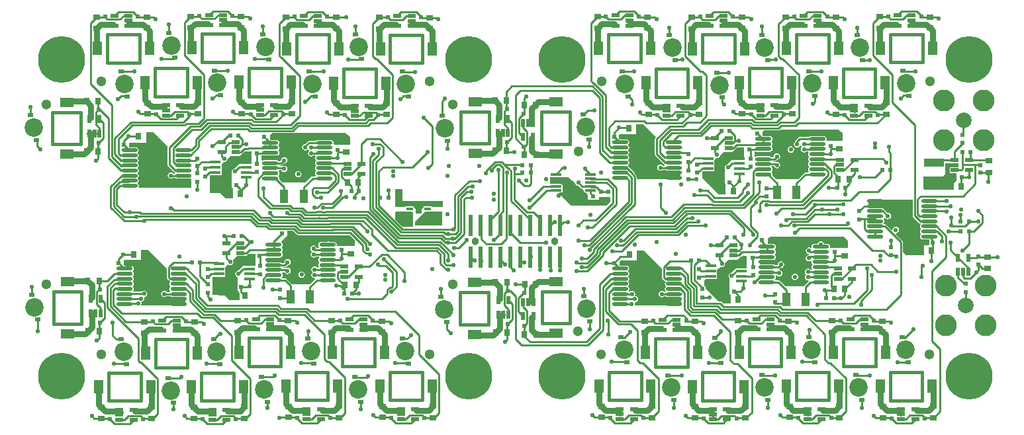
<source format=gbl>
G04*
G04 #@! TF.GenerationSoftware,Altium Limited,Altium Designer,18.1.6 (161)*
G04*
G04 Layer_Physical_Order=4*
G04 Layer_Color=16711680*
%FSLAX44Y44*%
%MOMM*%
G71*
G01*
G75*
%ADD10C,0.2540*%
%ADD14C,0.4064*%
%ADD15O,2.1000X0.4500*%
%ADD16R,0.5000X0.6000*%
%ADD17R,0.6000X0.5000*%
%ADD18R,0.6000X0.5500*%
%ADD20R,0.9000X0.8000*%
%ADD21R,0.5500X0.6000*%
%ADD23R,0.8000X0.9000*%
%ADD48C,2.0000*%
%ADD49C,2.8000*%
%ADD50C,0.9652*%
%ADD51C,0.5588*%
%ADD52C,1.3000*%
%ADD53C,2.3622*%
%ADD54C,6.0000*%
%ADD55R,1.0000X0.4700*%
%ADD56R,1.0000X1.8000*%
%ADD57R,1.3500X0.4500*%
%ADD58R,1.4500X0.3000*%
%ADD59R,0.5080X2.7940*%
%ADD60R,0.7620X1.1938*%
%ADD61R,0.8128X0.3048*%
%ADD62R,0.4700X1.0000*%
%ADD63R,0.9000X0.7000*%
%ADD64R,2.6000X1.1000*%
%ADD65R,0.7000X0.5000*%
%ADD66R,1.8000X1.2500*%
%ADD67R,0.7000X0.9000*%
%ADD68R,1.2500X1.8000*%
%ADD69C,0.7500*%
G36*
X193828Y205570D02*
Y194062D01*
X194025Y193071D01*
X194587Y192231D01*
X196543Y190275D01*
X197383Y189714D01*
X198255Y189540D01*
X198712Y188532D01*
X198763Y188381D01*
X198623Y188073D01*
X197892Y186980D01*
X197619Y185606D01*
X197892Y184233D01*
X198670Y183069D01*
X198786Y182992D01*
Y181721D01*
X198670Y181644D01*
X197892Y180480D01*
X197619Y179107D01*
X197892Y177733D01*
X198623Y176640D01*
X198763Y176332D01*
X198685Y176164D01*
X197852Y175196D01*
X194279D01*
X194051Y175536D01*
X192707Y176435D01*
X191122Y176750D01*
X189536Y176435D01*
X188192Y175536D01*
X187293Y174192D01*
X186978Y172607D01*
X187293Y171021D01*
X188192Y169676D01*
X189536Y168778D01*
X191122Y168463D01*
X192707Y168778D01*
X194051Y169676D01*
X194279Y170017D01*
X198748D01*
X199835Y169291D01*
X201208Y169018D01*
X216863D01*
X218134Y167924D01*
Y157480D01*
X162215Y157480D01*
X161562Y158526D01*
X161574Y158750D01*
X161878Y160274D01*
X161562Y161860D01*
X162438Y162835D01*
X162876Y162922D01*
X164220Y163820D01*
X165118Y165164D01*
X165434Y166750D01*
X165310Y167371D01*
X165348Y168421D01*
X166232Y168751D01*
X166940Y168892D01*
X168284Y169790D01*
X169182Y171134D01*
X169498Y172720D01*
X169182Y174306D01*
X168284Y175650D01*
X166940Y176548D01*
X165354Y176864D01*
X163768Y176548D01*
X162424Y175650D01*
X162197Y175310D01*
X151648D01*
X151252Y176549D01*
X151293Y176640D01*
X152024Y177733D01*
X152297Y179107D01*
X152024Y180480D01*
X151246Y181644D01*
X151130Y181721D01*
Y182992D01*
X151246Y183069D01*
X152024Y184233D01*
X152297Y185606D01*
X152024Y186980D01*
X151293Y188073D01*
X151130Y188431D01*
Y189282D01*
X151293Y189640D01*
X152024Y190733D01*
X152297Y192106D01*
X152024Y193480D01*
X151246Y194644D01*
X151130Y194722D01*
Y195991D01*
X151246Y196069D01*
X152024Y197233D01*
X152297Y198606D01*
X152024Y199980D01*
X151293Y201073D01*
X151130Y201431D01*
Y202282D01*
X151293Y202640D01*
X152024Y203733D01*
X152297Y205107D01*
X152024Y206480D01*
X151246Y207644D01*
X150082Y208422D01*
X148708Y208695D01*
X140174D01*
X139167Y209702D01*
Y215394D01*
X140070Y216287D01*
X161174Y216054D01*
Y229250D01*
X170148Y229250D01*
X193828Y205570D01*
D02*
G37*
G36*
X307426Y223520D02*
X307426Y208280D01*
X291471Y208280D01*
X285750Y202559D01*
X284164Y202244D01*
X282820Y201346D01*
X281922Y200001D01*
X281606Y198416D01*
X281922Y196830D01*
X282820Y195486D01*
X284164Y194587D01*
X285210Y194379D01*
Y185380D01*
Y177840D01*
Y177321D01*
X286890Y175641D01*
Y174720D01*
X287087Y173729D01*
X287100Y173710D01*
Y164733D01*
X274421D01*
X268278Y170876D01*
X252984Y171130D01*
X252984Y194140D01*
X253539Y194600D01*
X268860D01*
Y201100D01*
Y207300D01*
X272486Y210307D01*
X273646Y209532D01*
X275232Y209216D01*
X276818Y209532D01*
X278162Y210430D01*
X279060Y211774D01*
X279376Y213360D01*
X279060Y214946D01*
X278583Y215660D01*
X283937Y221014D01*
X295749Y220980D01*
X298289Y223520D01*
X307426Y223520D01*
D02*
G37*
G36*
X195539Y361275D02*
X195331Y360963D01*
X195134Y359972D01*
Y338274D01*
X195331Y337283D01*
X195893Y336443D01*
X203505Y328831D01*
X204000Y328499D01*
X204170Y327474D01*
X203585Y326752D01*
X202743D01*
X202516Y327092D01*
X201172Y327990D01*
X199586Y328306D01*
X198000Y327990D01*
X196656Y327092D01*
X195758Y325748D01*
X195442Y324162D01*
X195758Y322576D01*
X196656Y321232D01*
X198000Y320334D01*
X199586Y320018D01*
X201172Y320334D01*
X202516Y321232D01*
X202743Y321572D01*
X204844D01*
X205931Y320846D01*
X207304Y320573D01*
X223804D01*
X224022Y320616D01*
X225292Y319574D01*
X225292Y308864D01*
X158913Y308864D01*
X158188Y310134D01*
X158393Y311162D01*
X158120Y312535D01*
X157389Y313629D01*
X157226Y313986D01*
Y314837D01*
X157389Y315195D01*
X158120Y316289D01*
X158393Y317662D01*
X158120Y319035D01*
X157342Y320200D01*
X157226Y320277D01*
Y321547D01*
X157342Y321624D01*
X158120Y322789D01*
X158393Y324162D01*
X158120Y325535D01*
X157389Y326629D01*
X157226Y326986D01*
Y327837D01*
X157389Y328195D01*
X158120Y329288D01*
X158393Y330662D01*
X158120Y332035D01*
X157342Y333200D01*
X157226Y333277D01*
Y334547D01*
X157342Y334624D01*
X158120Y335788D01*
X158393Y337162D01*
X158120Y338535D01*
X157389Y339629D01*
X157226Y339986D01*
Y340838D01*
X157389Y341195D01*
X158120Y342289D01*
X158393Y343662D01*
X158120Y345035D01*
X157342Y346200D01*
X157226Y346277D01*
Y347547D01*
X157342Y347624D01*
X158120Y348788D01*
X158393Y350162D01*
X158120Y351535D01*
X157389Y352629D01*
X157226Y352986D01*
Y353838D01*
X157389Y354195D01*
X158120Y355289D01*
X158393Y356662D01*
X158120Y358035D01*
X157342Y359200D01*
X156178Y359978D01*
X154804Y360251D01*
X146326D01*
Y365652D01*
X147228Y366545D01*
X168332Y366312D01*
Y379508D01*
X177306Y379508D01*
X195539Y361275D01*
D02*
G37*
G36*
X302768Y354838D02*
X302768Y339160D01*
X286142Y339160D01*
X280304Y333323D01*
X280021Y333266D01*
X278676Y332368D01*
X277778Y331024D01*
X277722Y330740D01*
X277552Y330570D01*
Y329887D01*
X277463Y329438D01*
X277552Y328989D01*
X277552Y309188D01*
X278608Y308132D01*
Y294710D01*
X269995D01*
X262949Y301756D01*
X249428Y301980D01*
X249428Y324746D01*
X264392D01*
Y331246D01*
Y337746D01*
Y338895D01*
X267844Y341756D01*
X269090Y342004D01*
X270434Y342902D01*
X271332Y344246D01*
X271428Y344727D01*
X271504Y344790D01*
X275986Y349272D01*
X287798Y349238D01*
X293398Y354838D01*
X302768Y354838D01*
D02*
G37*
G36*
X428498Y373634D02*
Y364585D01*
X428248Y363982D01*
X408076D01*
X407362Y365252D01*
X407571Y366302D01*
X407298Y367675D01*
X406520Y368840D01*
X405355Y369618D01*
X403982Y369891D01*
X387482D01*
X386109Y369618D01*
X385022Y368892D01*
X376235D01*
X375244Y368695D01*
X374404Y368133D01*
X370786Y364516D01*
X369932Y364346D01*
X368588Y363448D01*
X367690Y362103D01*
X367374Y360518D01*
X367690Y358932D01*
X368588Y357588D01*
X369932Y356689D01*
X371518Y356374D01*
X373104Y356689D01*
X374448Y357588D01*
X375837Y357380D01*
X375953Y357206D01*
X376038Y355736D01*
X375140Y354392D01*
X374824Y352806D01*
X375140Y351220D01*
X376038Y349876D01*
X377382Y348978D01*
X378968Y348662D01*
X380554Y348978D01*
X381898Y349876D01*
X382125Y350216D01*
X384119D01*
X384165Y350167D01*
X384681Y348946D01*
X384166Y348175D01*
X383893Y346802D01*
X384166Y345429D01*
X384944Y344264D01*
X385060Y344187D01*
Y342917D01*
X384944Y342840D01*
X384166Y341675D01*
X383893Y340302D01*
X384166Y338929D01*
X384944Y337764D01*
X385060Y337687D01*
Y336417D01*
X384944Y336340D01*
X384166Y335175D01*
X383893Y333802D01*
X384166Y332429D01*
X384944Y331264D01*
X385060Y331187D01*
Y329917D01*
X384944Y329840D01*
X384166Y328675D01*
X383893Y327302D01*
X384166Y325929D01*
X384944Y324764D01*
X384335Y323644D01*
X384126Y323392D01*
X381016D01*
X380025Y323195D01*
X379185Y322633D01*
X371512Y314960D01*
X342499D01*
X338190Y319268D01*
X338298Y319429D01*
X338571Y320802D01*
X338298Y322175D01*
X337520Y323340D01*
X337404Y323417D01*
Y324687D01*
X337520Y324764D01*
X338298Y325929D01*
X338571Y327302D01*
X338298Y328675D01*
X337520Y329840D01*
X337411Y329912D01*
X337797Y331182D01*
X340292D01*
X340304Y331124D01*
X341202Y329780D01*
X342546Y328882D01*
X344132Y328566D01*
X345718Y328882D01*
X347062Y329780D01*
X347960Y331124D01*
X348276Y332710D01*
X347960Y334296D01*
X347062Y335640D01*
X345718Y336538D01*
X344132Y336854D01*
X342546Y336538D01*
X342282Y336362D01*
X338723D01*
X338686Y336412D01*
X339325Y337682D01*
X340772D01*
X341763Y337879D01*
X342603Y338441D01*
X343731Y339568D01*
X344132Y339488D01*
X345718Y339804D01*
X347062Y340702D01*
X347960Y342046D01*
X348276Y343632D01*
X347960Y345218D01*
X347062Y346562D01*
X345718Y347460D01*
X344132Y347776D01*
X342546Y347460D01*
X341202Y346562D01*
X340304Y345218D01*
X339988Y343632D01*
X338904Y342862D01*
X337487D01*
X336356Y343618D01*
X334982Y343891D01*
X318482D01*
X317109Y343618D01*
X316992Y343540D01*
X315722Y344219D01*
Y349852D01*
X317782D01*
X318482Y349713D01*
X334982D01*
X336356Y349986D01*
X337520Y350764D01*
X338298Y351929D01*
X338571Y353302D01*
X338298Y354675D01*
X337520Y355840D01*
X337404Y355917D01*
Y357187D01*
X337520Y357264D01*
X338298Y358429D01*
X338571Y359802D01*
X338298Y361175D01*
X337520Y362340D01*
X337404Y362417D01*
Y363687D01*
X337520Y363764D01*
X338298Y364929D01*
X338571Y366302D01*
X338298Y367675D01*
X337520Y368840D01*
X336356Y369618D01*
X334982Y369891D01*
X326126D01*
X325976Y370041D01*
Y375666D01*
X328897Y378587D01*
X422275D01*
X428498Y373634D01*
D02*
G37*
G36*
X496000Y306438D02*
Y292000D01*
X547000D01*
Y284250D01*
X545826Y284000D01*
X533194D01*
Y284690D01*
X522526D01*
Y284000D01*
X522500D01*
X520000Y281500D01*
Y275750D01*
X512500D01*
X512500Y281500D01*
X510334Y283666D01*
Y284690D01*
X499666D01*
Y284000D01*
X486250D01*
Y292000D01*
X486131Y292119D01*
Y306250D01*
X486250Y306500D01*
X495974D01*
X496000Y306438D01*
D02*
G37*
G36*
X546750Y260000D02*
X512648Y260000D01*
X511750Y260898D01*
X511750Y264750D01*
X524750Y277750D01*
X546750D01*
X546750Y260000D01*
D02*
G37*
G36*
X509000Y276500D02*
X509000Y259000D01*
X495630Y259000D01*
X486493Y268137D01*
X486493Y276834D01*
X487465Y277903D01*
X487916Y278000D01*
X507500Y278000D01*
X509000Y276500D01*
D02*
G37*
G36*
X360005Y249121D02*
X360845Y248559D01*
X361225Y248484D01*
X362313Y247396D01*
X427990D01*
X432653Y243684D01*
X435102Y241236D01*
Y234282D01*
X434852Y233680D01*
X412203D01*
X411338Y234950D01*
X411483Y235679D01*
X411210Y237052D01*
X410432Y238216D01*
X409268Y238994D01*
X407894Y239268D01*
X403056D01*
X402698Y239507D01*
X401113Y239822D01*
X399527Y239507D01*
X399169Y239268D01*
X391394D01*
X390021Y238994D01*
X388856Y238216D01*
X388078Y237052D01*
X387805Y235679D01*
X388078Y234305D01*
X388856Y233141D01*
X388247Y232020D01*
X388038Y231768D01*
X385934D01*
X385844Y232218D01*
X384946Y233562D01*
X383602Y234460D01*
X382016Y234776D01*
X380430Y234460D01*
X379086Y233562D01*
X378188Y232218D01*
X377872Y230632D01*
X378188Y229046D01*
X379086Y227702D01*
X379390Y227499D01*
Y226516D01*
X379252Y226064D01*
X378442Y224852D01*
X378126Y223266D01*
X378442Y221680D01*
X379340Y220336D01*
X380684Y219438D01*
X382270Y219122D01*
X383856Y219438D01*
X385200Y220336D01*
X385427Y220676D01*
X388498D01*
X388856Y220141D01*
X388972Y220064D01*
Y218794D01*
X388856Y218716D01*
X388078Y217552D01*
X387805Y216179D01*
X388078Y214805D01*
X388856Y213641D01*
X388972Y213564D01*
Y212294D01*
X388856Y212216D01*
X388078Y211052D01*
X387805Y209679D01*
X388078Y208305D01*
X388571Y207568D01*
X388006Y206298D01*
X386443D01*
X386216Y206638D01*
X384872Y207536D01*
X383286Y207852D01*
X381700Y207536D01*
X380356Y206638D01*
X379458Y205294D01*
X379142Y203708D01*
X379458Y202122D01*
X380112Y201144D01*
X380266Y200279D01*
X380112Y199414D01*
X379458Y198436D01*
X379142Y196850D01*
X379458Y195264D01*
X380356Y193920D01*
X381700Y193022D01*
X383286Y192706D01*
X383665Y192782D01*
X384291Y191611D01*
X377337Y184658D01*
X354571D01*
X354329Y185019D01*
X347339Y192010D01*
X346498Y192571D01*
X345507Y192768D01*
X341664D01*
X341316Y193580D01*
Y194064D01*
X341432Y194141D01*
X342210Y195305D01*
X342483Y196679D01*
X342210Y198052D01*
X341432Y199216D01*
X342041Y200337D01*
X342250Y200589D01*
X344854D01*
X344866Y200531D01*
X345764Y199187D01*
X347108Y198288D01*
X348694Y197973D01*
X350280Y198288D01*
X351624Y199187D01*
X352522Y200531D01*
X352838Y202117D01*
X352522Y203702D01*
X351624Y205047D01*
X350280Y205945D01*
X348694Y206260D01*
X347108Y205945D01*
X346844Y205768D01*
X343069D01*
X342687Y206429D01*
X343069Y207089D01*
X345334D01*
X346325Y207286D01*
X347165Y207847D01*
X348293Y208975D01*
X348694Y208895D01*
X350280Y209210D01*
X351624Y210109D01*
X352522Y211453D01*
X352838Y213039D01*
X352522Y214624D01*
X351624Y215969D01*
X350280Y216867D01*
X348694Y217182D01*
X347108Y216867D01*
X345764Y215969D01*
X344866Y214624D01*
X344550Y213039D01*
X343466Y212268D01*
X341354D01*
X340267Y212994D01*
X338894Y213268D01*
X322394D01*
X322326Y213323D01*
Y219034D01*
X322394Y219090D01*
X338894D01*
X340267Y219363D01*
X341432Y220141D01*
X342210Y221305D01*
X342483Y222679D01*
X342210Y224052D01*
X341432Y225216D01*
X341316Y225294D01*
Y226564D01*
X341432Y226641D01*
X342210Y227805D01*
X342483Y229179D01*
X342210Y230552D01*
X341432Y231716D01*
X341316Y231794D01*
Y233064D01*
X341432Y233141D01*
X342210Y234305D01*
X342483Y235679D01*
X342210Y237052D01*
X341432Y238216D01*
X341100Y238438D01*
X340975Y239702D01*
X348694Y247421D01*
Y253238D01*
X355887D01*
X360005Y249121D01*
D02*
G37*
G36*
X820248Y373599D02*
X819351Y372702D01*
X818789Y371861D01*
X818592Y370870D01*
Y351736D01*
X818789Y350745D01*
X819351Y349905D01*
X830265Y338991D01*
X831105Y338429D01*
X831285Y337948D01*
X830679Y336912D01*
X828715D01*
X828488Y337252D01*
X827144Y338150D01*
X825558Y338466D01*
X823972Y338150D01*
X822628Y337252D01*
X821730Y335908D01*
X821414Y334322D01*
X821730Y332736D01*
X822628Y331392D01*
X823972Y330494D01*
X825558Y330178D01*
X827144Y330494D01*
X828488Y331392D01*
X828715Y331732D01*
X832224D01*
X833311Y331006D01*
X834684Y330733D01*
X850386D01*
X851656Y329658D01*
X851656Y319532D01*
X795070Y319532D01*
Y323188D01*
X794873Y324179D01*
X794311Y325019D01*
X792784Y326547D01*
Y326586D01*
X792587Y327577D01*
X792025Y328417D01*
X785687Y334756D01*
X785500Y335695D01*
X784722Y336860D01*
X784606Y336937D01*
Y338207D01*
X784722Y338284D01*
X785500Y339449D01*
X785773Y340822D01*
X785500Y342195D01*
X784722Y343360D01*
X784606Y343437D01*
Y344707D01*
X784722Y344784D01*
X785500Y345948D01*
X785773Y347322D01*
X785500Y348695D01*
X784722Y349860D01*
X784606Y349937D01*
Y351207D01*
X784722Y351284D01*
X785500Y352449D01*
X785773Y353822D01*
X785500Y355195D01*
X784722Y356360D01*
X784606Y356437D01*
Y357707D01*
X784722Y357784D01*
X785500Y358949D01*
X785773Y360322D01*
X785500Y361695D01*
X784722Y362860D01*
X784606Y362937D01*
Y364207D01*
X784722Y364284D01*
X785500Y365448D01*
X785773Y366822D01*
X785500Y368195D01*
X784722Y369360D01*
X783558Y370138D01*
X782184Y370411D01*
X773650D01*
X772690Y371371D01*
Y376320D01*
X773593Y377213D01*
X794696Y376980D01*
Y390176D01*
X803670Y390176D01*
X820248Y373599D01*
D02*
G37*
G36*
X716566Y314247D02*
X716672Y313716D01*
X717570Y312371D01*
X718914Y311473D01*
X719942Y311269D01*
X727237Y304832D01*
Y302730D01*
X729619D01*
X732997Y299750D01*
Y293500D01*
X747057D01*
Y296500D01*
X761497Y296500D01*
Y290750D01*
X756246Y285500D01*
X711753Y285500D01*
X695697Y301557D01*
X696183Y302730D01*
X700277D01*
Y313270D01*
X684497D01*
Y322250D01*
X707496D01*
X716566Y314247D01*
D02*
G37*
G36*
X827366Y205037D02*
Y193922D01*
X827563Y192931D01*
X828125Y192091D01*
X830081Y190135D01*
X830921Y189573D01*
X831793Y189400D01*
X832250Y188391D01*
X832301Y188241D01*
X832161Y187933D01*
X831430Y186839D01*
X831157Y185466D01*
X831430Y184093D01*
X832208Y182928D01*
X832324Y182851D01*
Y181581D01*
X832208Y181504D01*
X831430Y180339D01*
X831157Y178966D01*
X831430Y177593D01*
X832161Y176499D01*
X832301Y176191D01*
X832223Y176024D01*
X831793Y175524D01*
X830462Y175396D01*
X829118Y176294D01*
X827532Y176610D01*
X825946Y176294D01*
X824602Y175396D01*
X823704Y174052D01*
X823388Y172466D01*
X823704Y170880D01*
X824602Y169536D01*
X825946Y168638D01*
X827532Y168322D01*
X829118Y168638D01*
X830462Y169536D01*
X830689Y169876D01*
X832286D01*
X833373Y169150D01*
X834746Y168877D01*
X850683D01*
X851953Y167900D01*
X851953Y157792D01*
X793766Y157792D01*
X792960Y158774D01*
X793068Y159313D01*
X792781Y160756D01*
X792799Y160975D01*
X793483Y162091D01*
X794470Y162288D01*
X795814Y163186D01*
X796712Y164530D01*
X797028Y166116D01*
X796712Y167702D01*
X795814Y169046D01*
X794470Y169944D01*
X793974Y170043D01*
X793007Y170880D01*
X793112Y171411D01*
X793322Y172466D01*
X793006Y174052D01*
X792108Y175396D01*
X790764Y176294D01*
X789178Y176610D01*
X787592Y176294D01*
X786257Y175402D01*
X786063Y175409D01*
X785425Y175452D01*
X784858Y176452D01*
X784839Y176511D01*
X785562Y177593D01*
X785835Y178966D01*
X785562Y180339D01*
X784784Y181504D01*
X784668Y181581D01*
Y182851D01*
X784784Y182928D01*
X785562Y184093D01*
X785835Y185466D01*
X785562Y186839D01*
X784784Y188004D01*
X784668Y188081D01*
Y189351D01*
X784784Y189428D01*
X785562Y190593D01*
X785835Y191966D01*
X785562Y193339D01*
X784784Y194504D01*
X784668Y194581D01*
Y195851D01*
X784784Y195928D01*
X785562Y197093D01*
X785835Y198466D01*
X785562Y199839D01*
X784784Y201004D01*
X784668Y201081D01*
Y202351D01*
X784784Y202428D01*
X785562Y203593D01*
X785835Y204966D01*
X785562Y206339D01*
X784784Y207504D01*
X783620Y208282D01*
X782246Y208555D01*
X773712D01*
X772987Y209280D01*
Y214293D01*
X774176Y215469D01*
X794993Y215240D01*
Y228436D01*
X803967Y228436D01*
X827366Y205037D01*
D02*
G37*
G36*
X936076Y220726D02*
X936076Y205346D01*
X921496D01*
Y203940D01*
X920121D01*
X915727Y199546D01*
X915242Y199450D01*
X913898Y198552D01*
X913000Y197207D01*
X912684Y195622D01*
X913000Y194036D01*
X913860Y192749D01*
Y172981D01*
X915750Y171091D01*
Y160393D01*
X905751D01*
X903531Y162613D01*
X902691Y163175D01*
X901700Y163372D01*
X900092D01*
X896928Y166536D01*
X883364Y180100D01*
Y182752D01*
X881634D01*
X881634Y184658D01*
X881634Y189800D01*
X884054Y191806D01*
X898036D01*
Y198306D01*
Y203397D01*
X902498Y207096D01*
X902654Y206992D01*
X904240Y206676D01*
X905826Y206992D01*
X907170Y207890D01*
X908068Y209234D01*
X908384Y210820D01*
X908110Y212197D01*
X912587Y216674D01*
X924399Y216640D01*
X928485Y220726D01*
X936076Y220726D01*
D02*
G37*
G36*
X932942Y360172D02*
X932942Y344494D01*
X916316Y344494D01*
X909325Y337504D01*
X909083Y337342D01*
X908921Y337100D01*
X907726Y335904D01*
X907726Y314522D01*
X908782Y313466D01*
Y300044D01*
X900169D01*
X879602Y320611D01*
X879602Y329720D01*
X894799D01*
Y336220D01*
Y342720D01*
Y344422D01*
X897581Y346728D01*
X897911Y346662D01*
X899497Y346978D01*
X900841Y347876D01*
X901739Y349220D01*
X901979Y350425D01*
X906160Y354607D01*
X917972Y354572D01*
X919120Y355720D01*
X919341D01*
Y355941D01*
X923572Y360172D01*
X932942Y360172D01*
D02*
G37*
G36*
X1065541Y240792D02*
Y231742D01*
X1065291Y231140D01*
X1043451D01*
X1042467Y232410D01*
X1042561Y232885D01*
X1042288Y234258D01*
X1041510Y235422D01*
X1040345Y236200D01*
X1038972Y236474D01*
X1034750D01*
X1034578Y237336D01*
X1033680Y238680D01*
X1032336Y239578D01*
X1030750Y239894D01*
X1029164Y239578D01*
X1027820Y238680D01*
X1026922Y237336D01*
X1026750Y236474D01*
X1022472D01*
X1021098Y236200D01*
X1019934Y235422D01*
X1019156Y234258D01*
X1018883Y232885D01*
X1018998Y232305D01*
X1017855Y231541D01*
X1017288Y231920D01*
X1015702Y232236D01*
X1014116Y231920D01*
X1012772Y231022D01*
X1011874Y229678D01*
X1011558Y228092D01*
X1011874Y226506D01*
X1012772Y225162D01*
X1014116Y224264D01*
X1015313Y224026D01*
X1015692Y223153D01*
X1015633Y222986D01*
X1015385Y222562D01*
X1013906Y222268D01*
X1012562Y221370D01*
X1011664Y220026D01*
X1011348Y218440D01*
X1011664Y216854D01*
X1012562Y215510D01*
X1013906Y214612D01*
X1015492Y214296D01*
X1017078Y214612D01*
X1018062Y215269D01*
X1018230Y215191D01*
X1019091Y214429D01*
X1018883Y213385D01*
X1019156Y212011D01*
X1019887Y210918D01*
X1020050Y210560D01*
Y209709D01*
X1019887Y209351D01*
X1019156Y208258D01*
X1018883Y206885D01*
X1019156Y205511D01*
X1019649Y204774D01*
X1019084Y203504D01*
X1017521D01*
X1017294Y203844D01*
X1015950Y204742D01*
X1014364Y205058D01*
X1012778Y204742D01*
X1011434Y203844D01*
X1010536Y202500D01*
X1010220Y200914D01*
X1010536Y199328D01*
X1011189Y198350D01*
X1011345Y197485D01*
X1011189Y196620D01*
X1010536Y195642D01*
X1010220Y194056D01*
X1010536Y192470D01*
X1011434Y191126D01*
X1012778Y190228D01*
X1014364Y189912D01*
X1014743Y189988D01*
X1015369Y188817D01*
X1009651Y183099D01*
X1009089Y182259D01*
X1009061Y182118D01*
X985515D01*
X978417Y189216D01*
X977576Y189777D01*
X976585Y189974D01*
X972742D01*
X972394Y190786D01*
Y191270D01*
X972510Y191347D01*
X973288Y192511D01*
X973561Y193885D01*
X973288Y195258D01*
X972840Y195928D01*
X973291Y197062D01*
X973392Y197159D01*
X973928Y197192D01*
X974462Y196393D01*
X975806Y195494D01*
X977392Y195179D01*
X978978Y195494D01*
X980322Y196393D01*
X981220Y197737D01*
X981536Y199323D01*
X981220Y200908D01*
X980322Y202253D01*
X978978Y203151D01*
X977845Y203376D01*
X977821Y203436D01*
X977711Y204698D01*
X978243Y205053D01*
X979371Y206181D01*
X979772Y206101D01*
X981358Y206416D01*
X982702Y207315D01*
X983600Y208659D01*
X983916Y210245D01*
X983600Y211830D01*
X982702Y213175D01*
X981358Y214073D01*
X979772Y214388D01*
X978186Y214073D01*
X976842Y213175D01*
X975944Y211830D01*
X975628Y210245D01*
X974544Y209474D01*
X972432D01*
X971346Y210200D01*
X969972Y210474D01*
X953472D01*
X952765Y211054D01*
Y215715D01*
X953472Y216296D01*
X969972D01*
X971346Y216569D01*
X972510Y217347D01*
X973288Y218511D01*
X973561Y219885D01*
X973288Y221258D01*
X972557Y222351D01*
X972394Y222709D01*
Y223560D01*
X972557Y223918D01*
X973288Y225011D01*
X973561Y226385D01*
X973288Y227758D01*
X972557Y228851D01*
X972394Y229209D01*
Y230060D01*
X972557Y230418D01*
X973288Y231511D01*
X973561Y232885D01*
X973288Y234258D01*
X972510Y235422D01*
X971346Y236200D01*
X969972Y236474D01*
X963019D01*
Y242824D01*
X965940Y245745D01*
X1059318D01*
X1065541Y240792D01*
D02*
G37*
G36*
X1058672Y378460D02*
Y369411D01*
X1058422Y368808D01*
X1038290D01*
X1038043Y369270D01*
X1037739Y370078D01*
X1037978Y371276D01*
X1037705Y372649D01*
X1036927Y373814D01*
X1035762Y374592D01*
X1034389Y374865D01*
X1017889D01*
X1016515Y374592D01*
X1015429Y373866D01*
X1003928D01*
X1002937Y373669D01*
X1002097Y373107D01*
X998718Y369728D01*
X998156Y368888D01*
X997959Y367897D01*
Y367425D01*
X997619Y367198D01*
X996721Y365854D01*
X996405Y364268D01*
X996721Y362682D01*
X997619Y361338D01*
X998963Y360440D01*
X1000549Y360124D01*
X1002134Y360440D01*
X1003479Y361338D01*
X1004377Y362682D01*
X1004434Y362968D01*
X1005343Y363130D01*
X1005753Y363088D01*
X1006493Y361981D01*
X1006445Y360710D01*
X1005547Y359366D01*
X1005231Y357780D01*
X1005547Y356194D01*
X1006445Y354850D01*
X1007789Y353952D01*
X1009375Y353636D01*
X1010960Y353952D01*
X1012305Y354850D01*
X1012532Y355190D01*
X1014526D01*
X1014572Y355141D01*
X1015088Y353920D01*
X1014573Y353149D01*
X1014300Y351776D01*
X1014573Y350403D01*
X1015303Y349309D01*
X1015467Y348951D01*
Y348100D01*
X1015303Y347743D01*
X1014573Y346649D01*
X1014300Y345276D01*
X1014573Y343903D01*
X1015351Y342738D01*
X1015467Y342661D01*
Y341391D01*
X1015351Y341314D01*
X1014573Y340149D01*
X1014300Y338776D01*
X1014573Y337403D01*
X1015303Y336309D01*
X1015467Y335952D01*
Y335100D01*
X1015303Y334743D01*
X1014573Y333649D01*
X1014300Y332276D01*
X1014573Y330903D01*
X1015351Y329738D01*
X1014742Y328618D01*
X1014533Y328366D01*
X1011423D01*
X1010432Y328169D01*
X1009592Y327607D01*
X1001770Y319786D01*
X973053D01*
X968597Y324242D01*
X968705Y324403D01*
X968978Y325776D01*
X968705Y327149D01*
X967927Y328314D01*
X967811Y328391D01*
Y329661D01*
X967927Y329738D01*
X968705Y330903D01*
X968978Y332276D01*
X968705Y333649D01*
X967974Y334743D01*
X967854Y335005D01*
X968203Y336156D01*
X970699D01*
X970711Y336098D01*
X971609Y334754D01*
X972953Y333856D01*
X974539Y333540D01*
X976125Y333856D01*
X977469Y334754D01*
X978367Y336098D01*
X978682Y337684D01*
X978367Y339270D01*
X977469Y340614D01*
X976125Y341512D01*
X974539Y341828D01*
X972953Y341512D01*
X972689Y341336D01*
X969130D01*
X969092Y341386D01*
X969732Y342656D01*
X971179D01*
X972170Y342853D01*
X973010Y343415D01*
X974137Y344542D01*
X974539Y344462D01*
X976125Y344778D01*
X977469Y345676D01*
X978367Y347020D01*
X978682Y348606D01*
X978367Y350192D01*
X977469Y351536D01*
X976125Y352434D01*
X974539Y352750D01*
X972953Y352434D01*
X971609Y351536D01*
X970711Y350192D01*
X970395Y348606D01*
X969310Y347836D01*
X967894D01*
X966762Y348592D01*
X965389Y348865D01*
X948889D01*
X947515Y348592D01*
X947166Y348358D01*
X945896Y349037D01*
Y354826D01*
X948189D01*
X948889Y354687D01*
X965389D01*
X966762Y354960D01*
X967927Y355738D01*
X968705Y356903D01*
X968978Y358276D01*
X968705Y359649D01*
X967974Y360743D01*
X967811Y361100D01*
Y361951D01*
X967974Y362309D01*
X968705Y363402D01*
X968978Y364776D01*
X968705Y366149D01*
X967927Y367314D01*
X967811Y367391D01*
Y368661D01*
X967927Y368738D01*
X968705Y369903D01*
X968978Y371276D01*
X968705Y372649D01*
X967927Y373814D01*
X966762Y374592D01*
X965389Y374865D01*
X956532D01*
X956150Y375247D01*
Y380492D01*
X957942Y382284D01*
X976852D01*
X977843Y382481D01*
X978684Y383043D01*
X979054Y383413D01*
X1052449D01*
X1058672Y378460D01*
D02*
G37*
G36*
X1148030Y273250D02*
X1148227Y272259D01*
X1148789Y271419D01*
X1156375Y263833D01*
X1157215Y263271D01*
X1158206Y263074D01*
X1158400D01*
X1158748Y262263D01*
Y261779D01*
X1158632Y261702D01*
X1157854Y260537D01*
X1157581Y259164D01*
X1157854Y257791D01*
X1158585Y256698D01*
X1158748Y256340D01*
Y255488D01*
X1158585Y255131D01*
X1157854Y254037D01*
X1157581Y252664D01*
X1157854Y251291D01*
X1158632Y250126D01*
X1158748Y250049D01*
Y248779D01*
X1158632Y248702D01*
X1157854Y247537D01*
X1157581Y246164D01*
X1157854Y244791D01*
X1158632Y243626D01*
X1159797Y242848D01*
X1161170Y242575D01*
X1168082D01*
X1169230Y242282D01*
Y235993D01*
X1167962Y234737D01*
X1163000Y234791D01*
Y222574D01*
X1139580Y222574D01*
X1135938Y226216D01*
Y238760D01*
X1135741Y239751D01*
X1135179Y240591D01*
X1126628Y249143D01*
X1127082Y250484D01*
X1128076Y250682D01*
X1129420Y251580D01*
X1130318Y252924D01*
X1130634Y254510D01*
X1130318Y256096D01*
X1129420Y257440D01*
X1128076Y258338D01*
X1126490Y258654D01*
X1124904Y258338D01*
X1123560Y257440D01*
X1122662Y256096D01*
X1122464Y255102D01*
X1121123Y254648D01*
X1114775Y260995D01*
X1113935Y261557D01*
X1112944Y261754D01*
X1111440D01*
X1111092Y262565D01*
Y263049D01*
X1111208Y263126D01*
X1111986Y264291D01*
X1112259Y265664D01*
X1111986Y267038D01*
X1111255Y268131D01*
X1111092Y268489D01*
Y269103D01*
X1111874Y269981D01*
X1113181Y269902D01*
X1113570Y269320D01*
X1114914Y268422D01*
X1116500Y268106D01*
X1118086Y268422D01*
X1119430Y269320D01*
X1120328Y270664D01*
X1120644Y272250D01*
X1120328Y273836D01*
X1119430Y275180D01*
X1118086Y276078D01*
X1116500Y276394D01*
X1116099Y276314D01*
X1111917Y280495D01*
X1111488Y280782D01*
X1111208Y281202D01*
X1110043Y281980D01*
X1108670Y282253D01*
X1092864D01*
X1091594Y283284D01*
X1091594Y293218D01*
X1148030Y293218D01*
Y273250D01*
D02*
G37*
G36*
X1206754Y339852D02*
X1206754Y338860D01*
Y335152D01*
X1205672Y334698D01*
X1195912D01*
Y327458D01*
X1204722D01*
Y324866D01*
X1204468Y324612D01*
Y318008D01*
X1201166Y314706D01*
Y305816D01*
X1191768D01*
X1191514Y305562D01*
X1191260Y305816D01*
X1163320D01*
X1161796Y307340D01*
X1162050Y307594D01*
Y322918D01*
X1186264D01*
X1189736Y326390D01*
Y340106D01*
X1205603D01*
X1206754Y339852D01*
D02*
G37*
%LPC*%
G36*
X362482Y330090D02*
X360897Y329775D01*
X359552Y328877D01*
X358654Y327532D01*
X358339Y325947D01*
X358654Y324361D01*
X359552Y323017D01*
X360897Y322118D01*
X362482Y321803D01*
X364068Y322118D01*
X365412Y323017D01*
X366311Y324361D01*
X366626Y325947D01*
X366311Y327532D01*
X365412Y328877D01*
X364068Y329775D01*
X362482Y330090D01*
D02*
G37*
G36*
X366644Y201462D02*
X365058Y201147D01*
X363714Y200249D01*
X362816Y198904D01*
X362500Y197319D01*
X362816Y195733D01*
X363714Y194389D01*
X365058Y193490D01*
X366644Y193175D01*
X368230Y193490D01*
X369574Y194389D01*
X370472Y195733D01*
X370788Y197319D01*
X370472Y198904D01*
X369574Y200249D01*
X368230Y201147D01*
X366644Y201462D01*
D02*
G37*
G36*
X997722Y198521D02*
X996136Y198205D01*
X994792Y197307D01*
X993894Y195963D01*
X993578Y194377D01*
X993894Y192791D01*
X994792Y191447D01*
X996136Y190549D01*
X997722Y190233D01*
X999308Y190549D01*
X1000652Y191447D01*
X1001550Y192791D01*
X1001866Y194377D01*
X1001550Y195963D01*
X1000652Y197307D01*
X999308Y198205D01*
X997722Y198521D01*
D02*
G37*
G36*
X992349Y361644D02*
X990763Y361328D01*
X989419Y360430D01*
X988521Y359086D01*
X988205Y357500D01*
X988521Y355914D01*
X989419Y354570D01*
X990763Y353672D01*
X992349Y353356D01*
X993935Y353672D01*
X995279Y354570D01*
X996177Y355914D01*
X996493Y357500D01*
X996177Y359086D01*
X995279Y360430D01*
X993935Y361328D01*
X992349Y361644D01*
D02*
G37*
%LPD*%
D10*
X229816Y136690D02*
X238967D01*
X241577Y134080D01*
X219458Y136690D02*
X229816D01*
X212714Y143684D02*
X218640Y137758D01*
X193632Y143684D02*
X212714D01*
X200394Y138754D02*
X206702D01*
X546100Y418822D02*
X550000Y422722D01*
X546100Y400720D02*
Y418822D01*
Y400220D02*
Y400720D01*
X1183386Y22098D02*
Y101864D01*
X1173250Y112000D02*
X1183386Y101864D01*
X1173250Y112000D02*
Y202208D01*
X1190892Y219850D01*
X104886Y113258D02*
X107496Y115868D01*
X108314Y136194D02*
X108564D01*
X107496Y125019D02*
Y135377D01*
X108314Y136194D01*
X133652Y11404D02*
X139960D01*
X129528Y114312D02*
X135502D01*
X125222Y118618D02*
X129528Y114312D01*
X144850Y16294D02*
X160822D01*
X146722Y6474D02*
X151652Y11404D01*
X158036Y86528D02*
X159524Y85040D01*
X160908D01*
X174777Y13198D02*
X176602D01*
X163918D02*
X174777D01*
X165577Y136960D02*
X176436D01*
X179532Y133864D01*
X195504D02*
X200394Y138754D01*
X217395Y16078D02*
X220005Y13468D01*
X210766Y64500D02*
X212538Y66272D01*
X218640Y137508D02*
X219458Y136690D01*
X218640Y137508D02*
Y137758D01*
X239514Y13468D02*
X240332Y12650D01*
X229156Y13468D02*
X239514D01*
X240332Y12400D02*
Y12650D01*
X252270Y11404D02*
X258578D01*
X279440Y16294D02*
X282536Y13198D01*
X295220D02*
X300936Y18914D01*
X293395Y13198D02*
X295220D01*
X295876Y138508D02*
X298972Y135412D01*
X322771Y26771D02*
Y34548D01*
X315020Y66048D02*
X315271D01*
X314944Y135412D02*
X319834Y140302D01*
X330206Y66048D02*
X331978Y67820D01*
X360358Y14393D02*
X361176Y13575D01*
X350000Y14393D02*
X360358D01*
X361176Y13325D02*
Y13575D01*
X358407Y138238D02*
X361017Y135628D01*
X379422Y12329D02*
X384312Y17219D01*
X373114Y12329D02*
X379422D01*
X374964Y124520D02*
X375158Y124714D01*
X400284Y17219D02*
X403380Y14123D01*
X396140Y88914D02*
X398852Y86202D01*
X401400D01*
X414239Y14123D02*
X416064D01*
X415764Y138122D02*
X418860Y135026D01*
X442408Y34162D02*
Y34662D01*
Y24698D02*
Y34162D01*
X434832Y135026D02*
X439722Y139916D01*
X458695Y17003D02*
X461305Y14393D01*
X450094Y65662D02*
X451866Y67434D01*
X457968Y138670D02*
X458786Y137852D01*
X480814Y14393D02*
X481632Y13575D01*
X470456Y14393D02*
X480814D01*
X481632Y13325D02*
Y13575D01*
X469144Y137852D02*
X478295D01*
X480905Y135242D01*
X499878Y12329D02*
X504768Y17219D01*
X493570Y12329D02*
X499878D01*
X495420Y115237D02*
X501959D01*
X506476Y119754D01*
X520740Y17219D02*
X523836Y14123D01*
X534695D02*
X536520D01*
X107496Y115868D02*
Y125019D01*
X108564Y136194D02*
X114490Y142120D01*
X125222Y118618D02*
Y135636D01*
X254120Y114312D02*
X261220Y121412D01*
X300936Y18914D02*
Y63630D01*
X374964Y115237D02*
Y124520D01*
X421780Y19839D02*
Y65821D01*
X416064Y14123D02*
X421780Y19839D01*
X516500Y95236D02*
Y119491D01*
X536520Y14123D02*
X542236Y19839D01*
Y69500D01*
X158036Y86528D02*
Y115461D01*
X277114Y87452D02*
Y118872D01*
X396140Y88914D02*
Y120250D01*
X121714Y12400D02*
Y12650D01*
X101387Y13468D02*
X110538D01*
X120896D01*
X121714Y12650D01*
X139960Y11404D02*
X144850Y16294D01*
X160822D02*
X163918Y13198D01*
X127640Y6474D02*
X146722D01*
X121714Y12400D02*
X127640Y6474D01*
X126304Y83312D02*
X143002D01*
X141925Y136960D02*
X165577D01*
X220005Y13468D02*
X229156D01*
X240332Y12400D02*
X246258Y6474D01*
X176602Y13198D02*
X182318Y18914D01*
X203080Y25080D02*
Y33000D01*
X195580Y64500D02*
X210766D01*
X179532Y133864D02*
X195504D01*
X282536Y13198D02*
X293395D01*
X263468Y16294D02*
X279440D01*
X258578Y11404D02*
X263468Y16294D01*
X265340Y6474D02*
X270270Y11404D01*
X315271Y66048D02*
X330206D01*
X298972Y135412D02*
X314944D01*
X340849Y14393D02*
X350000D01*
X403380Y14123D02*
X414239D01*
X384312Y17219D02*
X400284D01*
X367102Y7399D02*
X386184D01*
X391114Y12329D01*
X361176Y13325D02*
X367102Y7399D01*
X365766Y84237D02*
X382464D01*
X461305Y14393D02*
X470456D01*
X481632Y13325D02*
X487558Y7399D01*
X434908Y65662D02*
X450094D01*
X458786Y137852D02*
X469144D01*
X418860Y135026D02*
X434832D01*
X523836Y14123D02*
X534695D01*
X504768Y17219D02*
X520740D01*
X506640Y7399D02*
X511570Y12329D01*
X118300Y155197D02*
X158036Y115461D01*
X122110Y156775D02*
X141925Y136960D01*
X182318Y18914D02*
Y63630D01*
X277114Y87452D02*
X300936Y63630D01*
X261220Y121412D02*
X263144D01*
X370340Y146050D02*
X396140Y120250D01*
X516500Y95236D02*
X542236Y69500D01*
X246258Y6474D02*
X265340D01*
X244922Y83312D02*
X261620D01*
X487558Y7399D02*
X506640D01*
X486222Y84237D02*
X502920D01*
X160908Y85040D02*
X182318Y63630D01*
X253689Y142296D02*
X277114Y118872D01*
X401400Y86202D02*
X421780Y65821D01*
X486131Y149860D02*
X516500Y119491D01*
X377307Y149860D02*
X486131D01*
X711785Y299265D02*
Y302805D01*
X711789Y302810D01*
X1047561Y167386D02*
X1057910D01*
X931418Y179466D02*
Y188826D01*
X1173066Y238946D02*
Y242518D01*
X1169420Y246164D02*
X1173066Y242518D01*
Y238946D02*
X1173500Y238512D01*
X326588Y359772D02*
Y366128D01*
X298951Y359772D02*
X326588D01*
X297938Y358759D02*
X298951Y359772D01*
X293259Y358759D02*
X297938D01*
X288866Y354366D02*
X293259Y358759D01*
X282664Y354366D02*
X288866D01*
X825558Y283152D02*
X832358Y276352D01*
X825558Y283152D02*
Y313192D01*
X890086Y234950D02*
X900938D01*
X756589Y212286D02*
X766318D01*
X1120902Y232430D02*
Y240866D01*
X927974Y176022D02*
X931418Y179466D01*
X919908Y176022D02*
X927974D01*
X919908D02*
X924702Y171228D01*
Y165308D02*
Y171228D01*
X438755Y173482D02*
X439518Y172720D01*
X430958Y173482D02*
X438755D01*
X1143500Y269250D02*
Y269402D01*
X861314Y319870D02*
X871630D01*
X902500Y323016D02*
Y326795D01*
Y323016D02*
X903000Y322516D01*
X902250Y321766D02*
X903000Y322516D01*
X902500Y327000D02*
X903750Y325750D01*
X956995Y364746D02*
Y371102D01*
X955651Y363402D02*
X956995Y364746D01*
X922971Y363402D02*
X955651D01*
X918908Y359340D02*
X922971Y363402D01*
X913071Y359340D02*
X918908D01*
X371518Y360518D02*
Y361585D01*
X376235Y366302D01*
X395732D01*
X347250Y352806D02*
X358261D01*
X358653Y353199D01*
X359410Y352442D01*
X806250Y354572D02*
Y355250D01*
X806500Y355500D01*
X806039Y348017D02*
Y348998D01*
X806000Y349037D02*
X806039Y348998D01*
X1000549Y364268D02*
Y367897D01*
X1003928Y371276D01*
X1026139D01*
X269664Y354366D02*
Y361424D01*
X281054Y365756D02*
X282664Y367366D01*
X273996Y365756D02*
X281054D01*
X269664Y361424D02*
X273996Y365756D01*
X264664Y354366D02*
X269664D01*
X908071Y372340D02*
X913071D01*
X895071Y359340D02*
X908071Y372340D01*
X1159613Y209000D02*
X1161250D01*
X1159307Y208693D02*
X1159613Y209000D01*
X1159307Y194259D02*
Y208693D01*
X1211750Y228500D02*
X1220250Y237000D01*
Y252750D01*
X773996Y159466D02*
X789077D01*
X1169420Y278664D02*
X1192022D01*
X141306Y173455D02*
X142042Y172720D01*
X720500Y315000D02*
X725000Y310500D01*
X720500Y315000D02*
Y315301D01*
X725000Y310500D02*
X735757D01*
X729007Y332250D02*
X735757Y325500D01*
X729750Y332993D02*
Y333000D01*
X729007Y332250D02*
X729750Y332993D01*
X699956Y333699D02*
X702876D01*
X685038Y202692D02*
Y219092D01*
X646282Y260389D02*
Y270263D01*
Y260389D02*
X646350Y260320D01*
X1119952Y319852D02*
Y352405D01*
X465582Y285385D02*
Y329438D01*
X691757Y325500D02*
X699956Y333699D01*
X202884Y473710D02*
X204156Y474982D01*
X187198Y473710D02*
X202884D01*
X196656Y506982D02*
Y518100D01*
X561632Y231432D02*
X567537D01*
X577516Y241412D01*
X544068Y239268D02*
X560578Y222758D01*
X554228Y215646D02*
Y223720D01*
X542490Y235458D02*
X554228Y223720D01*
X548580Y212740D02*
Y223980D01*
X540912Y231648D02*
X548580Y223980D01*
X544322Y211610D02*
Y222850D01*
X539333Y227838D02*
X544322Y222850D01*
X563295Y238252D02*
X574294Y249251D01*
X562899Y243586D02*
X570484Y251171D01*
X566674Y252749D02*
Y297180D01*
X563099Y249174D02*
X566674Y252749D01*
X554228Y249174D02*
X563099D01*
X495697Y255270D02*
X560578D01*
X1136008Y457720D02*
X1151690D01*
X1015806Y457460D02*
X1031488D01*
X897502Y455688D02*
X912864D01*
X776598Y457212D02*
X792014D01*
X1128948Y85426D02*
X1142500D01*
X1007333Y85567D02*
X1022798D01*
X877316Y168215D02*
X888559D01*
X807482Y189992D02*
X808228Y189246D01*
X696976Y219506D02*
X697738Y218744D01*
X763374Y85592D02*
X782768D01*
X496062Y457000D02*
X511744D01*
X376428Y457206D02*
X395158D01*
X316908Y504444D02*
Y515366D01*
X255076Y458300D02*
X255500Y458724D01*
X135950Y457206D02*
X152648D01*
X582676Y260554D02*
X582880Y260350D01*
X544830Y168130D02*
Y178642D01*
X416132Y183134D02*
X420958Y178308D01*
X174208Y185928D02*
X174280Y186000D01*
X1076972Y503934D02*
Y513068D01*
Y503434D02*
Y503934D01*
X955321Y504001D02*
Y514831D01*
Y503501D02*
Y504001D01*
X837244Y503934D02*
Y513528D01*
Y503434D02*
Y503934D01*
X734254Y370588D02*
Y371088D01*
Y360862D02*
Y370588D01*
X1083056Y36838D02*
Y37338D01*
Y26416D02*
Y36838D01*
X727456Y169918D02*
Y179212D01*
Y169418D02*
Y169918D01*
X962660Y36896D02*
Y37396D01*
Y26416D02*
Y36896D01*
X842934Y36472D02*
Y36972D01*
Y27016D02*
Y36472D01*
X435932Y505286D02*
Y515246D01*
Y504786D02*
Y505286D01*
X553600Y368720D02*
Y369220D01*
Y358274D02*
Y368720D01*
X20126Y401572D02*
Y411794D01*
Y401072D02*
Y401572D01*
X21396Y171702D02*
Y181924D01*
Y171202D02*
Y171702D01*
X494119Y251460D02*
X548240D01*
X492541Y247650D02*
X546662D01*
X490963Y243840D02*
X545084D01*
X490146Y239268D02*
X544068D01*
X451539Y277876D02*
X490146Y239268D01*
X488568Y235458D02*
X542490D01*
X449960Y274066D02*
X488568Y235458D01*
X486990Y231648D02*
X540912D01*
X448382Y270256D02*
X486990Y231648D01*
X477162Y227838D02*
X539333D01*
X632750Y251604D02*
X646093Y238262D01*
X679033D01*
X1073565Y344358D02*
X1074707Y345500D01*
X1109920D01*
X1114298Y341122D01*
X1053821Y331348D02*
X1058821D01*
X618744Y278390D02*
Y331470D01*
X608250Y267896D02*
X618744Y278390D01*
X624078Y278336D02*
Y333756D01*
X628316Y243252D02*
Y326868D01*
X620950Y275208D02*
X624078Y278336D01*
X634746Y292026D02*
X659050Y267722D01*
X634746Y292026D02*
Y329869D01*
X631621Y332994D02*
X634746Y329869D01*
X639064Y293370D02*
Y326750D01*
Y293370D02*
X654812Y277622D01*
X621538Y236474D02*
X628316Y243252D01*
X756818Y315500D02*
X765000Y307318D01*
X735757Y315500D02*
X756818D01*
X758166Y319540D02*
X768810Y308896D01*
X736717Y319540D02*
X758166D01*
X765000Y289000D02*
Y307318D01*
X768810Y287422D02*
Y308896D01*
X743000Y267000D02*
X765000Y289000D01*
X738803Y257415D02*
X768810Y287422D01*
X750000Y303500D02*
Y303599D01*
X744059Y309540D02*
X750000Y303599D01*
X773934Y321322D02*
X782024D01*
X733085Y257415D02*
X738803D01*
X720500Y260630D02*
X726870Y267000D01*
X743000D01*
X735757Y320500D02*
X736717Y319540D01*
X735757Y310500D02*
X736717Y309540D01*
X744059D01*
X750000Y303500D02*
X759000D01*
X735757Y301743D02*
X739750Y297750D01*
X735757Y301743D02*
Y305500D01*
X658114Y283210D02*
X680404Y305500D01*
X691757D01*
X658368Y292354D02*
X676148Y310134D01*
X691391D01*
X691757Y310500D01*
X461772Y283807D02*
X494119Y251460D01*
X548240D02*
X550526Y249174D01*
X401660Y266446D02*
X444931D01*
X456438Y254939D01*
X455459Y249541D02*
Y249541D01*
X456438Y250521D01*
X455459Y249541D02*
X477162Y227838D01*
X456438Y250521D02*
Y254939D01*
X400082Y270256D02*
X448382D01*
X1169850Y284734D02*
X1170104Y284988D01*
X671322Y219252D02*
X671576Y218998D01*
X398503Y274066D02*
X449960D01*
X396925Y277876D02*
X451539D01*
X454152Y280651D02*
X490963Y243840D01*
X454152Y280651D02*
Y347472D01*
X457962Y282229D02*
X492541Y247650D01*
X457962Y282229D02*
Y343488D01*
X461772Y283807D02*
Y341331D01*
X465582Y285385D02*
X495697Y255270D01*
X699099Y315500D02*
X711789Y302810D01*
X691757Y315500D02*
X699099D01*
X691757D02*
Y320500D01*
X644398Y318008D02*
X651156Y311250D01*
X657000D01*
X659500Y313750D01*
Y327660D01*
Y337250D01*
X639064Y326750D02*
X648250D01*
X647716Y338534D02*
X649000Y337250D01*
X625962Y338534D02*
X647716D01*
X639064Y326750D02*
Y332740D01*
X648250Y326750D02*
X649000Y326000D01*
X625962Y338534D02*
X631502Y332994D01*
X622786Y341710D02*
X625962Y338534D01*
X1063440Y261000D02*
X1065220Y262780D01*
X998000Y261000D02*
X1063440D01*
X1042000Y275000D02*
X1059680D01*
X1068834Y292834D02*
X1079500Y303500D01*
X1019662Y292834D02*
X1068834D01*
X1032250Y280495D02*
X1032505Y280750D01*
X1052086D01*
X1023000Y286250D02*
X1024250Y287500D01*
X1059250D01*
X1009532Y282704D02*
X1019662Y292834D01*
X981092Y282704D02*
X1009532D01*
X974137Y275750D02*
X981092Y282704D01*
X1006586Y290560D02*
X1040363Y324337D01*
X965233Y290560D02*
X1006586D01*
X963945Y291848D02*
X965233Y290560D01*
X956451Y291848D02*
X963945D01*
X953084Y288482D02*
X956451Y291848D01*
X1007954Y286514D02*
X1044173Y322733D01*
X961547Y286514D02*
X1007954D01*
X953084Y279166D02*
Y288482D01*
X952880Y278962D02*
X953084Y279166D01*
X1067674Y257190D02*
X1096772Y228092D01*
X1003524Y257190D02*
X1067674D01*
X997524Y251190D02*
X1003524Y257190D01*
X1086866Y256032D02*
Y268478D01*
X997000Y260000D02*
X998000Y261000D01*
X1023073Y275000D02*
X1042000D01*
X1013425Y265353D02*
X1023073Y275000D01*
X993723Y265353D02*
X1013425D01*
X1023180Y280495D02*
X1032250D01*
X1011847Y269163D02*
X1023180Y280495D01*
X989413Y269163D02*
X1011847D01*
X1011632Y274882D02*
X1023000Y286250D01*
X995250Y274882D02*
X1011632D01*
X989000Y260630D02*
X993723Y265353D01*
X980130Y260630D02*
X989000D01*
X987000Y266750D02*
X989413Y269163D01*
X860475Y260000D02*
X883500D01*
X848615Y248140D02*
X860475Y260000D01*
X873416Y264666D02*
X874250Y265500D01*
X859753Y264666D02*
X873416D01*
X859699Y270000D02*
X866186D01*
X845459Y255760D02*
X859699Y270000D01*
X847037Y251950D02*
X859753Y264666D01*
X859820Y275510D02*
X913836D01*
X858242Y279320D02*
X915414D01*
X856664Y283130D02*
X932814D01*
X855646Y287500D02*
X891862D01*
X843880Y259570D02*
X859820Y275510D01*
X842302Y263380D02*
X858242Y279320D01*
X840724Y267190D02*
X856664Y283130D01*
X839146Y271000D02*
X855646Y287500D01*
X891862D02*
X892422Y286940D01*
X941000Y283039D02*
X947750Y289789D01*
X941000Y259310D02*
Y283039D01*
Y259310D02*
X949660Y250650D01*
Y246231D02*
Y250650D01*
X940131Y236702D02*
X949660Y246231D01*
X932750Y248500D02*
Y256596D01*
X913836Y275510D02*
X932750Y256596D01*
X915414Y279320D02*
X944326Y250409D01*
X947750Y289789D02*
Y292677D01*
X952375Y297302D01*
X932814Y283130D02*
X951964Y302279D01*
X931236Y286940D02*
X944099Y299803D01*
X658876Y219854D02*
X659892Y220870D01*
X658876Y219854D02*
X659050Y219680D01*
X892422Y286940D02*
X931236D01*
X931000Y306000D02*
X937500Y312500D01*
X931000Y302875D02*
Y306000D01*
X924209Y296084D02*
X931000Y302875D01*
X944099Y299803D02*
Y328565D01*
X947810Y332276D01*
X926500Y290750D02*
X937500Y301750D01*
X894000Y290750D02*
X926500D01*
X951964Y302279D02*
Y314941D01*
X894481Y296084D02*
X924209D01*
X885565Y305000D02*
X894481Y296084D01*
X918547Y309044D02*
X926279Y316776D01*
Y326740D01*
X876750Y305000D02*
X885565D01*
X885500Y299250D02*
X894000Y290750D01*
X868750Y299250D02*
X885500D01*
X952375Y297302D02*
X961443D01*
X781164Y271000D02*
X839146D01*
X782743Y267190D02*
X840724D01*
X784321Y263380D02*
X842302D01*
X785899Y259570D02*
X843880D01*
X793295Y255760D02*
X845459D01*
X795021Y251950D02*
X847037D01*
X797181Y248140D02*
X848615D01*
X776291Y227250D02*
X797181Y248140D01*
X764000Y227250D02*
X776291D01*
X769802Y234500D02*
X777571D01*
X775250Y240656D02*
X778191D01*
X793295Y255760D01*
X751840Y225511D02*
X785899Y259570D01*
X751840Y221880D02*
Y225511D01*
X748030Y227089D02*
X784321Y263380D01*
X748030Y223458D02*
Y227089D01*
X744220Y228667D02*
X782743Y267190D01*
X744220Y225037D02*
Y228667D01*
X740410Y230245D02*
X781164Y271000D01*
X740410Y226615D02*
Y230245D01*
X735076Y230300D02*
X792480Y287704D01*
X735076Y228824D02*
Y230300D01*
X792480Y287704D02*
Y323188D01*
X734562Y235174D02*
X788670Y289282D01*
X728756Y235174D02*
X734562D01*
X788670Y289282D02*
Y321610D01*
X784860Y290860D02*
Y318486D01*
X735046Y241046D02*
X784860Y290860D01*
X721106Y241046D02*
X735046D01*
X782918Y220472D02*
X785654Y223208D01*
X774522Y220472D02*
X782918D01*
X766336Y212286D02*
X774522Y220472D01*
X766318Y212286D02*
X766336D01*
X777571Y234500D02*
X795021Y251950D01*
X731636Y201676D02*
X751840Y221880D01*
X718820Y201676D02*
X731636D01*
X731582Y207010D02*
X748030Y223458D01*
X725170Y207010D02*
X731582D01*
X731527Y212344D02*
X744220Y225037D01*
X719344Y212344D02*
X731527D01*
X725170Y217678D02*
X731473D01*
X740410Y226615D01*
X944326Y248441D02*
Y250409D01*
X940131Y234869D02*
Y236702D01*
X931750Y248500D02*
X932188D01*
X1079500Y303500D02*
X1103600D01*
X1119952Y319852D01*
X1215460Y259710D02*
X1221460Y265710D01*
X1158494Y297942D02*
X1212469D01*
X1154430Y293878D02*
X1158494Y297942D01*
X1209750Y265250D02*
Y274250D01*
X1197558Y260058D02*
Y270763D01*
X1197500Y260000D02*
X1197558Y260058D01*
X1086866Y268478D02*
X1100420D01*
Y265664D02*
Y268478D01*
X1110086Y278664D02*
X1116500Y272250D01*
X1100420Y278664D02*
X1110086D01*
X1172494Y215006D02*
Y228250D01*
X1173500Y229256D01*
Y238512D01*
X1194054Y252730D02*
X1209730D01*
X1209750Y252750D01*
X1197790Y259710D02*
X1215460D01*
X1197500Y260000D02*
X1197790Y259710D01*
X1221460Y265710D02*
X1231960D01*
X1220250Y252750D02*
X1226543D01*
X1237294Y263501D01*
Y273362D01*
X1231946Y278710D02*
X1237294Y273362D01*
X1196308Y229140D02*
Y238512D01*
X1190892Y219850D02*
Y247056D01*
X1178784Y259164D02*
X1190892Y247056D01*
X1179896Y252664D02*
X1185558Y247002D01*
Y239762D02*
Y247002D01*
X1196308Y229140D02*
X1206246Y219202D01*
X1169420Y259164D02*
X1178784D01*
X1206246Y218886D02*
Y219202D01*
X1080686Y268478D02*
X1086866D01*
Y256032D02*
X1090234Y252664D01*
X1100420D01*
Y246164D02*
Y252664D01*
X1096772Y228092D02*
X1110742D01*
X1116904Y221930D01*
X1120902D01*
X1050453Y206885D02*
X1052464Y204874D01*
X1030722Y206885D02*
X1050453D01*
X1126387Y221930D02*
X1127637Y220680D01*
X1120902Y221930D02*
X1126387D01*
X1138234Y116426D02*
X1149570Y127762D01*
X1135000Y116426D02*
X1138234D01*
X1081024Y321818D02*
X1099912D01*
X1109172Y331078D01*
X1086872Y285164D02*
X1100420D01*
X1080262Y278554D02*
X1086872Y285164D01*
X1080262Y268054D02*
X1080686Y268478D01*
X1100420D02*
Y272164D01*
X865204Y188388D02*
Y215240D01*
Y188388D02*
X871982Y181610D01*
Y160782D02*
Y181610D01*
X867918Y157388D02*
Y179844D01*
X860806Y186956D02*
X867918Y179844D01*
X860806Y186956D02*
Y197150D01*
X864108Y155810D02*
Y178266D01*
X856996Y185378D02*
X864108Y178266D01*
X856996Y185378D02*
Y194056D01*
X904617Y140139D02*
X925391D01*
X860298Y154232D02*
Y176688D01*
X851520Y185466D02*
X860298Y176688D01*
X842996Y185466D02*
X851520D01*
X856488Y152654D02*
Y173998D01*
X842996Y178966D02*
X851520D01*
X856488Y173998D01*
X869442Y189940D02*
X877316Y182066D01*
X869442Y189940D02*
Y209478D01*
X877316Y178715D02*
Y182066D01*
X871982Y160782D02*
X901700D01*
X905934Y156548D01*
X869442Y209478D02*
X875204Y215240D01*
X868335Y156972D02*
X898560D01*
X867918Y157388D02*
X868335Y156972D01*
X866756Y153162D02*
X896982D01*
X864108Y155810D02*
X866756Y153162D01*
X865178Y149352D02*
X895404D01*
X860298Y154232D02*
X865178Y149352D01*
X863600Y145542D02*
X893826D01*
X856488Y152654D02*
X863600Y145542D01*
X905934Y156548D02*
X977950D01*
X981954Y152544D01*
X975442Y152578D02*
X979430Y148590D01*
X902954Y152578D02*
X975442D01*
X973864Y148768D02*
X977852Y144780D01*
X901376Y148768D02*
X973864D01*
X972286Y144958D02*
X978212Y139032D01*
X953204Y144958D02*
X972286D01*
X1114442Y152544D02*
X1133348Y171450D01*
X981954Y152544D02*
X1114442D01*
X1013464Y148590D02*
X1023884Y138170D01*
X979430Y148590D02*
X1013464D01*
X1011886Y144780D02*
X1035812Y120854D01*
X977852Y144780D02*
X1011886D01*
X1133348Y171450D02*
Y238760D01*
X1112944Y259164D02*
X1133348Y238760D01*
X1100420Y259164D02*
X1112944D01*
X1170104Y284988D02*
X1196340D01*
X1191696Y291664D02*
X1191768D01*
X1169420D02*
X1191696D01*
X1191514Y277876D02*
Y278156D01*
X1192022Y278664D01*
X1169420Y285164D02*
X1169850Y284734D01*
X1158206Y265664D02*
X1169420D01*
X1122024Y417724D02*
X1150620Y389128D01*
Y273250D02*
Y389128D01*
Y273250D02*
X1158206Y265664D01*
X1157094Y272164D02*
X1169420D01*
X1154430Y274828D02*
X1157094Y272164D01*
X1154430Y274828D02*
Y293878D01*
X1212469Y297942D02*
X1228090Y313563D01*
X1169420Y252664D02*
X1179896D01*
X1228090Y313563D02*
Y337858D01*
X1122024Y417724D02*
Y453130D01*
X1097594Y477560D02*
X1122024Y453130D01*
X929306Y231568D02*
Y235966D01*
X926188Y228450D02*
X929306Y231568D01*
X920416Y244856D02*
X929306Y235966D01*
X976585Y187385D02*
X986482Y177488D01*
X961722Y187385D02*
X976585D01*
X976330Y200385D02*
X977392Y199323D01*
X961722Y200385D02*
X976330D01*
X952537Y193885D02*
X961722D01*
X946150Y187498D02*
X952537Y193885D01*
X976412Y206885D02*
X979772Y210245D01*
X1117632Y354725D02*
X1119952Y352405D01*
X1117632Y354725D02*
Y360668D01*
X1017409Y226385D02*
X1030722D01*
X1015702Y228092D02*
X1017409Y226385D01*
X1018286Y220472D02*
X1030135D01*
X1016254Y218440D02*
X1018286Y220472D01*
X1015492Y218440D02*
X1016254D01*
X1015380D02*
X1015492D01*
X1015702Y227539D02*
Y228092D01*
X684450Y260320D02*
X688315Y264185D01*
X329608Y177970D02*
X338836D01*
X1040363Y324337D02*
Y329078D01*
X1037165Y332276D02*
X1040363Y329078D01*
X1026139Y332276D02*
X1037165D01*
X620014Y337820D02*
X624078Y333756D01*
X615829Y337820D02*
X620014D01*
X620950Y260320D02*
Y275208D01*
Y249983D02*
Y260320D01*
X612775Y241808D02*
X620950Y249983D01*
X610362Y332353D02*
X615829Y337820D01*
X610362Y330200D02*
Y332353D01*
X406758Y327302D02*
X409956Y324104D01*
Y317554D02*
Y324104D01*
X400758Y308356D02*
X409956Y317554D01*
X395732Y327302D02*
X406758D01*
X382592Y308356D02*
X400758D01*
X380330Y306093D02*
X382592Y308356D01*
X380330Y299944D02*
Y306093D01*
X384618Y295656D02*
X391922D01*
X380330Y299944D02*
X384618Y295656D01*
X399473Y196850D02*
X399644Y196679D01*
X383286Y196850D02*
X399473D01*
X1030193Y200914D02*
X1030722Y200385D01*
X1014364Y200914D02*
X1030193D01*
X608250Y260320D02*
Y267896D01*
X608076Y250444D02*
Y260146D01*
X413766Y315976D02*
Y325682D01*
X405646Y333802D02*
X413766Y325682D01*
X400127Y302337D02*
X413766Y315976D01*
X395732Y333802D02*
X405646D01*
X386588Y302337D02*
X400127D01*
X608076Y260146D02*
X608250Y260320D01*
X399115Y203708D02*
X399644Y203179D01*
X383286Y203708D02*
X399115D01*
X947810Y332276D02*
X957139D01*
X782024Y321322D02*
X784860Y318486D01*
X782458Y334322D02*
X790194Y326586D01*
Y325474D02*
Y326586D01*
Y325474D02*
X792480Y323188D01*
X782458Y327822D02*
X788670Y321610D01*
X660036Y220726D02*
X660081D01*
X671576Y203454D02*
Y218998D01*
X659892Y220870D02*
X660036Y220726D01*
X718379Y202117D02*
X718820Y201676D01*
X718566Y213122D02*
X719344Y212344D01*
X697150Y260320D02*
X701462Y264632D01*
X707644D01*
X697150Y202692D02*
Y218156D01*
X825558Y334322D02*
X842934D01*
X832096Y340822D02*
X842934D01*
X821182Y351736D02*
X832096Y340822D01*
X830984Y347322D02*
X842934D01*
X824992Y353314D02*
X830984Y347322D01*
X773934Y334322D02*
X782458D01*
X773934Y327822D02*
X782458D01*
X827532Y172466D02*
X842996D01*
X792734Y165966D02*
X792884Y166116D01*
X773996Y165966D02*
X792734D01*
X773996Y172466D02*
X789178D01*
X788924Y159313D02*
X789077Y159466D01*
X508254Y335026D02*
X527800Y354572D01*
X471170Y335026D02*
X508254D01*
X465582Y329438D02*
X471170Y335026D01*
X423414Y326374D02*
X428414D01*
X466670Y371276D02*
X496062Y341884D01*
X399644Y235679D02*
X401113D01*
X392164Y288455D02*
X406003D01*
X419862Y296926D02*
X423418D01*
X394462Y282956D02*
X405892D01*
X396671Y277622D02*
X396925Y277876D01*
X392253Y277622D02*
X396671D01*
X391999Y277876D02*
X392253Y277622D01*
X385495Y277876D02*
X391999D01*
X398250Y273812D02*
X398503Y274066D01*
X390675Y273812D02*
X398250D01*
X390420Y274066D02*
X390675Y273812D01*
X387074Y274066D02*
X390420D01*
X386819Y273812D02*
X387074Y274066D01*
X371305Y273812D02*
X386819D01*
X399828Y270002D02*
X400082Y270256D01*
X389096Y270002D02*
X399828D01*
X388842Y270256D02*
X389096Y270002D01*
X388652Y270256D02*
X388842D01*
X388398Y270002D02*
X388652Y270256D01*
X369727Y270002D02*
X388398D01*
X401406Y266192D02*
X401660Y266446D01*
X368149Y266192D02*
X401406D01*
X403238Y262636D02*
X441198D01*
X402984Y262382D02*
X403238Y262636D01*
X366571Y262382D02*
X402984D01*
X404816Y258826D02*
X431950D01*
X404562Y258572D02*
X404816Y258826D01*
X364992Y258572D02*
X404562D01*
X406394Y255016D02*
X430372D01*
X406140Y254762D02*
X406394Y255016D01*
X363414Y254762D02*
X406140D01*
X407972Y251206D02*
X428794D01*
X407719Y250952D02*
X407972Y251206D01*
X361836Y250952D02*
X407719D01*
X405892Y282956D02*
X419862Y296926D01*
X406003Y288455D02*
X416814Y299266D01*
X366225Y278892D02*
X371305Y273812D01*
X364647Y275082D02*
X369727Y270002D01*
X363069Y271272D02*
X368149Y266192D01*
X361491Y267462D02*
X366571Y262382D01*
X359912Y263652D02*
X364992Y258572D01*
X358334Y259842D02*
X363414Y254762D01*
X356756Y256032D02*
X361836Y250952D01*
X416814Y299266D02*
Y304038D01*
X386665Y282956D02*
X392164Y288455D01*
X383032Y282956D02*
X386665D01*
X372883Y277622D02*
X385241D01*
X367803Y282702D02*
X372883Y277622D01*
X385241D02*
X385495Y277876D01*
X355070Y282702D02*
X367803D01*
X352021Y285750D02*
X355070Y282702D01*
X329384Y285750D02*
X352021D01*
X318008Y297126D02*
X329384Y285750D01*
X353491Y278892D02*
X366225D01*
X350443Y281940D02*
X353491Y278892D01*
X326136Y281940D02*
X350443D01*
X310896Y297180D02*
X326136Y281940D01*
X330763Y271272D02*
X363069D01*
X329185Y267462D02*
X361491D01*
X327607Y263652D02*
X359912D01*
X326029Y259842D02*
X358334D01*
X324451Y256032D02*
X356756D01*
X348234Y276606D02*
X349758Y275082D01*
X441198Y262636D02*
X451104Y252730D01*
X431950Y258826D02*
X454406Y236371D01*
X430372Y255016D02*
X449072Y236316D01*
X428794Y251206D02*
X445262Y234738D01*
X349758Y275082D02*
X364647D01*
X321403Y259080D02*
X324451Y256032D01*
X309434Y259080D02*
X321403D01*
X300544Y267970D02*
X309434Y259080D01*
X322981Y262890D02*
X326029Y259842D01*
X311012Y262890D02*
X322981D01*
X302122Y271780D02*
X311012Y262890D01*
X324559Y266700D02*
X327607Y263652D01*
X312591Y266700D02*
X324559D01*
X303701Y275590D02*
X312591Y266700D01*
X326137Y270510D02*
X329185Y267462D01*
X314169Y270510D02*
X326137D01*
X305279Y279400D02*
X314169Y270510D01*
X449072Y231786D02*
X451104Y229754D01*
X449072Y231786D02*
Y236316D01*
X445262Y228053D02*
X448895Y224420D01*
X445262Y228053D02*
Y234738D01*
X453240Y224420D02*
X454406Y223254D01*
X448895Y224420D02*
X453240D01*
X454406Y236254D02*
Y236371D01*
X326164Y275872D02*
X330763Y271272D01*
X326164Y275872D02*
Y276606D01*
X166624Y267970D02*
X300544D01*
X155702Y271780D02*
X302122D01*
X581256Y317350D02*
X594464D01*
X562864Y298958D02*
X581256Y317350D01*
X562864Y256482D02*
Y298958D01*
X199586Y324162D02*
X215554D01*
X200661Y282322D02*
X203583Y279400D01*
X199516Y282322D02*
X200661D01*
X191122Y172607D02*
X209458D01*
X579628Y310134D02*
X585216D01*
X566674Y297180D02*
X579628Y310134D01*
X550526Y249174D02*
X554228D01*
X467005Y364585D02*
X470732Y360857D01*
X461772Y341331D02*
X470732Y350291D01*
Y360857D01*
X457868Y364585D02*
X467005D01*
X134348Y311162D02*
X146554D01*
X130302Y307116D02*
X134348Y311162D01*
X130302Y286312D02*
Y307116D01*
X147066Y277079D02*
X159766D01*
X130302Y286312D02*
X139754Y276860D01*
X146523D01*
X159766Y277079D02*
X161255Y275590D01*
X141125Y160274D02*
X157734D01*
X140458Y159607D02*
X141125Y160274D01*
X574294Y293878D02*
X576580Y296164D01*
X584962D01*
X574294Y249251D02*
Y293878D01*
X550672Y238252D02*
X554228D01*
X563295D01*
X454152Y347472D02*
X458216Y351536D01*
X545084Y243840D02*
X550672Y238252D01*
X146554Y324162D02*
X155078D01*
X136572D02*
X146554D01*
X122682Y310272D02*
X136572Y324162D01*
X122682Y283156D02*
Y310272D01*
X165100Y266446D02*
X166624Y267970D01*
X122682Y283156D02*
X139646Y266192D01*
X164846D01*
X165100Y266446D01*
X142042Y172720D02*
X165354D01*
X140458Y172607D02*
X141306Y173455D01*
X578158Y303276D02*
X583438D01*
X570484Y295602D02*
X578158Y303276D01*
X570484Y251171D02*
Y295602D01*
X559816Y243586D02*
X562899D01*
X457962Y343488D02*
X465398Y350924D01*
Y358648D01*
X546662Y247650D02*
X550726Y243586D01*
X559816D01*
X144844Y315952D02*
X146554Y317662D01*
X133750Y315952D02*
X144844D01*
X126492Y308694D02*
X133750Y315952D01*
X126492Y284734D02*
Y308694D01*
Y284734D02*
X139481Y271745D01*
X155229D01*
X155448Y271526D02*
X155702Y271780D01*
X155229Y271745D02*
X155448Y271526D01*
X141102Y166750D02*
X161290D01*
X140458Y166106D02*
X141102Y166750D01*
X330644Y238990D02*
X341844Y250190D01*
X203583Y279400D02*
X305279D01*
X161255Y275590D02*
X303701D01*
X318008Y297126D02*
Y307848D01*
X310896Y319990D02*
X318208Y327302D01*
X310896Y297180D02*
Y319990D01*
X628562Y355727D02*
X630175Y354114D01*
X638810D01*
X174208Y186072D02*
Y192571D01*
Y186072D02*
X174280Y186000D01*
X476298Y173022D02*
Y177771D01*
X469646Y166370D02*
X476298Y173022D01*
X483362Y182680D02*
Y200075D01*
X481578Y180896D02*
X483362Y182680D01*
X479423Y180896D02*
X481578D01*
X476298Y177771D02*
X479423Y180896D01*
X474349Y209088D02*
X483362Y200075D01*
X472327Y216754D02*
X487680Y201401D01*
Y181610D02*
Y201401D01*
X481632Y175562D02*
X487680Y181610D01*
X498602Y189484D02*
Y200535D01*
X475871Y223266D02*
X498602Y200535D01*
X469047Y223266D02*
X475871D01*
X453448Y207668D02*
X469047Y223266D01*
X439386Y207668D02*
X453448D01*
X551970Y203962D02*
X554228D01*
X544322Y211610D02*
X551970Y203962D01*
X551516Y209804D02*
X561086D01*
X548580Y212740D02*
X551516Y209804D01*
X560832Y222060D02*
Y223012D01*
X560578Y222758D02*
X560832Y223012D01*
X343070Y333772D02*
X344132Y332710D01*
X327456Y333772D02*
X343070D01*
X620950Y216488D02*
Y219680D01*
Y216488D02*
X626872Y210566D01*
X318208Y327302D02*
X326732D01*
X671322Y219252D02*
X671750Y219680D01*
X322120Y196679D02*
X330644D01*
X317500Y192059D02*
X322120Y196679D01*
X317500Y181102D02*
Y192059D01*
X684450Y219680D02*
X685038Y219092D01*
X332018Y203179D02*
X347632D01*
X348694Y202117D01*
X633650Y207344D02*
X638302Y202692D01*
X633650Y207344D02*
Y219680D01*
X697150Y218156D02*
X697738Y218744D01*
X608330Y218440D02*
Y219600D01*
X608250Y219680D02*
X608330Y219600D01*
X582676Y260554D02*
Y262382D01*
X595550Y219680D02*
X596392Y218838D01*
Y214884D02*
Y218838D01*
X582850Y260320D02*
X582880Y260350D01*
X587459Y215071D02*
X588296D01*
X582850Y219680D02*
X587459Y215071D01*
X632714Y251604D02*
X632750D01*
X973477Y338746D02*
X974539Y337684D01*
X957863Y338746D02*
X973477D01*
X595550Y219680D02*
X595884Y220014D01*
X696976Y219506D02*
X697150Y219680D01*
X602996Y236474D02*
X621538D01*
X596566Y242904D02*
X602996Y236474D01*
X595630Y260240D02*
X596566Y259304D01*
X595550Y260320D02*
X595630Y260240D01*
X596566Y242904D02*
Y259304D01*
X628316Y326868D02*
X629108Y327660D01*
X415823Y216179D02*
X417576Y217932D01*
Y223520D01*
X383469Y229179D02*
X399644D01*
X382016Y230632D02*
X383469Y229179D01*
X477577Y296164D02*
Y305365D01*
X629108Y327660D02*
X629412D01*
X595630Y256540D02*
Y260240D01*
X382270Y223266D02*
X399057D01*
X522780Y397970D02*
X533400Y387350D01*
Y339344D02*
Y387350D01*
X528320Y334264D02*
X533400Y339344D01*
X435102Y299220D02*
X440064Y304182D01*
X435102Y295656D02*
Y299220D01*
X1057826Y167470D02*
X1057994D01*
X1056386D02*
X1057826D01*
X439016Y305230D02*
Y315104D01*
Y305230D02*
X440064Y304182D01*
X640334Y185206D02*
X651980D01*
X639064Y332740D02*
X639318Y332994D01*
X654812Y277622D02*
X662910D01*
X671750Y268782D01*
X659050Y260320D02*
Y267722D01*
X614066Y341710D02*
X622786D01*
X601980Y329624D02*
X614066Y341710D01*
X601980Y327456D02*
Y329624D01*
X631502Y332994D02*
X631621D01*
X450040Y371276D02*
X466670D01*
X443158Y364394D02*
X450040Y371276D01*
X443158Y339384D02*
Y364394D01*
X1044173Y322733D02*
Y330656D01*
X1245292Y316300D02*
Y327710D01*
X1234694D02*
X1245292D01*
X1228090Y337858D02*
X1233814D01*
X1211918D02*
X1228090D01*
X1192530Y322326D02*
X1193546D01*
X1219640Y321818D02*
X1220182Y322360D01*
X1211246Y321818D02*
X1219640D01*
X1210452Y321024D02*
X1211246Y321818D01*
X1210452Y310388D02*
Y321024D01*
X1220182Y322360D02*
Y331078D01*
X1244572Y344078D02*
X1245616Y343034D01*
X1220182Y344078D02*
X1244572D01*
X1211918Y337858D02*
Y354114D01*
Y332688D02*
Y337858D01*
X1233814D02*
X1233932Y337740D01*
X1177290Y340398D02*
X1180970Y344078D01*
X1202182D01*
X1220182D02*
X1222418Y346314D01*
Y354114D01*
X1202182Y331078D02*
X1210308D01*
X1211918Y332688D01*
X1202182Y344078D02*
Y355346D01*
X1212342Y365506D01*
Y365844D01*
Y376344D02*
X1213138Y377140D01*
Y394774D01*
X1243838Y219598D02*
X1256680D01*
X1229614Y200312D02*
Y200406D01*
X1222088Y192786D02*
X1229614Y200312D01*
X1214312Y192786D02*
X1222088D01*
X1212746Y194352D02*
X1214312Y192786D01*
X1212746Y194352D02*
Y200886D01*
X1229614Y200406D02*
X1232662Y203454D01*
Y210640D01*
X1237704Y205598D01*
X1243838D01*
X1232662Y220640D02*
X1233704Y219598D01*
X1243838D01*
X1230909Y218886D02*
X1232662Y220640D01*
X1219246Y218886D02*
X1230909D01*
X1214458Y185590D02*
X1216152D01*
X1219246Y200886D02*
Y205886D01*
X1206246Y218886D02*
X1219246Y205886D01*
X1206246Y193802D02*
Y200886D01*
Y193802D02*
X1214458Y185590D01*
X1215898Y176694D02*
X1216478Y176114D01*
Y157660D02*
Y176114D01*
X1061894Y300054D02*
Y308864D01*
X1066830Y313800D01*
Y319532D01*
X1073565Y326267D01*
Y331358D01*
X1041146Y308864D02*
X1051894D01*
X1052830Y309800D01*
Y319532D01*
X1047983Y327518D02*
X1052830Y322671D01*
Y319532D02*
Y322671D01*
X1023306Y418278D02*
Y426460D01*
X1020826Y415798D02*
X1023306Y418278D01*
X726754Y402088D02*
X732400Y407734D01*
X740854D01*
X784374Y426206D02*
X789686Y420894D01*
Y415544D02*
Y420894D01*
X844744Y472434D02*
X854202D01*
X857250Y477266D02*
X876808Y457708D01*
X857250Y477266D02*
Y518915D01*
X905002Y417322D02*
Y424942D01*
Y417322D02*
X906780Y415544D01*
X1009513Y364776D02*
X1026139D01*
X963870Y473196D02*
X964632Y472434D01*
X973248D01*
X979170Y474472D02*
X979678Y473964D01*
X979170Y474472D02*
Y474903D01*
X976884Y477189D02*
X979170Y474903D01*
X976884Y477189D02*
Y518387D01*
X979678Y473964D02*
X982024D01*
X1003046Y452942D01*
X976884Y518387D02*
X985795Y527298D01*
X1003046Y398018D02*
Y452942D01*
X997204Y392176D02*
X1003046Y398018D01*
X1132900Y422916D02*
X1136704Y426720D01*
X1084072Y471678D02*
X1093712D01*
X758698Y120396D02*
Y138092D01*
X758444Y138346D02*
X758698Y138092D01*
X1096010Y177800D02*
Y196596D01*
X1082294Y164084D02*
X1096010Y177800D01*
X1082294Y158750D02*
Y164084D01*
X1075556Y68338D02*
X1093712D01*
X1070464Y204874D02*
X1075902Y210312D01*
X1094718D01*
X1103850Y201180D01*
X1127010D01*
X955160Y68396D02*
X972636D01*
X1015298Y116567D02*
Y125682D01*
X1016054Y126438D01*
X1057826Y167470D02*
X1057910Y167386D01*
X1057994Y167470D02*
X1061608Y171084D01*
X1044306Y181944D02*
X1047608Y178642D01*
X1046512Y177546D02*
X1047608Y178642D01*
X1035558Y177546D02*
X1046512D01*
X1037561Y167386D02*
Y175543D01*
X1035558Y177546D02*
X1037561Y175543D01*
X1044306Y181944D02*
Y195976D01*
X1061608Y171084D02*
Y178642D01*
X1070464Y187498D01*
Y191874D01*
X1026139Y158750D02*
X1028171Y160782D01*
X1073404D01*
X1090168Y177546D01*
Y204978D01*
X995680Y229376D02*
Y231488D01*
X887280Y84132D02*
X901700D01*
X895209Y116426D02*
X902692Y123909D01*
Y124968D01*
X835434Y67972D02*
X853074D01*
X544830Y168130D02*
X544890Y168070D01*
X775268Y116592D02*
X779532D01*
X786748Y123808D01*
X755935Y149829D02*
Y178085D01*
X796290Y87376D02*
Y125730D01*
X788020Y134000D02*
X796290Y125730D01*
X771764Y134000D02*
X788020D01*
X755935Y149829D02*
X771764Y134000D01*
X734956Y127374D02*
Y138418D01*
X552390Y127356D02*
X557786Y121960D01*
X552390Y127356D02*
Y137070D01*
X1052286Y198552D02*
X1052464Y198374D01*
X1046882Y198552D02*
X1052286D01*
X1044306Y195976D02*
X1046882Y198552D01*
X1052464Y191874D02*
X1057464D01*
X1070464Y204874D01*
X995426Y231742D02*
X995680Y231488D01*
Y227076D02*
Y229376D01*
X995426Y229630D02*
X995680Y229376D01*
X995426Y220980D02*
Y223349D01*
X962228Y226385D02*
Y232741D01*
X955628Y238979D02*
Y241808D01*
Y238979D02*
X961722Y232885D01*
X174244Y180441D02*
Y185928D01*
Y180441D02*
X174472Y180214D01*
X174208Y185928D02*
X174244D01*
X807482Y189992D02*
X808228D01*
Y184404D02*
Y189246D01*
X905256Y199323D02*
X905483D01*
X943276Y208689D02*
X944598Y207367D01*
X943276Y208689D02*
Y218440D01*
X944721Y219885D02*
X961722D01*
X943276Y218440D02*
X944721Y219885D01*
X929516Y195326D02*
X943057D01*
X944598Y196867D01*
X960036Y170858D02*
X971804D01*
X982756Y160358D02*
X986482Y164084D01*
X971804Y160358D02*
X982756D01*
X986482Y168402D02*
Y177488D01*
Y164084D02*
Y168402D01*
X1011482Y168656D02*
Y181268D01*
Y164084D02*
Y168656D01*
Y181268D02*
X1017599Y187385D01*
X875284Y204132D02*
X877590Y201826D01*
X890016D01*
X875284Y193632D02*
X876978Y195326D01*
X890016D01*
X883102Y215240D02*
X889808Y208534D01*
X875204Y215240D02*
X883102D01*
X864510Y214546D02*
X865204Y215240D01*
X837700Y214546D02*
X864510D01*
X852990Y204966D02*
X860806Y197150D01*
X842996Y198466D02*
X852586D01*
X856996Y194056D01*
X858486Y138358D02*
Y141592D01*
X854790Y145288D02*
X858486Y141592D01*
X834232Y145288D02*
X854790D01*
X828548Y139604D02*
X834232Y145288D01*
X840240Y139604D02*
X846548D01*
X763316Y185466D02*
X773996D01*
X755935Y178085D02*
X763316Y185466D01*
X764690Y178966D02*
X773996D01*
X759745Y174021D02*
X764690Y178966D01*
X759745Y151407D02*
Y174021D01*
X752094Y181806D02*
X762254Y191966D01*
X752094Y126946D02*
Y181806D01*
X748284Y185114D02*
X761636Y198466D01*
X748284Y128524D02*
Y185114D01*
X923032Y201826D02*
X931418D01*
X916828Y195622D02*
X923032Y201826D01*
X900938Y215938D02*
X904240Y212636D01*
Y210820D02*
Y212636D01*
X900938Y215938D02*
Y221950D01*
X918938D02*
X925835D01*
X930270Y226385D01*
X918938Y228450D02*
X926188D01*
X913938Y234950D02*
X918938D01*
X900938Y221950D02*
X913938Y234950D01*
X900938Y235378D02*
X910416Y244856D01*
X900938Y234950D02*
Y235378D01*
X834424Y211270D02*
X837700Y214546D01*
X896982Y153162D02*
X901376Y148768D01*
X898560Y156972D02*
X902954Y152578D01*
X948274Y140028D02*
X953204Y144958D01*
X895404Y149352D02*
X904617Y140139D01*
X915162Y87973D02*
Y124206D01*
X893826Y145542D02*
X915162Y124206D01*
X842996Y204966D02*
X852990D01*
X762254Y191966D02*
X773996D01*
X761636Y198466D02*
X773996D01*
X773342Y137810D02*
X805423D01*
X759745Y151407D02*
X773342Y137810D01*
X796290Y87376D02*
X799592Y84074D01*
X802894D01*
X823214Y63754D01*
Y22559D02*
Y63754D01*
X814803Y14148D02*
X823214Y22559D01*
X640080Y114808D02*
X647700Y107188D01*
X640080Y114808D02*
Y169926D01*
X732336Y107188D02*
X752094Y126946D01*
X647700Y107188D02*
X732336D01*
X730758Y110998D02*
X748284Y128524D01*
X658876Y110998D02*
X730758D01*
X651710Y118164D02*
X658876Y110998D01*
X651710Y118164D02*
Y120967D01*
X633485Y176521D02*
X640080Y169926D01*
X630001Y176521D02*
X633485D01*
X755396Y361246D02*
Y427028D01*
X739956Y442468D02*
X755396Y427028D01*
X739908Y442468D02*
X739956D01*
X736854Y445522D02*
X739908Y442468D01*
X736854Y445522D02*
Y519431D01*
X747776Y353730D02*
Y423872D01*
X738832Y432816D02*
X747776Y423872D01*
X646430Y432816D02*
X738832D01*
X751586Y357078D02*
Y425450D01*
X738378Y438658D02*
X751586Y425450D01*
X635762Y438658D02*
X738378D01*
X747776Y353730D02*
X760684Y340822D01*
X751586Y357078D02*
X761342Y347322D01*
X640334Y426720D02*
X646430Y432816D01*
X300104Y238760D02*
X301311D01*
X462534Y473964D02*
X483008Y453490D01*
X460744Y473964D02*
X462534D01*
X457708Y477000D02*
X460744Y473964D01*
X457708Y477000D02*
Y518495D01*
X628832Y431728D02*
X635762Y438658D01*
X628832Y419966D02*
Y431728D01*
X640334Y371924D02*
Y426720D01*
Y371924D02*
X650861Y361397D01*
X644685Y397635D02*
X650611Y403561D01*
X650861D01*
X644685Y378553D02*
Y397635D01*
X755396Y361246D02*
X762820Y353822D01*
X636177Y140283D02*
Y159365D01*
X631247Y164295D02*
X636177Y159365D01*
X644084Y149924D02*
X649916Y144092D01*
X644084Y149924D02*
Y167202D01*
X650912Y174030D01*
X651162D01*
X915162Y87973D02*
X919823Y83312D01*
X924052D01*
X942340Y65024D01*
Y21082D02*
Y65024D01*
X934928Y13670D02*
X942340Y21082D01*
X933935Y13670D02*
X934928D01*
X1035812Y88900D02*
Y120854D01*
Y88900D02*
X1040475Y84237D01*
X1043015D01*
X1062736Y64516D01*
Y22026D02*
Y64516D01*
X1054833Y14123D02*
X1062736Y22026D01*
X1023884Y138170D02*
X1023890Y138176D01*
X1045545D01*
X803944Y13678D02*
Y14148D01*
X760922Y14418D02*
X761740Y13600D01*
Y13350D02*
Y13600D01*
X750564Y14418D02*
X760922D01*
X738803Y17028D02*
X741413Y14418D01*
X750564D01*
X803944Y14148D02*
X814803D01*
X786748Y7424D02*
X791678Y12354D01*
X767666Y7424D02*
X786748D01*
X761740Y13350D02*
X767666Y7424D01*
X784876Y17244D02*
X800848D01*
X803944Y14148D01*
X779986Y12354D02*
X784876Y17244D01*
X773678Y12354D02*
X779986D01*
X1175270Y13982D02*
X1183386Y22098D01*
X1174535Y13982D02*
X1175270D01*
X1098608Y138724D02*
Y138974D01*
X1118693Y137906D02*
X1120843Y135756D01*
X1109784Y137906D02*
X1118693D01*
X1099426D02*
X1109784D01*
X1098608Y138724D02*
X1099426Y137906D01*
X1045545Y138176D02*
X1056404D01*
X1092682Y144900D02*
X1098608Y138974D01*
X1073600Y144900D02*
X1092682D01*
X1068670Y139970D02*
X1073600Y144900D01*
X1080362Y139970D02*
X1086670D01*
X1075472Y135080D02*
X1080362Y139970D01*
X1059500Y135080D02*
X1075472D01*
X1056404Y138176D02*
X1059500Y135080D01*
X978212Y138782D02*
Y139032D01*
X998297Y137964D02*
X1000447Y135814D01*
X989388Y137964D02*
X998297D01*
X979030D02*
X989388D01*
X978212Y138782D02*
X979030Y137964D01*
X925149Y138234D02*
X936008D01*
X959966Y140028D02*
X966274D01*
X955076Y135138D02*
X959966Y140028D01*
X939104Y135138D02*
X955076D01*
X936008Y138234D02*
X939104Y135138D01*
X1163676Y13512D02*
Y13982D01*
X1120654Y14252D02*
X1121472Y13434D01*
Y13184D02*
Y13434D01*
X1101145Y14252D02*
X1110296D01*
X1120654D01*
X1098535Y16862D02*
X1101145Y14252D01*
X1163676Y13982D02*
X1174535D01*
X1127398Y7258D02*
X1146480D01*
X1151410Y12188D01*
X1121472Y13184D02*
X1127398Y7258D01*
X1160580Y17078D02*
X1163676Y13982D01*
X1139718Y12188D02*
X1144608Y17078D01*
X1160580D01*
X1133410Y12188D02*
X1139718D01*
X1043974Y13653D02*
Y14123D01*
X1000952Y14393D02*
X1001770Y13575D01*
X990594Y14393D02*
X1000952D01*
X981443D02*
X990594D01*
X978833Y17003D02*
X981443Y14393D01*
X1043974Y14123D02*
X1054833D01*
X1026778Y7399D02*
X1031708Y12329D01*
X1001770Y13325D02*
X1007696Y7399D01*
X1026778D01*
X1001770Y13325D02*
Y13575D01*
X1040878Y17219D02*
X1043974Y14123D01*
X1020016Y12329D02*
X1024906Y17219D01*
X1040878D01*
X1013708Y12329D02*
X1020016D01*
X923076Y13200D02*
Y13670D01*
X880054Y13940D02*
X880872Y13122D01*
X869696Y13940D02*
X880054D01*
X860545D02*
X869696D01*
X857935Y16550D02*
X860545Y13940D01*
X923076Y13670D02*
X933935D01*
X886798Y6946D02*
X905880D01*
X910810Y11876D01*
X880872Y12872D02*
X886798Y6946D01*
X880872Y12872D02*
Y13122D01*
X919980Y16766D02*
X923076Y13670D01*
X904008Y16766D02*
X919980D01*
X899118Y11876D02*
X904008Y16766D01*
X892810Y11876D02*
X899118D01*
X1214120Y160018D02*
X1216478Y157660D01*
X1169420Y272164D02*
X1170212Y271372D01*
X1169420Y259164D02*
X1170338Y260082D01*
X1169420Y246164D02*
X1169778D01*
X1091554Y278664D02*
X1100420D01*
X1100166Y258910D02*
X1100420Y259164D01*
X1159060Y528106D02*
X1159878Y527288D01*
X1170236D02*
X1179145D01*
X1181295Y525138D01*
X1159878Y527288D02*
X1170236D01*
X1136704Y426720D02*
X1143508D01*
X1105997Y527558D02*
X1116856D01*
X1097594Y477560D02*
Y519155D01*
X1105997Y527558D01*
X1153134Y534282D02*
X1159060Y528356D01*
X1134052Y534282D02*
X1153134D01*
X1159060Y528106D02*
Y528356D01*
X1129122Y529352D02*
X1134052Y534282D01*
X1140814Y529352D02*
X1147122D01*
X1135924Y524462D02*
X1140814Y529352D01*
X1119952Y524462D02*
X1135924D01*
X1116856Y527558D02*
X1119952Y524462D01*
X939661Y357416D02*
X940816Y356261D01*
Y346118D02*
Y356261D01*
X938438Y333240D02*
X940816Y335618D01*
X926279Y333240D02*
X938438D01*
X917341Y339740D02*
X926279D01*
X912013Y334412D02*
X917341Y339740D01*
X918547Y309044D02*
Y311150D01*
X918638D01*
X914066Y315722D02*
X918638Y311150D01*
X861314Y330370D02*
X861822Y330878D01*
Y341710D01*
X859710Y353822D02*
X861822Y351710D01*
X842934Y353822D02*
X859710D01*
X913812Y381762D02*
X914654D01*
X920983Y375433D01*
X895071Y373021D02*
X903812Y381762D01*
X895071Y372340D02*
Y373021D01*
X998782Y388366D02*
X1001576Y391160D01*
X980344Y388366D02*
X998782D01*
X976852Y384874D02*
X980344Y388366D01*
X942747Y384874D02*
X976852D01*
X939763Y387858D02*
X942747Y384874D01*
X890324Y387858D02*
X939763D01*
X877878Y375412D02*
X890324Y387858D01*
X978766Y392176D02*
X997204D01*
X975274Y388684D02*
X978766Y392176D01*
X944326Y388684D02*
X975274D01*
X941342Y391668D02*
X944326Y388684D01*
X888746Y391668D02*
X941342D01*
X876300Y379222D02*
X888746Y391668D01*
X973696Y392494D02*
X983760Y402558D01*
X945904Y392494D02*
X973696D01*
X942920Y395478D02*
X945904Y392494D01*
X886968Y395478D02*
X942920D01*
X874522Y383032D02*
X886968Y395478D01*
X966564Y396304D02*
X971494Y401234D01*
X947482Y396304D02*
X966564D01*
X941556Y402230D02*
X947482Y396304D01*
X848390Y375412D02*
X877878D01*
X840310Y379222D02*
X876300D01*
X838732Y383032D02*
X874522D01*
X821182Y351736D02*
Y370870D01*
X837808Y387496D01*
X824992Y353314D02*
Y369292D01*
X838732Y383032D01*
X831976Y360322D02*
X842934D01*
X829056Y363242D02*
X831976Y360322D01*
X829056Y363242D02*
Y367968D01*
X840310Y379222D01*
X842934Y366822D02*
Y369956D01*
X848390Y375412D01*
X785338Y385318D02*
X785592Y385064D01*
X772414Y385318D02*
X785338D01*
X766256Y379160D02*
X772414Y385318D01*
X766256Y374142D02*
Y379160D01*
X759460Y363220D02*
X762358Y360322D01*
X759460Y363220D02*
Y385802D01*
X767358Y393700D01*
X804418D01*
X806812Y391306D01*
X853114D01*
X761342Y347322D02*
X773934D01*
X760684Y340822D02*
X773934D01*
X983760Y403028D02*
X994619D01*
X980664Y406124D02*
X983760Y403028D01*
Y402558D02*
Y403028D01*
X959802Y401234D02*
X964692Y406124D01*
X980664D01*
X953494Y401234D02*
X959802D01*
X842934Y360322D02*
X851734D01*
X1020612Y529092D02*
X1026920D01*
X1015722Y524202D02*
X1020612Y529092D01*
X999750Y524202D02*
X1015722D01*
X996654Y527298D02*
X999750Y524202D01*
X985795Y527298D02*
X996654D01*
X1100528Y405692D02*
X1103624Y402596D01*
X1114483D01*
X1084556Y405692D02*
X1100528D01*
X1073358Y400802D02*
X1079666D01*
X1103047Y391160D02*
X1114483Y402596D01*
X1079666Y400802D02*
X1084556Y405692D01*
X1001576Y391160D02*
X1103047D01*
X884428Y400677D02*
Y452120D01*
X876435Y392684D02*
X884428Y400677D01*
X859880Y392684D02*
X876435D01*
X837808Y387496D02*
X854692D01*
X859880Y392684D01*
X853114Y391306D02*
X863856Y402048D01*
X878840Y457708D02*
X884428Y452120D01*
X876808Y457708D02*
X878840D01*
X857250Y518915D02*
X865467Y527132D01*
X1008920Y529092D02*
X1013850Y534022D01*
X1032932D01*
X1038858Y528096D01*
X736854Y519431D02*
X745036Y527613D01*
X766256Y374142D02*
X773576Y366822D01*
X745036Y527613D02*
X755895D01*
X963401Y325776D02*
X974739Y314438D01*
X957139Y325776D02*
X963401D01*
X974739Y306780D02*
Y314438D01*
X920983Y369067D02*
X926135D01*
X920983D02*
Y375433D01*
X917756Y365840D02*
X920983Y369067D01*
X913071Y365840D02*
X917756D01*
X884840Y372340D02*
X895071D01*
X1049723Y337858D02*
X1055565D01*
X1047945Y336080D02*
X1049723Y337858D01*
X1047945Y332272D02*
Y336080D01*
Y332272D02*
X1047983Y332234D01*
Y327518D02*
Y332234D01*
X1060565Y331358D02*
X1073565Y344358D01*
X1055565Y331358D02*
X1060565D01*
X973861Y307658D02*
X974739Y306780D01*
X963147Y307658D02*
X973861D01*
X895071Y353646D02*
Y359340D01*
Y353646D02*
X897911Y350806D01*
X918547Y305600D02*
Y309044D01*
X886415Y346604D02*
X886779Y346240D01*
X869247Y346604D02*
X886415D01*
X863815Y341172D02*
X869247Y346604D01*
X886623Y333396D02*
X886779Y333240D01*
X1025643Y357780D02*
X1026139Y358276D01*
X1009375Y357780D02*
X1025643D01*
X1043373Y358276D02*
X1044005Y358908D01*
X1043373Y351908D02*
Y358276D01*
X1026139Y351776D02*
X1043241D01*
X1043373Y351908D01*
X1052893Y345276D02*
X1053821Y344348D01*
X1026139Y345276D02*
X1052893D01*
X1036053Y338776D02*
X1044173Y330656D01*
X1026139Y338776D02*
X1036053D01*
X1011423Y325776D02*
X1026139D01*
X999739Y302886D02*
Y306954D01*
Y314092D01*
X1011423Y325776D01*
X956489Y371246D02*
X957863D01*
X951307Y376428D02*
X956489Y371246D01*
X956279Y357416D02*
X957139Y358276D01*
X939661Y357416D02*
X956279D01*
X971179Y345246D02*
X974539Y348606D01*
X957863Y345246D02*
X971179D01*
X878833Y333240D02*
X886779D01*
X873485Y327892D02*
X878833Y333240D01*
X874833Y339740D02*
X886779D01*
X873485Y338392D02*
X874833Y339740D01*
X1044005Y358908D02*
X1054333D01*
X842934Y353822D02*
X843188Y354076D01*
X785084Y384556D02*
X785592Y385064D01*
X773576Y366822D02*
X773934D01*
X762358Y360322D02*
X773934D01*
X773016Y352904D02*
X773934Y353822D01*
X762820D02*
X773934D01*
X773142Y341614D02*
X773934Y340822D01*
X891898Y201846D02*
X891918Y201826D01*
X1030135Y220472D02*
X1030722Y219885D01*
X1048654Y220726D02*
Y226140D01*
X1049020Y221092D02*
X1061100D01*
X1048654Y220726D02*
X1049020Y221092D01*
X1048654Y215138D02*
Y220726D01*
X1046900Y213385D02*
X1048654Y215138D01*
X1030722Y213385D02*
X1046900D01*
X1030551Y194056D02*
X1030722Y193885D01*
X1014364Y194056D02*
X1030551D01*
X1017599Y187385D02*
X1030722D01*
X961722Y232885D02*
X963096D01*
X961722Y226385D02*
X962228D01*
X930270D02*
X961722D01*
X963096Y206885D02*
X976412D01*
X773204Y179758D02*
X773996Y178966D01*
X773078Y191048D02*
X773996Y191966D01*
X766318Y212286D02*
X773638Y204966D01*
X773996D01*
X842996Y172466D02*
X851862D01*
X834276Y211270D02*
X834424D01*
X842996Y191966D02*
X843250Y192220D01*
X829956Y206950D02*
X834276Y211270D01*
X831912Y191966D02*
X842996D01*
X829956Y193922D02*
Y206950D01*
Y193922D02*
X831912Y191966D01*
X858486Y138358D02*
X859304Y137540D01*
X869662D02*
X878571D01*
X880721Y135390D01*
X859304Y137540D02*
X869662D01*
X805423Y137810D02*
X816282D01*
X835350Y134714D02*
X840240Y139604D01*
X819378Y134714D02*
X835350D01*
X816282Y137810D02*
X819378Y134714D01*
X940738Y403298D02*
X941556Y402480D01*
Y402230D02*
Y402480D01*
X921229Y403298D02*
X930380D01*
X940738D01*
X918619Y405908D02*
X921229Y403298D01*
X876326Y527132D02*
Y527602D01*
X918530Y527680D02*
X919348Y526862D01*
X918530Y527680D02*
Y527930D01*
X929706Y526862D02*
X938857D01*
X919348D02*
X929706D01*
X938857D02*
X941467Y524252D01*
X865467Y527132D02*
X876326D01*
X879422Y524036D01*
X895394D01*
X900284Y528926D01*
X906592D01*
X893522Y533856D02*
X912604D01*
X888592Y528926D02*
X893522Y533856D01*
X912604D02*
X918530Y527930D01*
X755895Y527613D02*
Y528083D01*
X798099Y528161D02*
X798917Y527343D01*
X798099Y528161D02*
Y528411D01*
X798917Y527343D02*
X809275D01*
X818426D01*
X821036Y524733D01*
X755895Y527613D02*
X758991Y524517D01*
X774963D01*
X779853Y529407D01*
X786161D01*
X792173Y534337D02*
X798099Y528411D01*
X773091Y534337D02*
X792173D01*
X768161Y529407D02*
X773091Y534337D01*
X651240Y131826D02*
X651710D01*
X651162Y174030D02*
X651980Y174848D01*
Y185206D01*
X651710Y120967D02*
Y131826D01*
X654806Y134922D01*
Y150894D01*
X649916Y155784D02*
X654806Y150894D01*
X649916Y155784D02*
Y162092D01*
X629453Y176561D02*
X629923D01*
X629183Y133539D02*
X630001Y134357D01*
X630251D01*
X629183Y123181D02*
Y133539D01*
Y114030D02*
Y123181D01*
X626573Y111420D02*
X629183Y114030D01*
X629453Y176561D02*
Y187420D01*
X626357Y173465D02*
X629453Y176561D01*
X626357Y157493D02*
Y173465D01*
Y157493D02*
X631247Y152603D01*
Y146295D02*
Y152603D01*
X630251Y134357D02*
X636177Y140283D01*
X1038858Y527846D02*
X1039676Y527028D01*
X1050034D01*
X1058943D01*
X1061093Y524878D01*
X1038858Y527846D02*
Y528096D01*
X820874Y402866D02*
X821692Y402048D01*
X810516Y402866D02*
X820874D01*
X801607D02*
X810516D01*
X799457Y405016D02*
X801607Y402866D01*
X863896Y402596D02*
X874755D01*
X833630Y400802D02*
X839938D01*
X844828Y405692D01*
X860800D01*
X863896Y402596D01*
X821692Y401798D02*
X827618Y395872D01*
X846700D01*
X851630Y400802D01*
X821692Y401798D02*
Y402048D01*
X1060602Y402866D02*
X1061420Y402048D01*
X1041335Y402866D02*
X1050244D01*
X1061420Y401798D02*
Y402048D01*
X1039185Y405016D02*
X1041335Y402866D01*
X1050244D02*
X1060602D01*
X1061420Y401798D02*
X1067346Y395872D01*
X1086428D02*
X1091358Y400802D01*
X1067346Y395872D02*
X1086428D01*
X651679Y423646D02*
X653829Y425796D01*
X651679Y414737D02*
Y423646D01*
Y404379D02*
Y414737D01*
X650861Y403561D02*
X651679Y404379D01*
X651409Y350498D02*
Y361357D01*
X649615Y385315D02*
Y391623D01*
Y385315D02*
X654505Y380425D01*
Y364453D02*
Y380425D01*
X651409Y361357D02*
X654505Y364453D01*
X644685Y378553D02*
X649615Y373623D01*
X629380Y366903D02*
X629630D01*
X628562Y355727D02*
Y366085D01*
X629380Y366903D01*
X628832Y409107D02*
Y419966D01*
X630626Y378841D02*
Y385149D01*
X625736Y390039D02*
X630626Y385149D01*
X625736Y390039D02*
Y406011D01*
X628832Y409107D01*
X630626Y396841D02*
X635556Y391911D01*
X629630Y366903D02*
X635556Y372829D01*
Y391911D01*
X539199Y526568D02*
X541349Y524418D01*
X530290Y526568D02*
X539199D01*
X28896Y140202D02*
X29210Y139888D01*
Y124968D02*
Y139888D01*
X136773Y147500D02*
X232923D01*
X125920Y158353D02*
X136773Y147500D01*
X232923D02*
X238126Y142296D01*
X411226Y183134D02*
X416132D01*
X425704Y166500D02*
X469516D01*
X469646Y166370D01*
X465536Y209088D02*
X474349D01*
X464370Y210254D02*
X465536Y209088D01*
X377498Y168656D02*
Y171958D01*
Y181156D01*
X352498Y172012D02*
Y183188D01*
Y168656D02*
Y172012D01*
X377498Y181156D02*
X386521Y190179D01*
X345507D02*
X352498Y183188D01*
X351312Y167470D02*
X352498Y168656D01*
X338836Y167470D02*
X351312D01*
X399057Y223266D02*
X399644Y222679D01*
X332994Y320802D02*
X344332Y309464D01*
X326732Y320802D02*
X332994D01*
X378968Y352806D02*
X395236D01*
X395732Y353302D01*
X379106Y359802D02*
X395732D01*
X412834Y346802D02*
X412966Y346934D01*
X395732Y346802D02*
X412834D01*
X412966Y346934D02*
Y353302D01*
X417538Y327298D02*
Y331106D01*
Y327298D02*
X417576Y327260D01*
Y322544D02*
Y327260D01*
Y322544D02*
X425016Y315104D01*
X420958Y178308D02*
Y183356D01*
Y173482D02*
Y178308D01*
X412966Y353302D02*
X413598Y353934D01*
X423926D01*
X300340Y381342D02*
X355592D01*
X343454Y302684D02*
X344332Y301806D01*
X369332Y301980D02*
Y309118D01*
Y297912D02*
Y301980D01*
X381016Y320802D02*
X395732D01*
X369332Y309118D02*
X381016Y320802D01*
X344332Y301806D02*
Y309464D01*
X271350Y329869D02*
Y331024D01*
X243078Y333418D02*
X244426Y334766D01*
X256372D01*
X243078Y322918D02*
X248426Y328266D01*
X256372D01*
X256008Y341630D02*
X256372Y341266D01*
X238840Y341630D02*
X256008D01*
X233408Y336198D02*
X238840Y341630D01*
X233172Y306070D02*
Y316314D01*
X288140Y304070D02*
Y307262D01*
Y300626D02*
Y304070D01*
X283346Y312056D02*
X288140Y307262D01*
Y304070D02*
X295872Y311802D01*
Y321766D01*
X325872Y352442D02*
X326732Y353302D01*
X309254Y352442D02*
X325872D01*
X309254D02*
X309334Y352362D01*
Y339022D02*
Y352362D01*
X309078Y328266D02*
X309334Y328522D01*
X295872Y328266D02*
X309078D01*
X290576Y364093D02*
X295729D01*
X286934Y334766D02*
X295872D01*
X281606Y329438D02*
X286934Y334766D01*
X264664Y348672D02*
X267504Y345832D01*
X264664Y348672D02*
Y354366D01*
X287349Y360866D02*
X290576Y364093D01*
X282664Y360866D02*
X287349D01*
X290576Y364093D02*
Y370459D01*
X285517Y375518D02*
X290576Y370459D01*
X272816Y375518D02*
X275517D01*
X264664Y367366D02*
X272816Y375518D01*
X258515Y367366D02*
X264664D01*
X252984Y361835D02*
X258515Y367366D01*
X256216Y328422D02*
X256372Y328266D01*
X230872Y343662D02*
X233408Y346198D01*
X215554Y343662D02*
X230872D01*
X233408Y327353D02*
Y336198D01*
X207030Y337162D02*
X215554D01*
X205336Y330662D02*
X215554D01*
X327456Y340272D02*
X340772D01*
X344132Y343632D01*
X326082Y366272D02*
X327456D01*
X320900Y371454D02*
X326082Y366272D01*
X395732Y340302D02*
X422486D01*
X425158Y326384D02*
X430158D01*
X443158Y339384D01*
X422486Y340302D02*
X423414Y339374D01*
X439016Y315104D02*
Y322242D01*
X443158Y326384D01*
X417538Y331106D02*
X419316Y332884D01*
X425158D01*
X430064Y304182D02*
Y310056D01*
X425016Y315104D02*
X430064Y310056D01*
X419375Y209679D02*
X421386Y207668D01*
X396596Y209679D02*
X419375D01*
X414604Y201168D02*
X421386D01*
X412716Y199280D02*
X414604Y201168D01*
X412716Y192396D02*
Y199280D01*
Y192396D02*
X420708Y184404D01*
X422006D01*
X420958Y183356D02*
X422006Y184404D01*
X430958Y173482D02*
X436006Y178530D01*
Y184404D01*
X439386Y187784D01*
Y194668D01*
X426386D02*
X439386Y207668D01*
X421386Y194668D02*
X426386D01*
X365760Y222250D02*
X366014Y221996D01*
X365760Y222250D02*
Y224282D01*
Y221742D02*
X366014Y221996D01*
X365760Y227911D02*
Y230124D01*
Y227911D02*
X367030Y226641D01*
X331150Y229179D02*
Y235535D01*
X330644Y235679D02*
Y238990D01*
X417576Y223520D02*
Y228934D01*
Y223520D02*
X417942Y223886D01*
X430022D01*
X399644Y216179D02*
X415823D01*
X399644Y190209D02*
X400294D01*
X386521Y190179D02*
X399644D01*
X330644D02*
X345507D01*
X345334Y209679D02*
X348694Y213039D01*
X332018Y209679D02*
X345334D01*
X260002Y157536D02*
X260059Y157480D01*
X246171Y157536D02*
X260002D01*
X258424Y153727D02*
X258480Y153670D01*
X244396Y153727D02*
X258424D01*
X256846Y149916D02*
X256902Y149860D01*
X242818Y149916D02*
X256846D01*
X255268Y146107D02*
X262612Y138762D01*
X241240Y146107D02*
X255268D01*
X238126Y142296D02*
X253689D01*
X234950Y168758D02*
X246171Y157536D01*
X260059Y157480D02*
X336325D01*
X243656Y154466D02*
X244396Y153727D01*
X258480Y153670D02*
X334747D01*
X239846Y152888D02*
X242818Y149916D01*
X256902Y149860D02*
X333168D01*
X236036Y151310D02*
X241240Y146107D01*
X330604Y222719D02*
X330644Y222679D01*
X314881Y222719D02*
X330604D01*
X313142Y220980D02*
X314881Y222719D01*
X181096Y334898D02*
Y340360D01*
X246762Y168528D02*
X250190Y165100D01*
X246762Y168528D02*
Y174213D01*
X292484Y246380D02*
X300104Y238760D01*
X293691Y231140D02*
X301311Y238760D01*
X302260D01*
X172797Y178539D02*
X174472Y180214D01*
X288290Y231140D02*
X293691D01*
X290017Y246380D02*
X292484D01*
X267970D02*
X270290Y244060D01*
Y237640D02*
Y244060D01*
X267970Y246380D02*
X280017D01*
X283290Y237640D02*
X288290D01*
X270290Y224640D02*
X283290Y237640D01*
X285750Y198416D02*
X291954Y204620D01*
X300340D01*
X289480Y174720D02*
X294020Y170180D01*
X289480Y174720D02*
Y181610D01*
X299690D02*
X300340Y182260D01*
X289480Y181610D02*
X299690D01*
X300340Y182260D02*
Y191620D01*
X270290Y218302D02*
X275232Y213360D01*
X270290Y218302D02*
Y224640D01*
X330644Y229179D02*
X331150D01*
X299991D02*
X330644D01*
X295452Y224640D02*
X299991Y229179D01*
X288290Y224640D02*
X295452D01*
X313142Y220980D02*
X313690Y220432D01*
Y208450D02*
Y220432D01*
X313520Y198120D02*
X313690Y197950D01*
X300340Y198120D02*
X313520D01*
X236394Y195081D02*
X246762Y184713D01*
X236394Y195081D02*
Y213039D01*
X258921D02*
X260840Y211120D01*
X236394Y213039D02*
X258921D01*
X202514D02*
X226394D01*
X200886Y211411D02*
X202514Y213039D01*
X200738Y211411D02*
X200886D01*
X250742Y198120D02*
X260840D01*
X246762Y194140D02*
X250742Y198120D01*
X260820Y204640D02*
X260840Y204620D01*
X246762Y204640D02*
X260820D01*
X457968Y138670D02*
Y138920D01*
X404905Y138122D02*
X415764D01*
X439722Y139916D02*
X446030D01*
X432960Y144846D02*
X452042D01*
X457968Y138920D01*
X428030Y139916D02*
X432960Y144846D01*
X338080Y139056D02*
Y139306D01*
X349256Y138238D02*
X358407D01*
X338898D02*
X349256D01*
X338080Y139056D02*
X338898Y138238D01*
X285017Y138508D02*
X295876D01*
X319834Y140302D02*
X326142D01*
X313072Y145232D02*
X332154D01*
X338080Y139306D01*
X308142Y140302D02*
X313072Y145232D01*
X138674Y222719D02*
X139304Y223349D01*
X152116D01*
X132780Y216824D02*
X138674Y222719D01*
X125920Y158353D02*
Y177269D01*
X122110Y156775D02*
Y180160D01*
X118300Y155197D02*
Y182554D01*
X132780Y212426D02*
X140100Y205107D01*
X140458D01*
X198374Y192106D02*
X209458D01*
X196418Y194062D02*
X198374Y192106D01*
X196418Y194062D02*
Y207091D01*
X200738Y211411D01*
X243656Y154466D02*
Y154663D01*
X239846Y152888D02*
Y152888D01*
X237614Y155120D02*
X239846Y152888D01*
X236036Y151310D02*
Y151310D01*
X223520Y163826D02*
Y173720D01*
X218134Y179107D02*
X223520Y173720D01*
X227330Y165602D02*
Y177620D01*
Y165602D02*
X237614Y155317D01*
Y155120D02*
Y155317D01*
X219344Y185606D02*
X227330Y177620D01*
X218258Y198606D02*
X231140Y185725D01*
Y167180D02*
Y185725D01*
Y167180D02*
X243656Y154663D01*
X219370Y205107D02*
X234950Y189526D01*
Y168758D02*
Y189526D01*
X209458Y185606D02*
X219344D01*
X118207Y189258D02*
X127556Y198606D01*
X107766Y189258D02*
X118207D01*
X118300Y182554D02*
X126934Y191189D01*
X122110Y180160D02*
X127556Y185606D01*
X125920Y177269D02*
X128550Y179898D01*
X223520Y163826D02*
X236036Y151310D01*
X209458Y179107D02*
X218134D01*
X127556Y198606D02*
X140458D01*
X126934Y191189D02*
X139540D01*
X114490Y142120D02*
Y161203D01*
X109560Y166133D02*
X114490Y161203D01*
X127556Y185606D02*
X140458D01*
X128550Y179898D02*
X139666D01*
X373497Y153670D02*
X377307Y149860D01*
X340135Y153670D02*
X373497D01*
X336325Y157480D02*
X340135Y153670D01*
X338557Y149860D02*
X371919D01*
X334747Y153670D02*
X338557Y149860D01*
X333168D02*
X336978Y146050D01*
X371919Y149860D02*
X383397Y138382D01*
X336978Y146050D02*
X370340D01*
X383397Y138382D02*
X404905D01*
X262612Y138762D02*
X285017D01*
X410656Y526774D02*
X423904D01*
X209458Y205107D02*
X219370D01*
X209458Y198606D02*
X218258D01*
X209458Y192106D02*
X209712Y192360D01*
X151608Y222840D02*
X152116Y223349D01*
X132780Y212426D02*
Y216824D01*
X139540Y191189D02*
X140458Y192106D01*
X139666Y179898D02*
X140458Y179107D01*
X330644Y235679D02*
X332018D01*
X107766Y178398D02*
Y189258D01*
X104670Y175303D02*
X107766Y178398D01*
X104670Y159331D02*
Y175303D01*
Y159331D02*
X109560Y154440D01*
Y148132D02*
Y154440D01*
X188702Y138754D02*
X193632Y143684D01*
X98777Y16078D02*
X101387Y13468D01*
X476565Y391848D02*
X483008Y398291D01*
X215554Y350162D02*
X224354D01*
X457708Y518495D02*
X466051Y526838D01*
X483008Y398291D02*
Y453490D01*
X455094Y391848D02*
X476565D01*
X451244Y387998D02*
X455094Y391848D01*
X362248Y387998D02*
X451244D01*
X355592Y381342D02*
X362248Y387998D01*
X297380Y384302D02*
X300340Y381342D01*
X250952Y384302D02*
X297380D01*
X235204Y368554D02*
X250952Y384302D01*
X235204Y361012D02*
Y368554D01*
X224354Y350162D02*
X235204Y361012D01*
X458394Y395658D02*
X464608Y401872D01*
Y402342D01*
X461512Y405438D02*
X464608Y402342D01*
X354014Y385152D02*
X360670Y391808D01*
X452840Y395658D02*
X458394D01*
X448990Y391808D02*
X452840Y395658D01*
X360670Y391808D02*
X448990D01*
X447412Y395618D02*
X452342Y400548D01*
X428330Y395618D02*
X447412D01*
X422404Y401544D02*
X428330Y395618D01*
X301918Y385152D02*
X354014D01*
X298958Y388112D02*
X301918Y385152D01*
X249374Y388112D02*
X298958D01*
X231394Y370132D02*
X249374Y388112D01*
X231394Y362590D02*
Y370132D01*
X225466Y356662D02*
X231394Y362590D01*
X215554Y356662D02*
X225466D01*
X445540Y405438D02*
X461512D01*
X440650Y400548D02*
X445540Y405438D01*
X338074Y477414D02*
Y518701D01*
Y477414D02*
X340364Y475124D01*
X340770D01*
X364388Y451506D01*
Y400898D02*
Y451506D01*
X338074Y518701D02*
X346417Y527044D01*
X364372Y400898D02*
X364388D01*
X352436Y388962D02*
X364372Y400898D01*
X303496Y388962D02*
X352436D01*
X300536Y391922D02*
X303496Y388962D01*
X246762Y391922D02*
X300536D01*
X238126Y383286D02*
X246762Y391922D01*
X226426Y383286D02*
X238126D01*
X202514Y359374D02*
X226426Y383286D01*
X202514Y341678D02*
Y359374D01*
Y341678D02*
X207030Y337162D01*
X333640Y392824D02*
X343704Y402888D01*
Y403358D01*
X340608Y406454D02*
X343704Y403358D01*
X305848Y392824D02*
X333640D01*
X302940Y395732D02*
X305848Y392824D01*
X245184Y395732D02*
X302940D01*
X236548Y387096D02*
X245184Y395732D01*
X224848Y387096D02*
X236548D01*
X197724Y359972D02*
X224848Y387096D01*
X197724Y338274D02*
Y359972D01*
Y338274D02*
X205336Y330662D01*
X324636Y406454D02*
X340608D01*
X319746Y401564D02*
X324636Y406454D01*
X307426Y396634D02*
X326508D01*
X305898Y398162D02*
X307426Y396634D01*
X305898Y398162D02*
Y398412D01*
X301500Y402810D02*
X305898Y398412D01*
X300682Y403628D02*
X301500Y402810D01*
X27940Y361950D02*
Y369764D01*
X27746D02*
X27940D01*
Y361950D02*
X32512Y357378D01*
X216916Y478314D02*
X241078Y454152D01*
X216916Y478314D02*
Y519989D01*
X123698Y348485D02*
Y414162D01*
Y348485D02*
X135939Y336244D01*
X145636D01*
X136133Y330662D02*
X146554D01*
X119786Y347009D02*
X136133Y330662D01*
X119786Y347009D02*
Y397520D01*
X113138Y372256D02*
Y391338D01*
X107212Y366330D02*
X113138Y372256D01*
X127762Y351340D02*
X135440Y343662D01*
X146554D01*
X134978Y350162D02*
X146554D01*
X132334Y352806D02*
X134978Y350162D01*
X127762Y351340D02*
Y371656D01*
X132334Y352806D02*
Y370840D01*
X127762Y371656D02*
X148594Y392488D01*
X132334Y370840D02*
X150172Y388678D01*
X378902Y426206D02*
X383928D01*
X371542Y418846D02*
X378902Y426206D01*
X426214Y472492D02*
X442470D01*
X443740Y473762D01*
X135630Y426206D02*
X143450D01*
X131826Y422402D02*
X135630Y426206D01*
X443740Y474160D02*
X443994Y474414D01*
X443740Y473762D02*
Y474160D01*
X255500Y458724D02*
X272542D01*
X257374Y427300D02*
X262576D01*
X252984Y422910D02*
X257374Y427300D01*
X496758Y426000D02*
X503562D01*
X492954Y422196D02*
X496758Y426000D01*
X306748Y473964D02*
X323270D01*
X138876Y363982D02*
X146196Y356662D01*
X146554D01*
X234970Y390906D02*
X241700Y397636D01*
X219510Y390906D02*
X234970D01*
X217282Y388678D02*
X219510Y390906D01*
X150172Y388678D02*
X217282D01*
X215704Y392488D02*
X223260Y400044D01*
X148594Y392488D02*
X215704D01*
X138876Y368380D02*
X144892Y374396D01*
X96774Y441086D02*
X123698Y414162D01*
X106414Y408534D02*
X108772D01*
X119786Y397520D01*
X215554Y343662D02*
X215808Y343916D01*
X343704Y403358D02*
X354563D01*
X313438Y401564D02*
X319746D01*
X381234Y528838D02*
X387542D01*
X376344Y523948D02*
X381234Y528838D01*
X360372Y523948D02*
X376344D01*
X357276Y527044D02*
X360372Y523948D01*
X346417Y527044D02*
X357276D01*
X464608Y402342D02*
X475467D01*
X157704Y374396D02*
X158212Y374904D01*
X144892Y374396D02*
X157704D01*
X138876Y363982D02*
Y368380D01*
X145636Y342744D02*
X146554Y343662D01*
X145762Y331454D02*
X146554Y330662D01*
X241700Y397636D02*
Y453454D01*
X223300Y403022D02*
X234159D01*
X220204Y406118D02*
X223300Y403022D01*
X241156Y453998D02*
X241700Y453454D01*
X241156Y453998D02*
Y454152D01*
X241078D02*
X241156D01*
X223260Y400044D02*
Y402474D01*
X216916Y519989D02*
X225065Y528138D01*
X96774Y441086D02*
Y476608D01*
X96634Y476748D02*
X96774Y476608D01*
X96634Y476748D02*
Y519779D01*
X104175Y527320D01*
X278128Y528686D02*
X278946Y527868D01*
X278128Y528686D02*
Y528936D01*
X289304Y527868D02*
X298455D01*
X301065Y525258D01*
X278946Y527868D02*
X289304D01*
X225065Y528138D02*
X235924D01*
X253120Y534862D02*
X272202D01*
X278128Y528936D01*
X248190Y529932D02*
X253120Y534862D01*
X259882Y529932D02*
X266190D01*
X254992Y525042D02*
X259882Y529932D01*
X239020Y525042D02*
X254992D01*
X235924Y528138D02*
X239020Y525042D01*
X399480Y527592D02*
X400298Y526774D01*
X399480Y527592D02*
Y527842D01*
X400298Y526774D02*
X410656D01*
X374472Y533768D02*
X393554D01*
X399480Y527842D01*
X369542Y528838D02*
X374472Y533768D01*
X519114Y527386D02*
X519932Y526568D01*
X519114Y527386D02*
Y527636D01*
X519932Y526568D02*
X530290D01*
X466051Y526838D02*
X476910D01*
X494106Y533562D02*
X513188D01*
X519114Y527636D01*
X489176Y528632D02*
X494106Y533562D01*
X500868Y528632D02*
X507176D01*
X495978Y523742D02*
X500868Y528632D01*
X480006Y523742D02*
X495978D01*
X476910Y526838D02*
X480006Y523742D01*
X106962Y366330D02*
X107212D01*
X103534Y343393D02*
X106144Y346003D01*
Y355154D01*
Y365512D01*
X106962Y366330D01*
X106414Y408534D02*
Y419393D01*
X108208Y396268D02*
X113138Y391338D01*
X108208Y378268D02*
Y384576D01*
X103318Y389466D02*
X108208Y384576D01*
X103318Y389466D02*
Y405438D01*
X106414Y408534D01*
X281173Y403628D02*
X290324D01*
X278563Y406238D02*
X281173Y403628D01*
X290324D02*
X300682D01*
X326508Y396634D02*
X331438Y401564D01*
X422404Y401544D02*
Y401794D01*
X411228Y402612D02*
X421586D01*
X402077D02*
X411228D01*
X399467Y405222D02*
X402077Y402612D01*
X421586D02*
X422404Y401794D01*
X434342Y400548D02*
X440650D01*
X157238Y527868D02*
X158056Y527050D01*
X168414D02*
X177565D01*
X158056D02*
X168414D01*
X177565D02*
X180175Y524440D01*
X104175Y527320D02*
X115034D01*
X132230Y534044D02*
X151312D01*
X157238Y528118D01*
X127300Y529114D02*
X132230Y534044D01*
X157238Y527868D02*
Y528118D01*
X138992Y529114D02*
X145300D01*
X134102Y524224D02*
X138992Y529114D01*
X118130Y524224D02*
X134102D01*
X115034Y527320D02*
X118130Y524224D01*
X204232Y406118D02*
X220204D01*
X199342Y401228D02*
X204232Y406118D01*
X193034Y401228D02*
X199342D01*
X206104Y396298D02*
X211034Y401228D01*
X187022Y396298D02*
X206104D01*
X181096Y402224D02*
X187022Y396298D01*
X181096Y402224D02*
Y402474D01*
X180278Y403292D02*
X181096Y402474D01*
X169920Y403292D02*
X180278D01*
X160769D02*
X169920D01*
X158159Y405902D02*
X160769Y403292D01*
D14*
X709823Y364423D02*
Y405571D01*
X673755Y364423D02*
Y405571D01*
Y364423D02*
X709823D01*
X673755Y405571D02*
X709823D01*
X1161070Y469144D02*
Y505212D01*
X1119922Y469144D02*
Y505212D01*
X1161070D01*
X1119922Y469144D02*
X1161070D01*
X1119462Y36328D02*
Y72396D01*
X1160610Y36328D02*
Y72396D01*
X1119462Y36328D02*
X1160610D01*
X1119462Y72396D02*
X1160610D01*
X980222Y79820D02*
Y115888D01*
X939074Y79820D02*
Y115888D01*
X980222D01*
X939074Y79820D02*
X980222D01*
X878862Y36016D02*
Y72084D01*
X920010Y36016D02*
Y72084D01*
X878862Y36016D02*
X920010D01*
X878862Y72084D02*
X920010D01*
X860496Y79396D02*
Y115464D01*
X819348Y79396D02*
Y115464D01*
X860496D01*
X819348Y79396D02*
X860496D01*
X999760Y36469D02*
Y72537D01*
X1040908Y36469D02*
Y72537D01*
X999760Y36469D02*
X1040908D01*
X999760Y72537D02*
X1040908D01*
X1100618Y79762D02*
Y115830D01*
X1059470Y79762D02*
Y115830D01*
X1100618D01*
X1059470Y79762D02*
X1100618D01*
X939546Y425374D02*
Y461442D01*
X980694Y425374D02*
Y461442D01*
X939546Y425374D02*
X980694D01*
X939546Y461442D02*
X980694D01*
X920540Y468718D02*
Y504786D01*
X879392Y468718D02*
Y504786D01*
X920540D01*
X879392Y468718D02*
X920540D01*
X800109Y469199D02*
Y505267D01*
X758961Y469199D02*
Y505267D01*
X800109D01*
X758961Y469199D02*
X800109D01*
X674056Y176040D02*
X710124D01*
X674056Y134892D02*
X710124D01*
X674056D02*
Y176040D01*
X710124Y134892D02*
Y176040D01*
X569610Y133605D02*
X605678D01*
X569610Y174753D02*
X605678D01*
Y133605D02*
Y174753D01*
X569610Y133605D02*
Y174753D01*
X759730Y36494D02*
Y72562D01*
X800878Y36494D02*
Y72562D01*
X759730Y36494D02*
X800878D01*
X759730Y72562D02*
X800878D01*
X1040868Y468884D02*
Y504952D01*
X999720Y468884D02*
Y504952D01*
X1040868D01*
X999720Y468884D02*
X1040868D01*
X819682Y424942D02*
Y461010D01*
X860830Y424942D02*
Y461010D01*
X819682Y424942D02*
X860830D01*
X819682Y461010D02*
X860830D01*
X570418Y364893D02*
X606486D01*
X570418Y406041D02*
X606486D01*
Y364893D02*
Y406041D01*
X570418Y364893D02*
Y406041D01*
X1059410Y424942D02*
Y461010D01*
X1100558Y424942D02*
Y461010D01*
X1059410Y424942D02*
X1100558D01*
X1059410Y461010D02*
X1100558D01*
X340090Y80094D02*
Y116162D01*
X298942Y80094D02*
Y116162D01*
X340090D01*
X298942Y80094D02*
X340090D01*
X459978Y79708D02*
Y115776D01*
X418830Y79708D02*
Y115776D01*
X459978D01*
X418830Y79708D02*
X459978D01*
X49352Y134185D02*
X85420D01*
X49352Y175333D02*
X85420D01*
Y134185D02*
Y175333D01*
X49352Y134185D02*
Y175333D01*
X220650Y78546D02*
Y114614D01*
X179502Y78546D02*
Y114614D01*
X220650D01*
X179502Y78546D02*
X220650D01*
X359166Y36469D02*
Y72537D01*
X400314Y36469D02*
Y72537D01*
X359166Y36469D02*
X400314D01*
X359166Y72537D02*
X400314D01*
X479622Y36469D02*
Y72537D01*
X520770Y36469D02*
Y72537D01*
X479622Y36469D02*
X520770D01*
X479622Y72537D02*
X520770D01*
X119704Y35544D02*
Y71612D01*
X160852Y35544D02*
Y71612D01*
X119704Y35544D02*
X160852D01*
X119704Y71612D02*
X160852D01*
X238322Y35544D02*
Y71612D01*
X279470Y35544D02*
Y71612D01*
X238322Y35544D02*
X279470D01*
X238322Y71612D02*
X279470D01*
X280138Y469724D02*
Y505792D01*
X238990Y469724D02*
Y505792D01*
X280138D01*
X238990Y469724D02*
X280138D01*
X401490Y468630D02*
Y504698D01*
X360342Y468630D02*
Y504698D01*
X401490D01*
X360342Y468630D02*
X401490D01*
X521124Y468424D02*
Y504492D01*
X479976Y468424D02*
Y504492D01*
X521124D01*
X479976Y468424D02*
X521124D01*
X48000Y364320D02*
X84068D01*
X48000Y405468D02*
X84068D01*
Y364320D02*
Y405468D01*
X48000Y364320D02*
Y405468D01*
X299490Y425704D02*
Y461772D01*
X340638Y425704D02*
Y461772D01*
X299490Y425704D02*
X340638D01*
X299490Y461772D02*
X340638D01*
X420394Y424688D02*
Y460756D01*
X461542Y424688D02*
Y460756D01*
X420394Y424688D02*
X461542D01*
X420394Y460756D02*
X461542D01*
X179086Y425368D02*
Y461436D01*
X220234Y425368D02*
Y461436D01*
X179086Y425368D02*
X220234D01*
X179086Y461436D02*
X220234D01*
X159248Y468906D02*
Y504974D01*
X118100Y468906D02*
Y504974D01*
X159248D01*
X118100Y468906D02*
X159248D01*
D15*
X957139Y325776D02*
D03*
Y332276D02*
D03*
Y338776D02*
D03*
Y345276D02*
D03*
Y351776D02*
D03*
Y358276D02*
D03*
Y364776D02*
D03*
Y371276D02*
D03*
X1026139Y325776D02*
D03*
Y332276D02*
D03*
Y338776D02*
D03*
Y345276D02*
D03*
Y351776D02*
D03*
Y358276D02*
D03*
Y364776D02*
D03*
Y371276D02*
D03*
X842934Y366822D02*
D03*
Y360322D02*
D03*
Y353822D02*
D03*
Y347322D02*
D03*
Y340822D02*
D03*
Y334322D02*
D03*
Y327822D02*
D03*
Y321322D02*
D03*
X773934Y366822D02*
D03*
Y360322D02*
D03*
Y353822D02*
D03*
Y347322D02*
D03*
Y340822D02*
D03*
Y334322D02*
D03*
Y327822D02*
D03*
Y321322D02*
D03*
X395732Y366302D02*
D03*
Y359802D02*
D03*
Y353302D02*
D03*
Y346802D02*
D03*
Y340302D02*
D03*
Y333802D02*
D03*
Y327302D02*
D03*
Y320802D02*
D03*
X326732Y366302D02*
D03*
Y359802D02*
D03*
Y353302D02*
D03*
Y346802D02*
D03*
Y340302D02*
D03*
Y333802D02*
D03*
Y327302D02*
D03*
Y320802D02*
D03*
X215554Y356662D02*
D03*
Y350162D02*
D03*
Y343662D02*
D03*
Y337162D02*
D03*
Y330662D02*
D03*
Y324162D02*
D03*
Y317662D02*
D03*
Y311162D02*
D03*
X146554Y356662D02*
D03*
Y350162D02*
D03*
Y343662D02*
D03*
Y337162D02*
D03*
Y330662D02*
D03*
Y324162D02*
D03*
Y317662D02*
D03*
Y311162D02*
D03*
X140458Y159607D02*
D03*
Y166106D02*
D03*
Y172607D02*
D03*
Y179107D02*
D03*
Y185606D02*
D03*
Y192106D02*
D03*
Y198606D02*
D03*
Y205107D02*
D03*
X209458Y159607D02*
D03*
Y166106D02*
D03*
Y172607D02*
D03*
Y179107D02*
D03*
Y185606D02*
D03*
Y192106D02*
D03*
Y198606D02*
D03*
Y205107D02*
D03*
X330644Y190179D02*
D03*
Y196679D02*
D03*
Y203179D02*
D03*
Y209679D02*
D03*
Y216179D02*
D03*
Y222679D02*
D03*
Y229179D02*
D03*
Y235679D02*
D03*
X399644Y190179D02*
D03*
Y196679D02*
D03*
Y203179D02*
D03*
Y209679D02*
D03*
Y216179D02*
D03*
Y222679D02*
D03*
Y229179D02*
D03*
Y235679D02*
D03*
X842996Y204966D02*
D03*
Y198466D02*
D03*
Y191966D02*
D03*
Y185466D02*
D03*
Y178966D02*
D03*
Y172466D02*
D03*
Y165966D02*
D03*
Y159466D02*
D03*
X773996Y204966D02*
D03*
Y198466D02*
D03*
Y191966D02*
D03*
Y185466D02*
D03*
Y178966D02*
D03*
Y172466D02*
D03*
Y165966D02*
D03*
Y159466D02*
D03*
X1030722Y232885D02*
D03*
Y226385D02*
D03*
Y219885D02*
D03*
Y213385D02*
D03*
Y206885D02*
D03*
Y200385D02*
D03*
Y193885D02*
D03*
Y187385D02*
D03*
X961722Y232885D02*
D03*
Y226385D02*
D03*
Y219885D02*
D03*
Y213385D02*
D03*
Y206885D02*
D03*
Y200385D02*
D03*
Y193885D02*
D03*
Y187385D02*
D03*
X1100420Y246164D02*
D03*
Y252664D02*
D03*
Y259164D02*
D03*
Y265664D02*
D03*
Y272164D02*
D03*
Y278664D02*
D03*
Y285164D02*
D03*
Y291664D02*
D03*
X1169420Y246164D02*
D03*
Y252664D02*
D03*
Y259164D02*
D03*
Y265664D02*
D03*
Y272164D02*
D03*
Y278664D02*
D03*
Y285164D02*
D03*
Y291664D02*
D03*
D16*
X750000Y303500D02*
D03*
Y293500D02*
D03*
X759000Y303500D02*
D03*
Y293500D02*
D03*
X1232662Y220640D02*
D03*
Y210640D02*
D03*
X1234694Y327710D02*
D03*
Y337710D02*
D03*
X1116896Y528106D02*
D03*
Y518106D02*
D03*
X1159060Y528106D02*
D03*
Y518106D02*
D03*
X1163636Y13434D02*
D03*
Y23434D02*
D03*
X1121472Y13434D02*
D03*
Y23434D02*
D03*
X861822Y341710D02*
D03*
Y351710D02*
D03*
X1043373Y372148D02*
D03*
Y362148D02*
D03*
X936048Y138782D02*
D03*
Y128782D02*
D03*
X978212Y138782D02*
D03*
Y128782D02*
D03*
X923036Y13122D02*
D03*
Y23122D02*
D03*
X880872Y13122D02*
D03*
Y23122D02*
D03*
X816322Y138358D02*
D03*
Y128358D02*
D03*
X858486Y138358D02*
D03*
Y128358D02*
D03*
X1043934Y13575D02*
D03*
Y23575D02*
D03*
X1001770Y13575D02*
D03*
Y23575D02*
D03*
X1056444Y138724D02*
D03*
Y128724D02*
D03*
X1098608Y138724D02*
D03*
Y128724D02*
D03*
X983720Y402480D02*
D03*
Y412480D02*
D03*
X941556Y402480D02*
D03*
Y412480D02*
D03*
X876366Y527680D02*
D03*
Y517680D02*
D03*
X918530Y527680D02*
D03*
Y517680D02*
D03*
X755935Y528161D02*
D03*
Y518161D02*
D03*
X798099Y528161D02*
D03*
Y518161D02*
D03*
X803904Y13600D02*
D03*
Y23600D02*
D03*
X761740Y13600D02*
D03*
Y23600D02*
D03*
X996694Y527846D02*
D03*
Y517846D02*
D03*
X1038858Y527846D02*
D03*
Y517846D02*
D03*
X863856Y402048D02*
D03*
Y412048D02*
D03*
X821692Y402048D02*
D03*
Y412048D02*
D03*
X1103584Y402048D02*
D03*
Y412048D02*
D03*
X1061420Y402048D02*
D03*
Y412048D02*
D03*
X295916Y129056D02*
D03*
Y139056D02*
D03*
X338080Y129056D02*
D03*
Y139056D02*
D03*
X415804Y128670D02*
D03*
Y138670D02*
D03*
X457968Y128670D02*
D03*
Y138670D02*
D03*
X176476Y127508D02*
D03*
Y137508D02*
D03*
X218640Y127508D02*
D03*
Y137508D02*
D03*
X403340Y23575D02*
D03*
Y13575D02*
D03*
X361176Y23575D02*
D03*
Y13575D02*
D03*
X523796Y23575D02*
D03*
Y13575D02*
D03*
X481632Y23575D02*
D03*
Y13575D02*
D03*
X163878Y22650D02*
D03*
Y12650D02*
D03*
X121714Y22650D02*
D03*
Y12650D02*
D03*
X282496Y22650D02*
D03*
Y12650D02*
D03*
X240332Y22650D02*
D03*
Y12650D02*
D03*
X233408Y336198D02*
D03*
Y346198D02*
D03*
X235964Y518686D02*
D03*
Y528686D02*
D03*
X278128Y518686D02*
D03*
Y528686D02*
D03*
X357316Y517592D02*
D03*
Y527592D02*
D03*
X399480Y517592D02*
D03*
Y527592D02*
D03*
X476950Y517386D02*
D03*
Y527386D02*
D03*
X519114Y517386D02*
D03*
Y527386D02*
D03*
X343664Y412810D02*
D03*
Y402810D02*
D03*
X301500Y412810D02*
D03*
Y402810D02*
D03*
X464568Y411794D02*
D03*
Y401794D02*
D03*
X422404Y411794D02*
D03*
Y401794D02*
D03*
X223260Y412474D02*
D03*
Y402474D02*
D03*
X181096Y412474D02*
D03*
Y402474D02*
D03*
X115074Y517868D02*
D03*
Y527868D02*
D03*
X157238Y517868D02*
D03*
Y527868D02*
D03*
X1048654Y236140D02*
D03*
Y226140D02*
D03*
X412966Y367174D02*
D03*
Y357174D02*
D03*
X417576Y238934D02*
D03*
Y228934D02*
D03*
D17*
X1061894Y308864D02*
D03*
X1051894D02*
D03*
X903812Y381762D02*
D03*
X913812D02*
D03*
X939661Y357416D02*
D03*
X929661D02*
D03*
X914066Y315722D02*
D03*
X904066D02*
D03*
X766256Y374142D02*
D03*
X776256D02*
D03*
X430064Y304182D02*
D03*
X440064D02*
D03*
X275517Y375518D02*
D03*
X285517D02*
D03*
X309254Y352442D02*
D03*
X299254D02*
D03*
X283346Y312056D02*
D03*
X273346D02*
D03*
X138876Y363982D02*
D03*
X148876D02*
D03*
X142780Y212426D02*
D03*
X132780D02*
D03*
X279480Y181610D02*
D03*
X289480D02*
D03*
X280017Y246380D02*
D03*
X290017D02*
D03*
X313142Y220980D02*
D03*
X303142D02*
D03*
X430958Y173482D02*
D03*
X420958D02*
D03*
X766318Y212286D02*
D03*
X776318D02*
D03*
X910416Y244856D02*
D03*
X920416D02*
D03*
X919908Y176022D02*
D03*
X909908D02*
D03*
X943276Y218440D02*
D03*
X933276D02*
D03*
X1047561Y167386D02*
D03*
X1037561D02*
D03*
X1173500Y238512D02*
D03*
X1163500D02*
D03*
X1211246Y321818D02*
D03*
X1201246D02*
D03*
X739750Y297750D02*
D03*
X729750D02*
D03*
X959411Y378324D02*
D03*
X949411D02*
D03*
X875204Y215240D02*
D03*
X865204D02*
D03*
X651162Y131866D02*
D03*
X661162D02*
D03*
X651162Y174030D02*
D03*
X661162D02*
D03*
X630001Y176521D02*
D03*
X620001D02*
D03*
X630001Y134357D02*
D03*
X620001D02*
D03*
X629380Y409067D02*
D03*
X619380D02*
D03*
X629380Y366903D02*
D03*
X619380D02*
D03*
X650861Y361397D02*
D03*
X660861D02*
D03*
X650861Y403561D02*
D03*
X660861D02*
D03*
X236394Y213039D02*
D03*
X226394D02*
D03*
X98314Y178358D02*
D03*
X108314D02*
D03*
X96962Y408494D02*
D03*
X106962D02*
D03*
X96962Y366330D02*
D03*
X106962D02*
D03*
X965628Y241808D02*
D03*
X955628D02*
D03*
X329004Y373350D02*
D03*
X319004D02*
D03*
X351844Y250190D02*
D03*
X341844D02*
D03*
X108314Y136194D02*
D03*
X98314D02*
D03*
D18*
X940816Y335618D02*
D03*
Y346118D02*
D03*
X309334Y328522D02*
D03*
Y339022D02*
D03*
X313690Y197950D02*
D03*
Y208450D02*
D03*
X246762Y204640D02*
D03*
Y194140D02*
D03*
X875284Y204132D02*
D03*
Y193632D02*
D03*
X944598Y196867D02*
D03*
Y207367D02*
D03*
X1120902Y221930D02*
D03*
Y232430D02*
D03*
X1080262Y268054D02*
D03*
Y278554D02*
D03*
X1216152Y175090D02*
D03*
Y185590D02*
D03*
X1212342Y365844D02*
D03*
Y376344D02*
D03*
X961443Y297302D02*
D03*
Y307802D02*
D03*
X861314Y330370D02*
D03*
Y319870D02*
D03*
X872236Y327998D02*
D03*
Y338498D02*
D03*
X972170Y161882D02*
D03*
Y172382D02*
D03*
X879094Y178732D02*
D03*
Y168232D02*
D03*
X243078Y322918D02*
D03*
Y333418D02*
D03*
X338836Y177970D02*
D03*
Y167470D02*
D03*
X246762Y184713D02*
D03*
Y174213D02*
D03*
X233172Y326814D02*
D03*
Y316314D02*
D03*
D20*
X1054333Y358908D02*
D03*
Y372908D02*
D03*
X542600Y288000D02*
D03*
Y274000D02*
D03*
X490750Y288000D02*
D03*
Y274000D02*
D03*
X423926Y367934D02*
D03*
Y353934D02*
D03*
X1243838Y205598D02*
D03*
Y219598D02*
D03*
X430022Y223886D02*
D03*
Y237886D02*
D03*
X168414Y527050D02*
D03*
Y513050D02*
D03*
X1061100Y235092D02*
D03*
Y221092D02*
D03*
X1110296Y14252D02*
D03*
Y28252D02*
D03*
X1170236Y527288D02*
D03*
Y513288D02*
D03*
X989388Y137964D02*
D03*
Y123964D02*
D03*
X990594Y14393D02*
D03*
Y28393D02*
D03*
X869696Y13940D02*
D03*
Y27940D02*
D03*
X1109784Y137906D02*
D03*
Y123906D02*
D03*
X869662Y137540D02*
D03*
Y123540D02*
D03*
X750564Y14418D02*
D03*
Y28418D02*
D03*
X930380Y403298D02*
D03*
Y417298D02*
D03*
X1050034Y527028D02*
D03*
Y513028D02*
D03*
X929706Y526862D02*
D03*
Y512862D02*
D03*
X1050244Y402866D02*
D03*
Y416866D02*
D03*
X810516Y402866D02*
D03*
Y416866D02*
D03*
X809275Y527343D02*
D03*
Y513343D02*
D03*
X410656Y526774D02*
D03*
Y512774D02*
D03*
X530290Y526568D02*
D03*
Y512568D02*
D03*
X290324Y403628D02*
D03*
Y417628D02*
D03*
X411228Y402612D02*
D03*
Y416612D02*
D03*
X289304Y527868D02*
D03*
Y513868D02*
D03*
X169920Y403292D02*
D03*
Y417292D02*
D03*
X350000Y28393D02*
D03*
Y14393D02*
D03*
X349256Y124238D02*
D03*
Y138238D02*
D03*
X469144Y123852D02*
D03*
Y137852D02*
D03*
X470456Y28393D02*
D03*
Y14393D02*
D03*
X229156Y27468D02*
D03*
Y13468D02*
D03*
X110538Y27468D02*
D03*
Y13468D02*
D03*
X229816Y122690D02*
D03*
Y136690D02*
D03*
D21*
X1119672Y331078D02*
D03*
X1109172D02*
D03*
X649000Y327660D02*
D03*
X659500D02*
D03*
Y337250D02*
D03*
X649000D02*
D03*
X1209750Y265250D02*
D03*
X1220250D02*
D03*
X1209750Y252750D02*
D03*
X1220250D02*
D03*
X467077Y296164D02*
D03*
X477577D02*
D03*
X1222418Y354114D02*
D03*
X1211918D02*
D03*
D23*
X904606Y304038D02*
D03*
X918606D02*
D03*
X274140Y300626D02*
D03*
X288140D02*
D03*
X280020Y170180D02*
D03*
X294020D02*
D03*
X910702Y165308D02*
D03*
X924702D02*
D03*
X1196452Y310388D02*
D03*
X1210452D02*
D03*
X1172494Y228250D02*
D03*
X1158494D02*
D03*
X1066830Y319532D02*
D03*
X1052830D02*
D03*
X1047608Y178642D02*
D03*
X1061608D02*
D03*
X436006Y184404D02*
D03*
X422006D02*
D03*
X425016Y315104D02*
D03*
X439016D02*
D03*
X785654Y223208D02*
D03*
X799654D02*
D03*
X785592Y385064D02*
D03*
X799592D02*
D03*
X651980Y185206D02*
D03*
X665980D02*
D03*
X629183Y123181D02*
D03*
X615183D02*
D03*
X651679Y414737D02*
D03*
X665679D02*
D03*
X628562Y355727D02*
D03*
X614562D02*
D03*
X158212Y374904D02*
D03*
X172212D02*
D03*
X106144Y355154D02*
D03*
X92144D02*
D03*
X166116Y223349D02*
D03*
X152116D02*
D03*
X93496Y125019D02*
D03*
X107496D02*
D03*
D48*
X1213228Y394752D02*
D03*
X1216568Y157638D02*
D03*
D49*
X1187828Y420152D02*
D03*
Y369352D02*
D03*
X1238628D02*
D03*
Y420152D02*
D03*
X1191168Y183038D02*
D03*
Y132238D02*
D03*
X1241968D02*
D03*
Y183038D02*
D03*
D50*
X690800Y240000D02*
D03*
X589200D02*
D03*
D51*
X550000Y422722D02*
D03*
X711785Y299265D02*
D03*
X852330Y312420D02*
D03*
X825558Y313192D02*
D03*
X890086Y234950D02*
D03*
X756589Y212286D02*
D03*
X1120902Y240866D02*
D03*
X1030750Y235750D02*
D03*
X425016Y315104D02*
D03*
X322771Y26771D02*
D03*
X203080Y25080D02*
D03*
X1143500Y269402D02*
D03*
X1143250Y263833D02*
D03*
X871630Y319870D02*
D03*
X902500Y326795D02*
D03*
Y332750D02*
D03*
X362482Y325947D02*
D03*
X371518Y360518D02*
D03*
X347250Y352806D02*
D03*
X1001000Y340000D02*
D03*
Y346118D02*
D03*
X806250Y354572D02*
D03*
X806039Y348017D02*
D03*
X1000549Y364268D02*
D03*
X992349Y357500D02*
D03*
X884840Y372340D02*
D03*
X1161250Y209000D02*
D03*
X1159307Y194259D02*
D03*
X1211750Y228500D02*
D03*
X720500Y315301D02*
D03*
X729750Y333000D02*
D03*
X702876Y333699D02*
D03*
X679156Y319468D02*
D03*
X685038Y202692D02*
D03*
X690534Y264263D02*
D03*
X646282Y270263D02*
D03*
X577516Y241412D02*
D03*
X561632Y231432D02*
D03*
X560578Y255270D02*
D03*
X522250Y263320D02*
D03*
X491250Y295656D02*
D03*
Y302500D02*
D03*
X503750Y263320D02*
D03*
X516500Y263250D02*
D03*
X497500Y263320D02*
D03*
X679033Y238262D02*
D03*
X612380Y300750D02*
D03*
X612376Y293624D02*
D03*
X695214Y298250D02*
D03*
X749554Y328054D02*
D03*
X733085Y257415D02*
D03*
X720500Y260630D02*
D03*
X736346Y273924D02*
D03*
X654050Y318008D02*
D03*
X1065220Y262780D02*
D03*
X1059680Y275000D02*
D03*
X1052086Y280750D02*
D03*
X1059250Y287500D02*
D03*
X961547Y286514D02*
D03*
X997524Y251190D02*
D03*
X997000Y260000D02*
D03*
X1042000Y275000D02*
D03*
X1032250Y280495D02*
D03*
X1023000Y286250D02*
D03*
X995250Y274882D02*
D03*
X883500Y260000D02*
D03*
X952880Y278962D02*
D03*
X974137Y275750D02*
D03*
X874250Y265500D02*
D03*
X866186Y270000D02*
D03*
X947750Y289789D02*
D03*
X937500Y301750D02*
D03*
Y312500D02*
D03*
X951964Y314941D02*
D03*
X926279Y316776D02*
D03*
X868750Y299250D02*
D03*
X876750Y305000D02*
D03*
X857750Y248750D02*
D03*
X820926Y239000D02*
D03*
X793208Y235966D02*
D03*
X980130Y260630D02*
D03*
X987000Y266750D02*
D03*
X832358Y276352D02*
D03*
X764000Y227250D02*
D03*
X769802Y234500D02*
D03*
X775250Y240656D02*
D03*
X735076Y228824D02*
D03*
X944326Y248441D02*
D03*
X931750Y248500D02*
D03*
X940131Y234869D02*
D03*
X929306Y235966D02*
D03*
X1209750Y274250D02*
D03*
X1210000Y280782D02*
D03*
X1197558Y270763D02*
D03*
X1126490Y254510D02*
D03*
X1116500Y272250D02*
D03*
X1172494Y215006D02*
D03*
X1231960Y265710D02*
D03*
X1197500Y260000D02*
D03*
X1196308Y238512D02*
D03*
X1185558Y239762D02*
D03*
X1194054Y252730D02*
D03*
X1231946Y278710D02*
D03*
X1127637Y220680D02*
D03*
X1128948Y85426D02*
D03*
X1149570Y127762D02*
D03*
X1196340Y284988D02*
D03*
X1191696Y291664D02*
D03*
X1191514Y277876D02*
D03*
X946150Y187498D02*
D03*
X996076Y185848D02*
D03*
X979772Y210245D02*
D03*
X977392Y199323D02*
D03*
X728756Y235174D02*
D03*
X721106Y241046D02*
D03*
X1117632Y360668D02*
D03*
X1015492Y218440D02*
D03*
X1015702Y228092D02*
D03*
X329608Y177970D02*
D03*
X610362Y330200D02*
D03*
X391922Y295656D02*
D03*
X612775Y241808D02*
D03*
X383286Y196850D02*
D03*
X1014364Y200914D02*
D03*
X618744Y331470D02*
D03*
X386588Y302337D02*
D03*
X608076Y250444D02*
D03*
X383286Y203708D02*
D03*
X997722Y194377D02*
D03*
X660081Y220726D02*
D03*
X671576Y203454D02*
D03*
X725170Y207010D02*
D03*
X718566Y213122D02*
D03*
X718379Y202117D02*
D03*
X725170Y217678D02*
D03*
X707644Y264632D02*
D03*
X651256Y212894D02*
D03*
X697150Y202692D02*
D03*
X825558Y334322D02*
D03*
X845312Y224282D02*
D03*
X827532Y172466D02*
D03*
X792884Y166116D02*
D03*
X789178Y172466D02*
D03*
X788924Y159313D02*
D03*
X496062Y341884D02*
D03*
X484124Y324104D02*
D03*
X483870Y329692D02*
D03*
X401113Y235679D02*
D03*
X423418Y296926D02*
D03*
X394462Y282956D02*
D03*
X416814Y304038D02*
D03*
X383032Y282956D02*
D03*
X348234Y276606D02*
D03*
X451104Y252730D02*
D03*
X454406Y223254D02*
D03*
X451104Y229754D02*
D03*
X454406Y236254D02*
D03*
X326164Y276606D02*
D03*
X594464Y317350D02*
D03*
X527800Y354572D02*
D03*
X199586Y324162D02*
D03*
X199516Y282322D02*
D03*
X191122Y172607D02*
D03*
X585216Y310134D02*
D03*
X457868Y364585D02*
D03*
X554228Y249174D02*
D03*
X157734Y160274D02*
D03*
X147066Y277079D02*
D03*
X584962Y296164D02*
D03*
X458216Y351536D02*
D03*
X554228Y238252D02*
D03*
X165354Y172720D02*
D03*
X165100Y266446D02*
D03*
X583438Y303276D02*
D03*
X559816Y243586D02*
D03*
X465398Y358648D02*
D03*
X161290Y166750D02*
D03*
X155448Y271526D02*
D03*
X318008Y307848D02*
D03*
X638810Y354114D02*
D03*
X593598Y336130D02*
D03*
X553466Y274766D02*
D03*
X553466Y323850D02*
D03*
X554990Y336804D02*
D03*
X210262Y220336D02*
D03*
X219588Y297180D02*
D03*
X174208Y192571D02*
D03*
X473456Y191102D02*
D03*
Y196596D02*
D03*
X498602Y189484D02*
D03*
X560832Y222060D02*
D03*
X554228Y215646D02*
D03*
X561086Y209804D02*
D03*
X554228Y203962D02*
D03*
X344132Y332710D02*
D03*
X626872Y210566D02*
D03*
X317500Y181102D02*
D03*
X348694Y202117D02*
D03*
X638302Y202692D02*
D03*
X658114Y283210D02*
D03*
X608330Y218440D02*
D03*
X582676Y262382D02*
D03*
X596392Y214884D02*
D03*
X588296Y215071D02*
D03*
X974539Y337684D02*
D03*
X417576Y217932D02*
D03*
X533446Y204516D02*
D03*
X477577Y305365D02*
D03*
X629412Y327660D02*
D03*
X382270Y223266D02*
D03*
X382016Y230632D02*
D03*
X366644Y197319D02*
D03*
X445628Y294782D02*
D03*
X435102Y295656D02*
D03*
X640334Y185206D02*
D03*
X658368Y292354D02*
D03*
X639318Y332994D02*
D03*
X644398Y318008D02*
D03*
X601980Y327456D02*
D03*
X1245292Y316300D02*
D03*
X1193546Y322326D02*
D03*
X1220182Y322360D02*
D03*
X1256680Y219598D02*
D03*
X1229614Y200406D02*
D03*
X1107186Y221488D02*
D03*
X1106932Y215646D02*
D03*
X1100021Y360172D02*
D03*
X1100154Y365674D02*
D03*
X1061894Y300054D02*
D03*
X1041146Y308864D02*
D03*
X1081024Y321818D02*
D03*
X1020826Y415798D02*
D03*
X553600Y358274D02*
D03*
X734254Y360862D02*
D03*
X740854Y407734D02*
D03*
X792014Y457212D02*
D03*
X789686Y415544D02*
D03*
X837244Y513528D02*
D03*
X854202Y472434D02*
D03*
X912864Y455688D02*
D03*
X906780Y415544D02*
D03*
X1009513Y364776D02*
D03*
X955321Y514831D02*
D03*
X973248Y472434D02*
D03*
X1132900Y422916D02*
D03*
X1076972Y513068D02*
D03*
X1093712Y471678D02*
D03*
X522780Y397970D02*
D03*
X758698Y120396D02*
D03*
X758444Y138346D02*
D03*
X439518Y172720D02*
D03*
X1083056Y26416D02*
D03*
X1093712Y68338D02*
D03*
X1127010Y201180D02*
D03*
X962660Y26416D02*
D03*
X972636Y68396D02*
D03*
X1007333Y85567D02*
D03*
X1016054Y126438D02*
D03*
X1082294Y158750D02*
D03*
X1067562Y168656D02*
D03*
X1056386Y167470D02*
D03*
X1035558Y177546D02*
D03*
X1026139Y158750D02*
D03*
X1096010Y196596D02*
D03*
X1090168Y204978D02*
D03*
X887280Y84132D02*
D03*
X902692Y124968D02*
D03*
X842934Y27016D02*
D03*
X853074Y67972D02*
D03*
X544830Y178642D02*
D03*
X727456Y179212D02*
D03*
X763374Y85592D02*
D03*
X786748Y123808D02*
D03*
X734956Y127374D02*
D03*
X557786Y121960D02*
D03*
X995680Y227076D02*
D03*
X995426Y220980D02*
D03*
X174244Y185928D02*
D03*
X808228Y189992D02*
D03*
Y184404D02*
D03*
X905256Y193643D02*
D03*
Y199323D02*
D03*
X960036Y170858D02*
D03*
X986482Y168402D02*
D03*
X1011482Y168656D02*
D03*
X916828Y195622D02*
D03*
X904240Y210820D02*
D03*
X888559Y168215D02*
D03*
X738803Y17028D02*
D03*
X747054Y37562D02*
D03*
X1120843Y135756D02*
D03*
X1113294Y114560D02*
D03*
X1000447Y135814D02*
D03*
X992898Y114618D02*
D03*
X1098535Y16862D02*
D03*
X1106786Y37396D02*
D03*
X978833Y17003D02*
D03*
X987084Y37537D02*
D03*
X857935Y16550D02*
D03*
X866186Y37084D02*
D03*
X1181295Y525138D02*
D03*
X1151690Y457720D02*
D03*
X1173746Y503942D02*
D03*
X772414Y385318D02*
D03*
X1114298Y341122D02*
D03*
X987277Y323410D02*
D03*
X926135Y369067D02*
D03*
X974739Y306780D02*
D03*
X999739Y306954D02*
D03*
X912013Y334412D02*
D03*
X897911Y350806D02*
D03*
X1009375Y357780D02*
D03*
X1043241Y351776D02*
D03*
X974539Y348606D02*
D03*
X931418Y179466D02*
D03*
X1048654Y215138D02*
D03*
X1014364Y194056D02*
D03*
X880721Y135390D02*
D03*
X873172Y114194D02*
D03*
X918619Y405908D02*
D03*
X926870Y426442D02*
D03*
X941467Y524252D02*
D03*
X933216Y503718D02*
D03*
X821036Y524733D02*
D03*
X812785Y504199D02*
D03*
X675124Y188716D02*
D03*
X626573Y111420D02*
D03*
X606039Y119671D02*
D03*
X1061093Y524878D02*
D03*
X1031488Y457460D02*
D03*
X1053544Y503682D02*
D03*
X799457Y405016D02*
D03*
X807006Y426212D02*
D03*
X1039185Y405016D02*
D03*
X1046734Y426212D02*
D03*
X653829Y425796D02*
D03*
X675025Y418247D02*
D03*
X605216Y352217D02*
D03*
X263144Y121412D02*
D03*
X21396Y181924D02*
D03*
X29210Y124968D02*
D03*
X125222Y135636D02*
D03*
X411226Y183134D02*
D03*
X425704Y166500D02*
D03*
X481632Y175562D02*
D03*
X472327Y216754D02*
D03*
X464370Y210254D02*
D03*
X377498Y171958D02*
D03*
X352498Y172012D02*
D03*
X375158Y124714D02*
D03*
X442408Y24698D02*
D03*
X506476Y119754D02*
D03*
X378968Y352806D02*
D03*
X379106Y359802D02*
D03*
X412834Y346802D02*
D03*
X347000Y359000D02*
D03*
X356870Y318436D02*
D03*
X369332Y301980D02*
D03*
X344332Y301806D02*
D03*
X271350Y329869D02*
D03*
X271504Y324162D02*
D03*
X295872Y311802D02*
D03*
X233172Y306070D02*
D03*
X295729Y364093D02*
D03*
X281606Y329438D02*
D03*
X252984Y361835D02*
D03*
X344132Y343632D02*
D03*
X267504Y345832D02*
D03*
X365760Y224282D02*
D03*
Y230124D02*
D03*
X364998Y188642D02*
D03*
X348694Y213039D02*
D03*
X181096Y340360D02*
D03*
Y334898D02*
D03*
X275590Y187960D02*
D03*
Y193643D02*
D03*
X250190Y165100D02*
D03*
X302260Y238760D02*
D03*
X267970Y246380D02*
D03*
X285750Y198416D02*
D03*
X300340Y182260D02*
D03*
X275232Y213360D02*
D03*
X458695Y17003D02*
D03*
X486222Y84237D02*
D03*
X466946Y37897D02*
D03*
X365766Y84237D02*
D03*
X346490Y37897D02*
D03*
X217395Y16078D02*
D03*
X244922Y83312D02*
D03*
X225646Y36972D02*
D03*
X480905Y135242D02*
D03*
X451866Y67434D02*
D03*
X472654Y115190D02*
D03*
X361017Y135628D02*
D03*
X331978Y67820D02*
D03*
X352766Y115576D02*
D03*
X138674Y222719D02*
D03*
X423904Y526774D02*
D03*
X435932Y515246D02*
D03*
X104886Y113258D02*
D03*
X84834Y121509D02*
D03*
X241577Y134080D02*
D03*
X233326Y114028D02*
D03*
X212538Y66272D02*
D03*
X338239Y14040D02*
D03*
X98777Y16078D02*
D03*
X126304Y83312D02*
D03*
X107028Y36972D02*
D03*
X528320Y334264D02*
D03*
X20126Y411794D02*
D03*
X32512Y357378D02*
D03*
X414166Y503174D02*
D03*
X286814Y426720D02*
D03*
X316908Y515366D02*
D03*
X533800Y503222D02*
D03*
X407718Y425756D02*
D03*
X292814Y503936D02*
D03*
X166410Y425954D02*
D03*
X187198Y473710D02*
D03*
X171924Y503546D02*
D03*
X82042Y351644D02*
D03*
X395158Y457206D02*
D03*
X371542Y418846D02*
D03*
X196656Y518100D02*
D03*
X152648Y457206D02*
D03*
X131826Y422402D02*
D03*
X426214Y472492D02*
D03*
X272542Y458724D02*
D03*
X252984Y422910D02*
D03*
X511744Y457000D02*
D03*
X492954Y422196D02*
D03*
X306748Y473964D02*
D03*
X144892Y374396D02*
D03*
X301065Y525258D02*
D03*
X541349Y524418D02*
D03*
X103534Y343393D02*
D03*
X278563Y406238D02*
D03*
X399467Y405222D02*
D03*
X180175Y524440D02*
D03*
X158159Y405902D02*
D03*
D52*
X559816Y415544D02*
D03*
X720500Y355000D02*
D03*
X720000Y125000D02*
D03*
X559816Y185000D02*
D03*
X40000Y415000D02*
D03*
Y185000D02*
D03*
X530500Y445000D02*
D03*
X110500D02*
D03*
X1170250D02*
D03*
X750250D02*
D03*
X1169750Y95000D02*
D03*
X749750D02*
D03*
X110000D02*
D03*
X530000D02*
D03*
D53*
X958910Y52896D02*
D03*
X959071Y488001D02*
D03*
X380178Y441706D02*
D03*
X378714Y99737D02*
D03*
X1019048Y101067D02*
D03*
X1019556Y441960D02*
D03*
X499812Y441500D02*
D03*
X438658Y50162D02*
D03*
X898821Y100578D02*
D03*
X901252Y440188D02*
D03*
X320802Y488696D02*
D03*
X319021Y50548D02*
D03*
X1079306Y52838D02*
D03*
X1080722Y487934D02*
D03*
X439682Y489286D02*
D03*
X499170Y99737D02*
D03*
X839184Y52472D02*
D03*
X730504Y386588D02*
D03*
X23876Y385572D02*
D03*
X257870Y98812D02*
D03*
X731206Y153918D02*
D03*
X840994Y487934D02*
D03*
X258826Y442800D02*
D03*
X25146Y155702D02*
D03*
X1138750Y100926D02*
D03*
X548640Y152570D02*
D03*
X780348Y441712D02*
D03*
X200406Y490982D02*
D03*
X139252Y98812D02*
D03*
X1139758Y442220D02*
D03*
X779018Y101092D02*
D03*
X549850Y384720D02*
D03*
X139700Y441706D02*
D03*
X199330Y49000D02*
D03*
D54*
X700000Y67500D02*
D03*
Y472500D02*
D03*
X580000D02*
D03*
Y67500D02*
D03*
X60000D02*
D03*
Y472500D02*
D03*
X1220000Y67500D02*
D03*
Y472500D02*
D03*
D55*
X1055565Y337858D02*
D03*
X1073565Y344358D02*
D03*
Y331358D02*
D03*
X1055565Y344358D02*
D03*
Y331358D02*
D03*
X913071Y365840D02*
D03*
X895071Y359340D02*
D03*
Y372340D02*
D03*
X913071Y359340D02*
D03*
Y372340D02*
D03*
X425158Y332884D02*
D03*
X443158Y339384D02*
D03*
Y326384D02*
D03*
X425158Y339384D02*
D03*
Y326384D02*
D03*
X282664Y360866D02*
D03*
X264664Y354366D02*
D03*
Y367366D02*
D03*
X282664Y354366D02*
D03*
Y367366D02*
D03*
X288290Y237640D02*
D03*
Y224640D02*
D03*
X270290Y237640D02*
D03*
Y224640D02*
D03*
X288290Y231140D02*
D03*
X421386Y201168D02*
D03*
X439386Y207668D02*
D03*
Y194668D02*
D03*
X421386D02*
D03*
Y207668D02*
D03*
X918938Y228450D02*
D03*
X900938Y221950D02*
D03*
Y234950D02*
D03*
X918938Y221950D02*
D03*
Y234950D02*
D03*
X1052464Y198374D02*
D03*
X1070464Y204874D02*
D03*
Y191874D02*
D03*
X1052464Y204874D02*
D03*
Y191874D02*
D03*
X1202182Y337578D02*
D03*
X1220182Y344078D02*
D03*
Y331078D02*
D03*
X1202182Y344078D02*
D03*
Y331078D02*
D03*
X1147122Y529352D02*
D03*
Y516352D02*
D03*
X1129122Y529352D02*
D03*
Y516352D02*
D03*
X1147122Y522852D02*
D03*
X1133410Y12188D02*
D03*
Y25188D02*
D03*
X1151410Y12188D02*
D03*
Y25188D02*
D03*
X1133410Y18688D02*
D03*
X786161Y522907D02*
D03*
X768161Y516407D02*
D03*
Y529407D02*
D03*
X786161Y516407D02*
D03*
Y529407D02*
D03*
X966274Y140028D02*
D03*
Y127028D02*
D03*
X948274Y140028D02*
D03*
Y127028D02*
D03*
X966274Y133528D02*
D03*
X892810Y11876D02*
D03*
Y24876D02*
D03*
X910810Y11876D02*
D03*
Y24876D02*
D03*
X892810Y18376D02*
D03*
X846548Y139604D02*
D03*
Y126604D02*
D03*
X828548Y139604D02*
D03*
Y126604D02*
D03*
X846548Y133104D02*
D03*
X1013708Y12329D02*
D03*
Y25329D02*
D03*
X1031708Y12329D02*
D03*
Y25329D02*
D03*
X1013708Y18829D02*
D03*
X1086670Y139970D02*
D03*
Y126970D02*
D03*
X1068670Y139970D02*
D03*
Y126970D02*
D03*
X1086670Y133470D02*
D03*
X953494Y401234D02*
D03*
Y414234D02*
D03*
X971494Y401234D02*
D03*
Y414234D02*
D03*
X953494Y407734D02*
D03*
X906592Y528926D02*
D03*
Y515926D02*
D03*
X888592Y528926D02*
D03*
Y515926D02*
D03*
X906592Y522426D02*
D03*
X773678Y12354D02*
D03*
Y25354D02*
D03*
X791678Y12354D02*
D03*
Y25354D02*
D03*
X773678Y18854D02*
D03*
X1026920Y529092D02*
D03*
Y516092D02*
D03*
X1008920Y529092D02*
D03*
Y516092D02*
D03*
X1026920Y522592D02*
D03*
X833630Y400802D02*
D03*
Y413802D02*
D03*
X851630Y400802D02*
D03*
Y413802D02*
D03*
X833630Y407302D02*
D03*
X1073358Y400802D02*
D03*
Y413802D02*
D03*
X1091358Y400802D02*
D03*
Y413802D02*
D03*
X1073358Y407302D02*
D03*
X326142Y133802D02*
D03*
X308142Y127302D02*
D03*
Y140302D02*
D03*
X326142Y127302D02*
D03*
Y140302D02*
D03*
X446030Y133416D02*
D03*
X428030Y126916D02*
D03*
Y139916D02*
D03*
X446030Y126916D02*
D03*
Y139916D02*
D03*
X206702Y132254D02*
D03*
X188702Y125754D02*
D03*
Y138754D02*
D03*
X206702Y125754D02*
D03*
Y138754D02*
D03*
X373114Y18829D02*
D03*
X391114Y25329D02*
D03*
Y12329D02*
D03*
X373114Y25329D02*
D03*
Y12329D02*
D03*
X493570Y18829D02*
D03*
X511570Y25329D02*
D03*
Y12329D02*
D03*
X493570Y25329D02*
D03*
Y12329D02*
D03*
X133652Y17904D02*
D03*
X151652Y24404D02*
D03*
Y11404D02*
D03*
X133652Y24404D02*
D03*
Y11404D02*
D03*
X252270Y17904D02*
D03*
X270270Y24404D02*
D03*
Y11404D02*
D03*
X252270Y24404D02*
D03*
Y11404D02*
D03*
X266190Y523432D02*
D03*
X248190Y516932D02*
D03*
Y529932D02*
D03*
X266190Y516932D02*
D03*
Y529932D02*
D03*
X387542Y522338D02*
D03*
X369542Y515838D02*
D03*
Y528838D02*
D03*
X387542Y515838D02*
D03*
Y528838D02*
D03*
X507176Y522132D02*
D03*
X489176Y515632D02*
D03*
Y528632D02*
D03*
X507176Y515632D02*
D03*
Y528632D02*
D03*
X313438Y408064D02*
D03*
X331438Y414564D02*
D03*
Y401564D02*
D03*
X313438Y414564D02*
D03*
Y401564D02*
D03*
X434342Y407048D02*
D03*
X452342Y413548D02*
D03*
Y400548D02*
D03*
X434342Y413548D02*
D03*
Y400548D02*
D03*
X193034Y407728D02*
D03*
X211034Y414228D02*
D03*
Y401228D02*
D03*
X193034Y414228D02*
D03*
Y401228D02*
D03*
X145300Y522614D02*
D03*
X127300Y516114D02*
D03*
Y529114D02*
D03*
X145300Y516114D02*
D03*
Y529114D02*
D03*
D56*
X974739Y302886D02*
D03*
X999739D02*
D03*
X344332Y297912D02*
D03*
X369332D02*
D03*
X352498Y168656D02*
D03*
X377498D02*
D03*
X986482Y165608D02*
D03*
X1011482D02*
D03*
D57*
X926279Y346240D02*
D03*
Y339740D02*
D03*
Y333240D02*
D03*
Y326740D02*
D03*
X886779Y346240D02*
D03*
Y339740D02*
D03*
Y333240D02*
D03*
Y326740D02*
D03*
X295872Y341266D02*
D03*
Y334766D02*
D03*
Y328266D02*
D03*
Y321766D02*
D03*
X256372Y341266D02*
D03*
Y334766D02*
D03*
Y328266D02*
D03*
Y321766D02*
D03*
X260840Y191620D02*
D03*
Y198120D02*
D03*
Y204620D02*
D03*
Y211120D02*
D03*
X300340Y191620D02*
D03*
Y198120D02*
D03*
Y204620D02*
D03*
Y211120D02*
D03*
X929516Y208326D02*
D03*
Y201826D02*
D03*
Y195326D02*
D03*
Y188826D02*
D03*
X890016Y208326D02*
D03*
Y201826D02*
D03*
Y195326D02*
D03*
Y188826D02*
D03*
D58*
X691757Y305500D02*
D03*
Y310500D02*
D03*
Y315500D02*
D03*
Y320500D02*
D03*
Y325500D02*
D03*
X735757Y305500D02*
D03*
Y310500D02*
D03*
Y315500D02*
D03*
Y320500D02*
D03*
Y325500D02*
D03*
D59*
X582850Y219680D02*
D03*
Y260320D02*
D03*
X595550Y219680D02*
D03*
Y260320D02*
D03*
X608250Y219680D02*
D03*
Y260320D02*
D03*
X620950Y219680D02*
D03*
Y260320D02*
D03*
X633650Y219680D02*
D03*
Y260320D02*
D03*
X646350Y219680D02*
D03*
Y260320D02*
D03*
X659050Y219680D02*
D03*
Y260320D02*
D03*
X671750Y219680D02*
D03*
Y260320D02*
D03*
X684450Y219680D02*
D03*
Y260320D02*
D03*
X697150Y219680D02*
D03*
Y260320D02*
D03*
D60*
X516430Y281896D02*
D03*
D61*
X527860Y275292D02*
D03*
Y281896D02*
D03*
Y288500D02*
D03*
X505000D02*
D03*
Y281896D02*
D03*
Y275292D02*
D03*
D62*
X1212746Y200886D02*
D03*
X1206246Y218886D02*
D03*
X1219246D02*
D03*
X1206246Y200886D02*
D03*
X1219246D02*
D03*
X649916Y162092D02*
D03*
X662916D02*
D03*
X649916Y144092D02*
D03*
X662916D02*
D03*
X656416Y162092D02*
D03*
X631247Y146295D02*
D03*
X618247D02*
D03*
X631247Y164295D02*
D03*
X618247D02*
D03*
X624747Y146295D02*
D03*
X630626Y378841D02*
D03*
X617626D02*
D03*
X630626Y396841D02*
D03*
X617626D02*
D03*
X624126Y378841D02*
D03*
X649615Y391623D02*
D03*
X662615D02*
D03*
X649615Y373623D02*
D03*
X662615D02*
D03*
X656115Y391623D02*
D03*
X101708Y378268D02*
D03*
X95208Y396268D02*
D03*
X108208D02*
D03*
X95208Y378268D02*
D03*
X108208D02*
D03*
X109560Y148132D02*
D03*
X96560D02*
D03*
X109560Y166133D02*
D03*
X96560D02*
D03*
X103060Y148132D02*
D03*
D63*
X1245616Y328034D02*
D03*
Y343034D02*
D03*
X1105997Y512558D02*
D03*
Y527558D02*
D03*
X1174535Y28982D02*
D03*
Y13982D02*
D03*
X925149Y123234D02*
D03*
Y138234D02*
D03*
X933935Y28670D02*
D03*
Y13670D02*
D03*
X805423Y122810D02*
D03*
Y137810D02*
D03*
X1054833Y29123D02*
D03*
Y14123D02*
D03*
X1045545Y123176D02*
D03*
Y138176D02*
D03*
X994619Y418028D02*
D03*
Y403028D02*
D03*
X865467Y512132D02*
D03*
Y527132D02*
D03*
X745036Y512613D02*
D03*
Y527613D02*
D03*
X814803Y29148D02*
D03*
Y14148D02*
D03*
X985795Y512298D02*
D03*
Y527298D02*
D03*
X874755Y417596D02*
D03*
Y402596D02*
D03*
X1114483Y417596D02*
D03*
Y402596D02*
D03*
X285017Y138508D02*
D03*
Y123508D02*
D03*
X404905Y138122D02*
D03*
Y123122D02*
D03*
X165577Y136960D02*
D03*
Y121960D02*
D03*
X414239Y14123D02*
D03*
Y29123D02*
D03*
X534695Y14123D02*
D03*
Y29123D02*
D03*
X174777Y13198D02*
D03*
Y28198D02*
D03*
X293395Y13198D02*
D03*
Y28198D02*
D03*
X225065Y528138D02*
D03*
Y513138D02*
D03*
X346417Y527044D02*
D03*
Y512044D02*
D03*
X466051Y526838D02*
D03*
Y511838D02*
D03*
X354563Y403358D02*
D03*
Y418358D02*
D03*
X475467Y402342D02*
D03*
Y417342D02*
D03*
X234159Y403022D02*
D03*
Y418022D02*
D03*
X104175Y527320D02*
D03*
Y512320D02*
D03*
D64*
X1175258Y340398D02*
D03*
Y313398D02*
D03*
D65*
X955160Y68896D02*
D03*
X962660Y36896D02*
D03*
X962821Y472001D02*
D03*
X955321Y504001D02*
D03*
X383928Y425706D02*
D03*
X376428Y457706D02*
D03*
X374964Y115737D02*
D03*
X382464Y83737D02*
D03*
X1015298Y117067D02*
D03*
X1022798Y85067D02*
D03*
X1023306Y425960D02*
D03*
X1015806Y457960D02*
D03*
X503562Y425500D02*
D03*
X496062Y457500D02*
D03*
X434908Y66162D02*
D03*
X442408Y34162D02*
D03*
X895071Y116578D02*
D03*
X902571Y84578D02*
D03*
X905002Y424188D02*
D03*
X897502Y456188D02*
D03*
X324552Y472696D02*
D03*
X317052Y504696D02*
D03*
X315271Y66548D02*
D03*
X322771Y34548D02*
D03*
X1075556Y68838D02*
D03*
X1083056Y36838D02*
D03*
X1084472Y471934D02*
D03*
X1076972Y503934D02*
D03*
X443432Y473286D02*
D03*
X435932Y505286D02*
D03*
X495420Y115737D02*
D03*
X502920Y83737D02*
D03*
X835434Y68472D02*
D03*
X842934Y36472D02*
D03*
X726754Y402588D02*
D03*
X734254Y370588D02*
D03*
X27626Y369572D02*
D03*
X20126Y401572D02*
D03*
X254120Y114812D02*
D03*
X261620Y82812D02*
D03*
X734956Y137918D02*
D03*
X727456Y169918D02*
D03*
X844744Y471934D02*
D03*
X837244Y503934D02*
D03*
X262576Y426800D02*
D03*
X255076Y458800D02*
D03*
X28896Y139702D02*
D03*
X21396Y171702D02*
D03*
X1135000Y116926D02*
D03*
X1142500Y84926D02*
D03*
X552390Y136570D02*
D03*
X544890Y168570D02*
D03*
X784098Y425712D02*
D03*
X776598Y457712D02*
D03*
X204156Y474982D02*
D03*
X196656Y506982D02*
D03*
X135502Y114812D02*
D03*
X143002Y82812D02*
D03*
X1143508Y426220D02*
D03*
X1136008Y458220D02*
D03*
X775268Y117092D02*
D03*
X782768Y85092D02*
D03*
X546100Y400720D02*
D03*
X553600Y368720D02*
D03*
X143450Y425706D02*
D03*
X135950Y457706D02*
D03*
X195580Y65000D02*
D03*
X203080Y33000D02*
D03*
D66*
X691789Y351747D02*
D03*
Y418247D02*
D03*
X692090Y188716D02*
D03*
Y122216D02*
D03*
X587644Y120929D02*
D03*
Y187429D02*
D03*
X588452Y352217D02*
D03*
Y418717D02*
D03*
X67386Y121509D02*
D03*
Y188008D02*
D03*
X66034Y351644D02*
D03*
Y418144D02*
D03*
D67*
X651710Y120967D02*
D03*
X666710D02*
D03*
X614453Y187420D02*
D03*
X629453D02*
D03*
X613832Y419966D02*
D03*
X628832D02*
D03*
X666409Y350498D02*
D03*
X651409D02*
D03*
X107766Y189258D02*
D03*
X92766D02*
D03*
X106414Y419393D02*
D03*
X91414D02*
D03*
D68*
X1173746Y487178D02*
D03*
X1107246D02*
D03*
X1106786Y54362D02*
D03*
X1173286D02*
D03*
X992898Y97854D02*
D03*
X926398D02*
D03*
X866186Y54050D02*
D03*
X932686D02*
D03*
X873172Y97430D02*
D03*
X806672D02*
D03*
X987084Y54503D02*
D03*
X1053584D02*
D03*
X1113294Y97796D02*
D03*
X1046794D02*
D03*
X926870Y443408D02*
D03*
X993370D02*
D03*
X933216Y486752D02*
D03*
X866716D02*
D03*
X812785Y487233D02*
D03*
X746285D02*
D03*
X747054Y54528D02*
D03*
X813554D02*
D03*
X1053544Y486918D02*
D03*
X987044D02*
D03*
X807006Y442976D02*
D03*
X873506D02*
D03*
X1046734D02*
D03*
X1113234D02*
D03*
X352766Y98128D02*
D03*
X286266D02*
D03*
X472654Y97742D02*
D03*
X406154D02*
D03*
X233326Y96580D02*
D03*
X166826D02*
D03*
X346490Y54503D02*
D03*
X412990D02*
D03*
X466946D02*
D03*
X533446D02*
D03*
X107028Y53578D02*
D03*
X173528D02*
D03*
X225646D02*
D03*
X292146D02*
D03*
X292814Y487758D02*
D03*
X226314D02*
D03*
X414166Y486664D02*
D03*
X347666D02*
D03*
X533800Y486458D02*
D03*
X467300D02*
D03*
X286814Y443738D02*
D03*
X353314D02*
D03*
X407718Y442722D02*
D03*
X474218D02*
D03*
X166410Y443402D02*
D03*
X232910D02*
D03*
X171924Y486940D02*
D03*
X105424D02*
D03*
D69*
X174777Y28198D02*
Y52329D01*
X107028Y30978D02*
X110538Y27468D01*
X173528Y53578D02*
X174777Y52329D01*
X171125Y127508D02*
X176476D01*
X207772D02*
X218640D01*
X292146Y53578D02*
X293395Y52329D01*
X290565Y129056D02*
X295916D01*
X412990Y54503D02*
X414239Y53254D01*
X410453Y128670D02*
X415804D01*
X533446Y54503D02*
X534695Y53254D01*
X110538Y27468D02*
X115356Y22650D01*
X107028Y36972D02*
Y53578D01*
Y30978D02*
Y36972D01*
X132470Y22650D02*
X134620Y20500D01*
X169229Y22650D02*
X174777Y28198D01*
X229156Y27468D02*
X233974Y22650D01*
X233326Y96580D02*
Y114028D01*
Y119180D01*
X229816Y122690D02*
X233326Y119180D01*
X251088Y22650D02*
X253238Y20500D01*
X293395Y28198D02*
Y52329D01*
X354818Y23575D02*
X361176D01*
X350000Y28393D02*
X354818Y23575D01*
X352766Y115576D02*
Y120728D01*
X349256Y124238D02*
X352766Y120728D01*
Y98128D02*
Y115576D01*
X371932Y23575D02*
X374082Y21425D01*
X414239Y29123D02*
Y53254D01*
X475274Y23575D02*
X481632D01*
X472654Y115190D02*
Y120342D01*
Y97742D02*
Y115190D01*
X492388Y23575D02*
X494538Y21425D01*
X513324Y23575D02*
X523796D01*
X534695Y29123D02*
Y53254D01*
X165577Y97829D02*
X166826Y96580D01*
X225646Y30978D02*
X229156Y27468D01*
X218640Y127508D02*
X224998D01*
X205740Y129540D02*
X207772Y127508D01*
X176476D02*
X186948D01*
X295916Y129056D02*
X306388D01*
X325180Y131088D02*
X327212Y129056D01*
X346490Y31903D02*
X350000Y28393D01*
X466946Y31903D02*
X470456Y28393D01*
X457968Y128670D02*
X464326D01*
X445068Y130702D02*
X447100Y128670D01*
X457968D01*
X121714Y22650D02*
X132470D01*
X115356D02*
X121714D01*
X153406D02*
X163878D01*
X165577Y97829D02*
Y121960D01*
X225646Y36972D02*
Y53578D01*
Y30978D02*
Y36972D01*
X233974Y22650D02*
X240332D01*
X224998Y127508D02*
X229816Y122690D01*
X287847Y22650D02*
X293395Y28198D01*
X282496Y22650D02*
X287847D01*
X272024D02*
X282496D01*
X285017Y123508D02*
X290565Y129056D01*
X285017Y99377D02*
Y123508D01*
Y99377D02*
X286266Y98128D01*
X346490Y37897D02*
Y54503D01*
Y31903D02*
Y37897D01*
X403340Y23575D02*
X408691D01*
X392868D02*
X403340D01*
X361176D02*
X371932D01*
X404905Y123122D02*
X410453Y128670D01*
X404905Y98991D02*
Y123122D01*
Y98991D02*
X406154Y97742D01*
X344438Y129056D02*
X349256Y124238D01*
X466946Y37897D02*
Y54503D01*
Y31903D02*
Y37897D01*
X470456Y28393D02*
X475274Y23575D01*
X481632D02*
X492388D01*
X469144Y123852D02*
X472654Y120342D01*
X464326Y128670D02*
X469144Y123852D01*
X529147Y23575D02*
X534695Y29123D01*
X523796Y23575D02*
X529147D01*
X338080Y129056D02*
X344438D01*
X327212D02*
X338080D01*
X415804Y128670D02*
X426276D01*
X240332Y22650D02*
X251088D01*
X163878D02*
X169229D01*
X165577Y121960D02*
X171125Y127508D01*
X408691Y23575D02*
X414239Y29123D01*
X1146750Y521250D02*
X1149894Y518106D01*
X1027000Y520750D02*
X1029904Y517846D01*
X951020Y412480D02*
X954250Y409250D01*
X1070202Y412048D02*
X1074000Y408250D01*
X906750Y520500D02*
X909570Y517680D01*
X831452Y412048D02*
X834500Y409000D01*
X785876Y521250D02*
X788965Y518161D01*
X658000Y391500D02*
X660861Y394361D01*
X1086670Y132600D02*
X1090546Y128724D01*
X1129534Y23434D02*
X1133410Y19558D01*
X1009832Y23575D02*
X1013708Y19699D01*
X657286Y162092D02*
X661162Y165968D01*
X966274Y132658D02*
X970150Y128782D01*
X888934Y23122D02*
X892810Y19246D01*
X846548Y132234D02*
X850424Y128358D01*
X769802Y23600D02*
X773678Y19724D01*
X507492Y519684D02*
X509790Y517386D01*
X619380Y376130D02*
X622250Y379000D01*
X388338Y520672D02*
X391418Y517592D01*
X431994Y411794D02*
X434342Y409446D01*
X266995Y521757D02*
X270066Y518686D01*
X309562Y412810D02*
X312418Y409954D01*
X145300Y521744D02*
X149176Y517868D01*
X189158Y412474D02*
X191977Y409655D01*
X620001Y142419D02*
X623877Y146295D01*
X275590Y187960D02*
X276705D01*
X187510Y163826D02*
X214122D01*
X166116Y185220D02*
X172797Y178539D01*
X98314Y145484D02*
X100330Y147500D01*
X270066Y518686D02*
X278128D01*
X509790Y517386D02*
X519114D01*
X422404Y411794D02*
X431994D01*
X391418Y517592D02*
X399480D01*
X301500Y412810D02*
X309562D01*
X181096Y412474D02*
X189158D01*
X149176Y517868D02*
X157238D01*
X613832Y419966D02*
X619380Y414418D01*
Y409067D02*
Y414418D01*
X750564Y28418D02*
X755382Y23600D01*
X761740D01*
X747054Y37562D02*
Y54528D01*
Y31928D02*
Y37562D01*
Y31928D02*
X750564Y28418D01*
X813554Y54528D02*
X814803Y53279D01*
Y29148D02*
Y53279D01*
X809255Y23600D02*
X814803Y29148D01*
X803904Y23600D02*
X809255D01*
X793432D02*
X803904D01*
X761740D02*
X769802D01*
X661162Y165968D02*
Y174030D01*
X1113294Y114560D02*
Y120396D01*
X1109784Y123906D02*
X1113294Y120396D01*
X1104966Y128724D02*
X1109784Y123906D01*
X1113294Y97796D02*
Y114560D01*
X1098608Y128724D02*
X1104966D01*
X1051093D02*
X1056444D01*
X1045545Y99045D02*
Y123176D01*
X1051093Y128724D01*
X1045545Y99045D02*
X1046794Y97796D01*
X1056444Y128724D02*
X1066916D01*
X1090546D02*
X1098608D01*
X992898Y114618D02*
Y120454D01*
X989388Y123964D02*
X992898Y120454D01*
X984570Y128782D02*
X989388Y123964D01*
X992898Y97854D02*
Y114618D01*
X978212Y128782D02*
X984570D01*
X930697D02*
X936048D01*
X925149Y99103D02*
Y123234D01*
X930697Y128782D01*
X925149Y99103D02*
X926398Y97854D01*
X936048Y128782D02*
X946520D01*
X970150D02*
X978212D01*
X850424Y128358D02*
X858486D01*
X1110296Y28252D02*
X1115114Y23434D01*
X1121472D01*
X1106786Y37396D02*
Y54362D01*
Y31762D02*
Y37396D01*
Y31762D02*
X1110296Y28252D01*
X1173286Y54362D02*
X1174535Y53113D01*
Y28982D02*
Y53113D01*
X1168987Y23434D02*
X1174535Y28982D01*
X1163636Y23434D02*
X1168987D01*
X1153164D02*
X1163636D01*
X1121472D02*
X1129534D01*
X990594Y28393D02*
X995412Y23575D01*
X1001770D01*
X987084Y37537D02*
Y54503D01*
Y31903D02*
Y37537D01*
Y31903D02*
X990594Y28393D01*
X1053584Y54503D02*
X1054833Y53254D01*
Y29123D02*
Y53254D01*
X1049285Y23575D02*
X1054833Y29123D01*
X1043934Y23575D02*
X1049285D01*
X1033462D02*
X1043934D01*
X1001770D02*
X1009832D01*
X869696Y27940D02*
X874514Y23122D01*
X880872D01*
X866186Y37084D02*
Y54050D01*
Y31450D02*
X869696Y27940D01*
X866186Y31450D02*
Y37084D01*
X932686Y54050D02*
X933935Y52801D01*
Y28670D02*
Y52801D01*
X928387Y23122D02*
X933935Y28670D01*
X923036Y23122D02*
X928387D01*
X912564D02*
X923036D01*
X880872D02*
X888934D01*
X620001Y127999D02*
Y134357D01*
Y142419D01*
X1173746Y503942D02*
Y509778D01*
X1170236Y513288D02*
X1173746Y509778D01*
Y487178D02*
Y503942D01*
X1165418Y518106D02*
X1170236Y513288D01*
X1159060Y518106D02*
X1165418D01*
X1111545D02*
X1116896D01*
X1105997Y512558D02*
X1111545Y518106D01*
X1105997Y488427D02*
Y512558D01*
Y488427D02*
X1107246Y487178D01*
X1116896Y518106D02*
X1127368D01*
X1149894D02*
X1159060D01*
X873172Y114194D02*
Y120030D01*
Y97430D02*
Y114194D01*
X869662Y123540D02*
X873172Y120030D01*
X858486Y128358D02*
X864844D01*
X869662Y123540D01*
X810971Y128358D02*
X816322D01*
X805423Y122810D02*
X810971Y128358D01*
X805423Y98679D02*
Y122810D01*
X816322Y128358D02*
X826794D01*
X930380Y417298D02*
X935198Y412480D01*
X941556D01*
X926870Y420808D02*
Y426442D01*
Y443408D01*
Y420808D02*
X930380Y417298D01*
X993370Y443408D02*
X994619Y442159D01*
Y418028D02*
Y442159D01*
X989071Y412480D02*
X994619Y418028D01*
X983720Y412480D02*
X989071D01*
X973248D02*
X983720D01*
X941556D02*
X951020D01*
X924888Y517680D02*
X929706Y512862D01*
X918530Y517680D02*
X924888D01*
X933216Y503718D02*
Y509352D01*
Y486752D02*
Y503718D01*
X929706Y512862D02*
X933216Y509352D01*
X865467Y488001D02*
X866716Y486752D01*
X865467Y488001D02*
Y512132D01*
X871015Y517680D01*
X876366D01*
X886838D01*
X909570D02*
X918530D01*
X804457Y518161D02*
X809275Y513343D01*
X798099Y518161D02*
X804457D01*
X812785Y504199D02*
Y509833D01*
Y487233D02*
Y504199D01*
X809275Y513343D02*
X812785Y509833D01*
X745036Y488482D02*
X746285Y487233D01*
X745036Y488482D02*
Y512613D01*
X750584Y518161D01*
X755935D01*
X766407D01*
X788965D02*
X798099D01*
X661162Y174030D02*
Y180388D01*
X665980Y185206D01*
X669490Y188716D02*
X675124D01*
X692090D01*
X665980Y185206D02*
X669490Y188716D01*
X690841Y120967D02*
X692090Y122216D01*
X666710Y120967D02*
X690841D01*
X661162Y126515D02*
X666710Y120967D01*
X661162Y126515D02*
Y131866D01*
Y142338D01*
X615183Y123181D02*
X620001Y127999D01*
X606039Y119671D02*
X611673D01*
X589073D02*
X606039D01*
X611673D02*
X615183Y123181D01*
X589073Y186171D02*
X590322Y187420D01*
X614453D01*
X620001Y181872D01*
Y176521D02*
Y181872D01*
Y166049D02*
Y176521D01*
X1050034Y513028D02*
X1053544Y509518D01*
X1045216Y517846D02*
X1050034Y513028D01*
X1053544Y503682D02*
Y509518D01*
Y486918D02*
Y503682D01*
X1038858Y517846D02*
X1045216D01*
X991343D02*
X996694D01*
X985795Y488167D02*
Y512298D01*
X991343Y517846D01*
X985795Y488167D02*
X987044Y486918D01*
X996694Y517846D02*
X1007166D01*
X1029904D02*
X1038858D01*
X810516Y416866D02*
X815334Y412048D01*
X821692D01*
X807006Y420376D02*
X810516Y416866D01*
X807006Y420376D02*
Y426212D01*
Y442976D01*
X863856Y412048D02*
X869207D01*
X874755Y417596D02*
Y441727D01*
X869207Y412048D02*
X874755Y417596D01*
X873506Y442976D02*
X874755Y441727D01*
X853384Y412048D02*
X863856D01*
X821692D02*
X831452D01*
X1046734Y420376D02*
X1050244Y416866D01*
X1055062Y412048D01*
X1061420D01*
X1046734Y420376D02*
Y426212D01*
Y442976D01*
X1103584Y412048D02*
X1108935D01*
X1114483Y417596D02*
Y441727D01*
X1108935Y412048D02*
X1114483Y417596D01*
X1113234Y442976D02*
X1114483Y441727D01*
X1093112Y412048D02*
X1103584D01*
X1061420D02*
X1070202D01*
X665679Y414737D02*
X669189Y418247D01*
X675025D01*
X691789D01*
X660861Y403561D02*
Y409919D01*
X665679Y414737D01*
X660861Y356046D02*
Y361397D01*
X666409Y350498D02*
X690540D01*
X660861Y356046D02*
X666409Y350498D01*
X690540D02*
X691789Y351747D01*
X660861Y361397D02*
Y371869D01*
Y394361D02*
Y403561D01*
X611052Y352217D02*
X614562Y355727D01*
X605216Y352217D02*
X611052D01*
X588452D02*
X605216D01*
X619380Y360545D02*
Y366903D01*
X614562Y355727D02*
X619380Y360545D01*
X589701Y419966D02*
X613832D01*
X588452Y418717D02*
X589701Y419966D01*
X619380Y398595D02*
Y409067D01*
Y366903D02*
Y376130D01*
X67386Y121509D02*
X84834D01*
X276705Y187960D02*
X276818Y188073D01*
X275590Y187960D02*
Y193643D01*
X98314Y136194D02*
Y145484D01*
X172797Y178539D02*
X187510Y163826D01*
X165100Y212426D02*
X166116Y211411D01*
Y223349D01*
Y185220D02*
Y211411D01*
X142780Y212426D02*
X165100D01*
X84834Y121509D02*
X89986D01*
X93496Y125019D02*
X98314Y129837D01*
Y136194D01*
X89986Y121509D02*
X93496Y125019D01*
X67386Y188008D02*
X68635Y189258D01*
X92766D01*
X98314Y183710D01*
Y178358D02*
Y183710D01*
Y167887D02*
Y178358D01*
X414166Y503174D02*
Y509264D01*
Y486664D02*
Y503174D01*
X286814Y426720D02*
Y443738D01*
Y421138D02*
Y426720D01*
X533800Y503222D02*
Y509058D01*
Y486458D02*
Y503222D01*
X407718Y425756D02*
Y442722D01*
Y420122D02*
Y425756D01*
X292814Y503936D02*
Y510358D01*
Y487758D02*
Y503936D01*
X166410Y425954D02*
Y443402D01*
Y420802D02*
Y425954D01*
X171924Y503546D02*
Y509540D01*
Y486940D02*
Y503546D01*
X82042Y351644D02*
X88634D01*
X66034D02*
X82042D01*
X278128Y518686D02*
X284486D01*
X289304Y513868D01*
X292814Y510358D01*
X230613Y518686D02*
X235964D01*
X225065Y513138D02*
X230613Y518686D01*
X225065Y489007D02*
Y513138D01*
Y489007D02*
X226314Y487758D01*
X235964Y518686D02*
X246436D01*
X399480Y517592D02*
X405838D01*
X410656Y512774D01*
X414166Y509264D01*
X351965Y517592D02*
X357316D01*
X346417Y512044D02*
X351965Y517592D01*
X346417Y487913D02*
Y512044D01*
Y487913D02*
X347666Y486664D01*
X357316Y517592D02*
X367788D01*
X519114Y517386D02*
X525472D01*
X530290Y512568D01*
X533800Y509058D01*
X471599Y517386D02*
X476950D01*
X466051Y511838D02*
X471599Y517386D01*
X466051Y487707D02*
Y511838D01*
Y487707D02*
X467300Y486458D01*
X476950Y517386D02*
X487422D01*
X96962Y359972D02*
Y366330D01*
X92144Y355154D02*
X96962Y359972D01*
X88634Y351644D02*
X92144Y355154D01*
X96962Y408494D02*
Y413845D01*
X67283Y419393D02*
X91414D01*
X96962Y413845D01*
X66034Y418144D02*
X67283Y419393D01*
X96962Y398022D02*
Y408494D01*
Y366330D02*
Y376514D01*
X95208Y378268D02*
X96962Y376514D01*
X95208Y378268D02*
X100838D01*
X286814Y421138D02*
X290324Y417628D01*
X295142Y412810D02*
X301500D01*
X290324Y417628D02*
X295142Y412810D01*
X343664D02*
X349015D01*
X354563Y418358D01*
Y442489D01*
X353314Y443738D02*
X354563Y442489D01*
X333192Y412810D02*
X343664D01*
X407718Y420122D02*
X411228Y416612D01*
X416046Y411794D01*
X422404D01*
X464568D02*
X469919D01*
X475467Y417342D01*
Y441473D01*
X474218Y442722D02*
X475467Y441473D01*
X454096Y411794D02*
X464568D01*
X163596Y517868D02*
X168414Y513050D01*
X157238Y517868D02*
X163596D01*
X168414Y513050D02*
X171924Y509540D01*
X109723Y517868D02*
X115074D01*
X104175Y512320D02*
X109723Y517868D01*
X104175Y488189D02*
Y512320D01*
Y488189D02*
X105424Y486940D01*
X115074Y517868D02*
X125546D01*
X169920Y417292D02*
X174738Y412474D01*
X181096D01*
X166410Y420802D02*
X169920Y417292D01*
X232910Y443402D02*
X234159Y442153D01*
Y418022D02*
Y442153D01*
X228611Y412474D02*
X234159Y418022D01*
X223260Y412474D02*
X228611D01*
X212788D02*
X223260D01*
M02*

</source>
